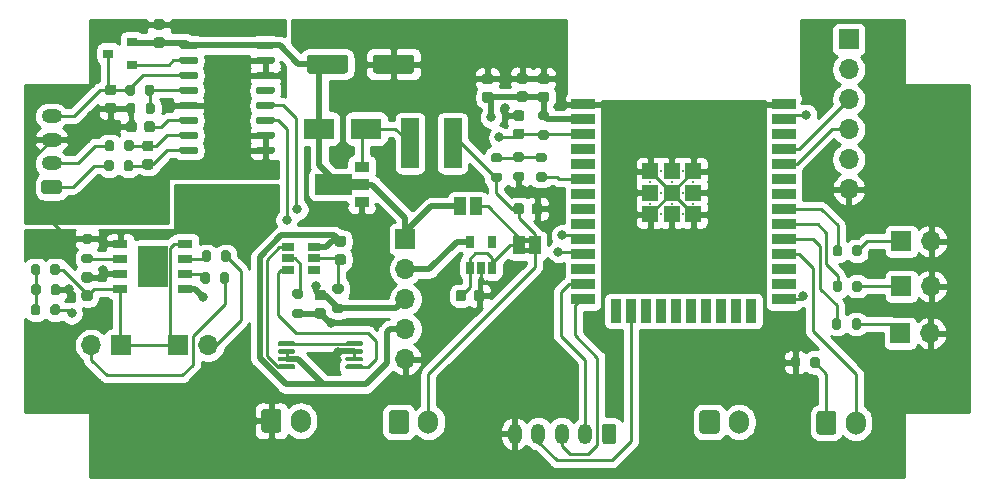
<source format=gbr>
%TF.GenerationSoftware,KiCad,Pcbnew,5.1.7-a382d34a8~87~ubuntu18.04.1*%
%TF.CreationDate,2021-06-03T09:48:45+05:30*%
%TF.ProjectId,Single_scale_v3_kicad,53696e67-6c65-45f7-9363-616c655f7633,rev?*%
%TF.SameCoordinates,Original*%
%TF.FileFunction,Copper,L1,Top*%
%TF.FilePolarity,Positive*%
%FSLAX46Y46*%
G04 Gerber Fmt 4.6, Leading zero omitted, Abs format (unit mm)*
G04 Created by KiCad (PCBNEW 5.1.7-a382d34a8~87~ubuntu18.04.1) date 2021-06-03 09:48:45*
%MOMM*%
%LPD*%
G01*
G04 APERTURE LIST*
%TA.AperFunction,EtchedComponent*%
%ADD10C,0.100000*%
%TD*%
%TA.AperFunction,EtchedComponent*%
%ADD11C,0.010000*%
%TD*%
%TA.AperFunction,ComponentPad*%
%ADD12O,1.700000X2.000000*%
%TD*%
%TA.AperFunction,ComponentPad*%
%ADD13O,1.200000X1.750000*%
%TD*%
%TA.AperFunction,ComponentPad*%
%ADD14O,1.750000X1.200000*%
%TD*%
%TA.AperFunction,ComponentPad*%
%ADD15R,1.700000X1.700000*%
%TD*%
%TA.AperFunction,ComponentPad*%
%ADD16O,1.700000X1.700000*%
%TD*%
%TA.AperFunction,SMDPad,CuDef*%
%ADD17R,1.000000X1.500000*%
%TD*%
%TA.AperFunction,SMDPad,CuDef*%
%ADD18R,1.300000X0.700000*%
%TD*%
%TA.AperFunction,SMDPad,CuDef*%
%ADD19R,1.060000X0.650000*%
%TD*%
%TA.AperFunction,SMDPad,CuDef*%
%ADD20R,0.650000X1.060000*%
%TD*%
%TA.AperFunction,SMDPad,CuDef*%
%ADD21R,1.300000X0.900000*%
%TD*%
%TA.AperFunction,SMDPad,CuDef*%
%ADD22C,0.100000*%
%TD*%
%TA.AperFunction,SMDPad,CuDef*%
%ADD23R,2.000000X0.900000*%
%TD*%
%TA.AperFunction,SMDPad,CuDef*%
%ADD24R,0.900000X2.000000*%
%TD*%
%TA.AperFunction,SMDPad,CuDef*%
%ADD25R,1.330000X1.330000*%
%TD*%
%TA.AperFunction,ComponentPad*%
%ADD26C,0.300000*%
%TD*%
%TA.AperFunction,SMDPad,CuDef*%
%ADD27R,0.900000X0.800000*%
%TD*%
%TA.AperFunction,SMDPad,CuDef*%
%ADD28R,2.500000X1.800000*%
%TD*%
%TA.AperFunction,SMDPad,CuDef*%
%ADD29R,1.500000X4.200000*%
%TD*%
%TA.AperFunction,ViaPad*%
%ADD30C,0.800000*%
%TD*%
%TA.AperFunction,Conductor*%
%ADD31C,0.250000*%
%TD*%
%TA.AperFunction,Conductor*%
%ADD32C,0.500000*%
%TD*%
%TA.AperFunction,Conductor*%
%ADD33C,0.254000*%
%TD*%
%TA.AperFunction,Conductor*%
%ADD34C,0.100000*%
%TD*%
G04 APERTURE END LIST*
D10*
%TO.C,JP1*%
G36*
X122500000Y-84250000D02*
G01*
X123000000Y-84250000D01*
X123000000Y-84650000D01*
X122500000Y-84650000D01*
X122500000Y-84250000D01*
G37*
G36*
X122500000Y-83450000D02*
G01*
X123000000Y-83450000D01*
X123000000Y-83850000D01*
X122500000Y-83850000D01*
X122500000Y-83450000D01*
G37*
D11*
%TO.C,U1*%
G36*
X89849740Y-84100000D02*
G01*
X92250000Y-84100000D01*
X92250000Y-87500370D01*
X89849740Y-87500370D01*
X89849740Y-84100000D01*
G37*
X89849740Y-84100000D02*
X92250000Y-84100000D01*
X92250000Y-87500370D01*
X89849740Y-87500370D01*
X89849740Y-84100000D01*
%TD*%
D12*
%TO.P,J15,2*%
%TO.N,+BATT*%
X140700000Y-99000000D03*
%TO.P,J15,1*%
%TO.N,-BATT*%
%TA.AperFunction,ComponentPad*%
G36*
G01*
X137350000Y-99750000D02*
X137350000Y-98250000D01*
G75*
G02*
X137600000Y-98000000I250000J0D01*
G01*
X138800000Y-98000000D01*
G75*
G02*
X139050000Y-98250000I0J-250000D01*
G01*
X139050000Y-99750000D01*
G75*
G02*
X138800000Y-100000000I-250000J0D01*
G01*
X137600000Y-100000000D01*
G75*
G02*
X137350000Y-99750000I0J250000D01*
G01*
G37*
%TD.AperFunction*%
%TD*%
%TO.P,J11,2*%
%TO.N,VCC*%
X114400000Y-99000000D03*
%TO.P,J11,1*%
%TO.N,+BATT*%
%TA.AperFunction,ComponentPad*%
G36*
G01*
X111050000Y-99750000D02*
X111050000Y-98250000D01*
G75*
G02*
X111300000Y-98000000I250000J0D01*
G01*
X112500000Y-98000000D01*
G75*
G02*
X112750000Y-98250000I0J-250000D01*
G01*
X112750000Y-99750000D01*
G75*
G02*
X112500000Y-100000000I-250000J0D01*
G01*
X111300000Y-100000000D01*
G75*
G02*
X111050000Y-99750000I0J250000D01*
G01*
G37*
%TD.AperFunction*%
%TD*%
%TO.P,J10,2*%
%TO.N,Net-(J10-Pad2)*%
X150600000Y-99060000D03*
%TO.P,J10,1*%
%TO.N,Net-(J10-Pad1)*%
%TA.AperFunction,ComponentPad*%
G36*
G01*
X147250000Y-99810000D02*
X147250000Y-98310000D01*
G75*
G02*
X147500000Y-98060000I250000J0D01*
G01*
X148700000Y-98060000D01*
G75*
G02*
X148950000Y-98310000I0J-250000D01*
G01*
X148950000Y-99810000D01*
G75*
G02*
X148700000Y-100060000I-250000J0D01*
G01*
X147500000Y-100060000D01*
G75*
G02*
X147250000Y-99810000I0J250000D01*
G01*
G37*
%TD.AperFunction*%
%TD*%
D13*
%TO.P,J6,5*%
%TO.N,GND*%
X121700000Y-100000000D03*
%TO.P,J6,4*%
%TO.N,/DISP_CS*%
X123700000Y-100000000D03*
%TO.P,J6,3*%
%TO.N,/DISP_DATA*%
X125700000Y-100000000D03*
%TO.P,J6,2*%
%TO.N,/DISP_CLK*%
X127700000Y-100000000D03*
%TO.P,J6,1*%
%TO.N,+5V*%
%TA.AperFunction,ComponentPad*%
G36*
G01*
X130300000Y-99374999D02*
X130300000Y-100625001D01*
G75*
G02*
X130050001Y-100875000I-249999J0D01*
G01*
X129349999Y-100875000D01*
G75*
G02*
X129100000Y-100625001I0J249999D01*
G01*
X129100000Y-99374999D01*
G75*
G02*
X129349999Y-99125000I249999J0D01*
G01*
X130050001Y-99125000D01*
G75*
G02*
X130300000Y-99374999I0J-249999D01*
G01*
G37*
%TD.AperFunction*%
%TD*%
D12*
%TO.P,J2,2*%
%TO.N,Net-(C4-Pad1)*%
X103600000Y-98900000D03*
%TO.P,J2,1*%
%TO.N,GND*%
%TA.AperFunction,ComponentPad*%
G36*
G01*
X100250000Y-99650000D02*
X100250000Y-98150000D01*
G75*
G02*
X100500000Y-97900000I250000J0D01*
G01*
X101700000Y-97900000D01*
G75*
G02*
X101950000Y-98150000I0J-250000D01*
G01*
X101950000Y-99650000D01*
G75*
G02*
X101700000Y-99900000I-250000J0D01*
G01*
X100500000Y-99900000D01*
G75*
G02*
X100250000Y-99650000I0J250000D01*
G01*
G37*
%TD.AperFunction*%
%TD*%
D14*
%TO.P,J1,4*%
%TO.N,Net-(C1-Pad1)*%
X82500000Y-73100000D03*
%TO.P,J1,3*%
%TO.N,GND*%
X82500000Y-75100000D03*
%TO.P,J1,2*%
%TO.N,Net-(J1-Pad2)*%
X82500000Y-77100000D03*
%TO.P,J1,1*%
%TO.N,Net-(J1-Pad1)*%
%TA.AperFunction,ComponentPad*%
G36*
G01*
X83125001Y-79700000D02*
X81874999Y-79700000D01*
G75*
G02*
X81625000Y-79450001I0J249999D01*
G01*
X81625000Y-78749999D01*
G75*
G02*
X81874999Y-78500000I249999J0D01*
G01*
X83125001Y-78500000D01*
G75*
G02*
X83375000Y-78749999I0J-249999D01*
G01*
X83375000Y-79450001D01*
G75*
G02*
X83125001Y-79700000I-249999J0D01*
G01*
G37*
%TD.AperFunction*%
%TD*%
%TO.P,C1,2*%
%TO.N,GND*%
%TA.AperFunction,SMDPad,CuDef*%
G36*
G01*
X87250000Y-71975000D02*
X87750000Y-71975000D01*
G75*
G02*
X87975000Y-72200000I0J-225000D01*
G01*
X87975000Y-72650000D01*
G75*
G02*
X87750000Y-72875000I-225000J0D01*
G01*
X87250000Y-72875000D01*
G75*
G02*
X87025000Y-72650000I0J225000D01*
G01*
X87025000Y-72200000D01*
G75*
G02*
X87250000Y-71975000I225000J0D01*
G01*
G37*
%TD.AperFunction*%
%TO.P,C1,1*%
%TO.N,Net-(C1-Pad1)*%
%TA.AperFunction,SMDPad,CuDef*%
G36*
G01*
X87250000Y-70425000D02*
X87750000Y-70425000D01*
G75*
G02*
X87975000Y-70650000I0J-225000D01*
G01*
X87975000Y-71100000D01*
G75*
G02*
X87750000Y-71325000I-225000J0D01*
G01*
X87250000Y-71325000D01*
G75*
G02*
X87025000Y-71100000I0J225000D01*
G01*
X87025000Y-70650000D01*
G75*
G02*
X87250000Y-70425000I225000J0D01*
G01*
G37*
%TD.AperFunction*%
%TD*%
%TO.P,C2,1*%
%TO.N,GND*%
%TA.AperFunction,SMDPad,CuDef*%
G36*
G01*
X88800000Y-74250000D02*
X88800000Y-73750000D01*
G75*
G02*
X89025000Y-73525000I225000J0D01*
G01*
X89475000Y-73525000D01*
G75*
G02*
X89700000Y-73750000I0J-225000D01*
G01*
X89700000Y-74250000D01*
G75*
G02*
X89475000Y-74475000I-225000J0D01*
G01*
X89025000Y-74475000D01*
G75*
G02*
X88800000Y-74250000I0J225000D01*
G01*
G37*
%TD.AperFunction*%
%TO.P,C2,2*%
%TO.N,Net-(C2-Pad2)*%
%TA.AperFunction,SMDPad,CuDef*%
G36*
G01*
X90350000Y-74250000D02*
X90350000Y-73750000D01*
G75*
G02*
X90575000Y-73525000I225000J0D01*
G01*
X91025000Y-73525000D01*
G75*
G02*
X91250000Y-73750000I0J-225000D01*
G01*
X91250000Y-74250000D01*
G75*
G02*
X91025000Y-74475000I-225000J0D01*
G01*
X90575000Y-74475000D01*
G75*
G02*
X90350000Y-74250000I0J225000D01*
G01*
G37*
%TD.AperFunction*%
%TD*%
%TO.P,C3,1*%
%TO.N,+5V*%
%TA.AperFunction,SMDPad,CuDef*%
G36*
G01*
X91850000Y-67325000D02*
X91350000Y-67325000D01*
G75*
G02*
X91125000Y-67100000I0J225000D01*
G01*
X91125000Y-66650000D01*
G75*
G02*
X91350000Y-66425000I225000J0D01*
G01*
X91850000Y-66425000D01*
G75*
G02*
X92075000Y-66650000I0J-225000D01*
G01*
X92075000Y-67100000D01*
G75*
G02*
X91850000Y-67325000I-225000J0D01*
G01*
G37*
%TD.AperFunction*%
%TO.P,C3,2*%
%TO.N,GND*%
%TA.AperFunction,SMDPad,CuDef*%
G36*
G01*
X91850000Y-65775000D02*
X91350000Y-65775000D01*
G75*
G02*
X91125000Y-65550000I0J225000D01*
G01*
X91125000Y-65100000D01*
G75*
G02*
X91350000Y-64875000I225000J0D01*
G01*
X91850000Y-64875000D01*
G75*
G02*
X92075000Y-65100000I0J-225000D01*
G01*
X92075000Y-65550000D01*
G75*
G02*
X91850000Y-65775000I-225000J0D01*
G01*
G37*
%TD.AperFunction*%
%TD*%
%TO.P,C4,1*%
%TO.N,Net-(C4-Pad1)*%
%TA.AperFunction,SMDPad,CuDef*%
G36*
G01*
X85750000Y-88750000D02*
X85250000Y-88750000D01*
G75*
G02*
X85025000Y-88525000I0J225000D01*
G01*
X85025000Y-88075000D01*
G75*
G02*
X85250000Y-87850000I225000J0D01*
G01*
X85750000Y-87850000D01*
G75*
G02*
X85975000Y-88075000I0J-225000D01*
G01*
X85975000Y-88525000D01*
G75*
G02*
X85750000Y-88750000I-225000J0D01*
G01*
G37*
%TD.AperFunction*%
%TO.P,C4,2*%
%TO.N,GND*%
%TA.AperFunction,SMDPad,CuDef*%
G36*
G01*
X85750000Y-87200000D02*
X85250000Y-87200000D01*
G75*
G02*
X85025000Y-86975000I0J225000D01*
G01*
X85025000Y-86525000D01*
G75*
G02*
X85250000Y-86300000I225000J0D01*
G01*
X85750000Y-86300000D01*
G75*
G02*
X85975000Y-86525000I0J-225000D01*
G01*
X85975000Y-86975000D01*
G75*
G02*
X85750000Y-87200000I-225000J0D01*
G01*
G37*
%TD.AperFunction*%
%TD*%
%TO.P,C5,2*%
%TO.N,Net-(C5-Pad2)*%
%TA.AperFunction,SMDPad,CuDef*%
G36*
G01*
X90400000Y-76725000D02*
X90900000Y-76725000D01*
G75*
G02*
X91125000Y-76950000I0J-225000D01*
G01*
X91125000Y-77400000D01*
G75*
G02*
X90900000Y-77625000I-225000J0D01*
G01*
X90400000Y-77625000D01*
G75*
G02*
X90175000Y-77400000I0J225000D01*
G01*
X90175000Y-76950000D01*
G75*
G02*
X90400000Y-76725000I225000J0D01*
G01*
G37*
%TD.AperFunction*%
%TO.P,C5,1*%
%TO.N,Net-(C5-Pad1)*%
%TA.AperFunction,SMDPad,CuDef*%
G36*
G01*
X90400000Y-75175000D02*
X90900000Y-75175000D01*
G75*
G02*
X91125000Y-75400000I0J-225000D01*
G01*
X91125000Y-75850000D01*
G75*
G02*
X90900000Y-76075000I-225000J0D01*
G01*
X90400000Y-76075000D01*
G75*
G02*
X90175000Y-75850000I0J225000D01*
G01*
X90175000Y-75400000D01*
G75*
G02*
X90400000Y-75175000I225000J0D01*
G01*
G37*
%TD.AperFunction*%
%TD*%
%TO.P,C6,1*%
%TO.N,/EN*%
%TA.AperFunction,SMDPad,CuDef*%
G36*
G01*
X122300000Y-75050000D02*
X121800000Y-75050000D01*
G75*
G02*
X121575000Y-74825000I0J225000D01*
G01*
X121575000Y-74375000D01*
G75*
G02*
X121800000Y-74150000I225000J0D01*
G01*
X122300000Y-74150000D01*
G75*
G02*
X122525000Y-74375000I0J-225000D01*
G01*
X122525000Y-74825000D01*
G75*
G02*
X122300000Y-75050000I-225000J0D01*
G01*
G37*
%TD.AperFunction*%
%TO.P,C6,2*%
%TO.N,GND*%
%TA.AperFunction,SMDPad,CuDef*%
G36*
G01*
X122300000Y-73500000D02*
X121800000Y-73500000D01*
G75*
G02*
X121575000Y-73275000I0J225000D01*
G01*
X121575000Y-72825000D01*
G75*
G02*
X121800000Y-72600000I225000J0D01*
G01*
X122300000Y-72600000D01*
G75*
G02*
X122525000Y-72825000I0J-225000D01*
G01*
X122525000Y-73275000D01*
G75*
G02*
X122300000Y-73500000I-225000J0D01*
G01*
G37*
%TD.AperFunction*%
%TD*%
%TO.P,C7,2*%
%TO.N,GND*%
%TA.AperFunction,SMDPad,CuDef*%
G36*
G01*
X124400000Y-70375000D02*
X123900000Y-70375000D01*
G75*
G02*
X123675000Y-70150000I0J225000D01*
G01*
X123675000Y-69700000D01*
G75*
G02*
X123900000Y-69475000I225000J0D01*
G01*
X124400000Y-69475000D01*
G75*
G02*
X124625000Y-69700000I0J-225000D01*
G01*
X124625000Y-70150000D01*
G75*
G02*
X124400000Y-70375000I-225000J0D01*
G01*
G37*
%TD.AperFunction*%
%TO.P,C7,1*%
%TO.N,/3.3V*%
%TA.AperFunction,SMDPad,CuDef*%
G36*
G01*
X124400000Y-71925000D02*
X123900000Y-71925000D01*
G75*
G02*
X123675000Y-71700000I0J225000D01*
G01*
X123675000Y-71250000D01*
G75*
G02*
X123900000Y-71025000I225000J0D01*
G01*
X124400000Y-71025000D01*
G75*
G02*
X124625000Y-71250000I0J-225000D01*
G01*
X124625000Y-71700000D01*
G75*
G02*
X124400000Y-71925000I-225000J0D01*
G01*
G37*
%TD.AperFunction*%
%TD*%
%TO.P,C8,1*%
%TO.N,/3.3V*%
%TA.AperFunction,SMDPad,CuDef*%
G36*
G01*
X122600000Y-71900000D02*
X122100000Y-71900000D01*
G75*
G02*
X121875000Y-71675000I0J225000D01*
G01*
X121875000Y-71225000D01*
G75*
G02*
X122100000Y-71000000I225000J0D01*
G01*
X122600000Y-71000000D01*
G75*
G02*
X122825000Y-71225000I0J-225000D01*
G01*
X122825000Y-71675000D01*
G75*
G02*
X122600000Y-71900000I-225000J0D01*
G01*
G37*
%TD.AperFunction*%
%TO.P,C8,2*%
%TO.N,GND*%
%TA.AperFunction,SMDPad,CuDef*%
G36*
G01*
X122600000Y-70350000D02*
X122100000Y-70350000D01*
G75*
G02*
X121875000Y-70125000I0J225000D01*
G01*
X121875000Y-69675000D01*
G75*
G02*
X122100000Y-69450000I225000J0D01*
G01*
X122600000Y-69450000D01*
G75*
G02*
X122825000Y-69675000I0J-225000D01*
G01*
X122825000Y-70125000D01*
G75*
G02*
X122600000Y-70350000I-225000J0D01*
G01*
G37*
%TD.AperFunction*%
%TD*%
%TO.P,C9,1*%
%TO.N,Net-(C9-Pad1)*%
%TA.AperFunction,SMDPad,CuDef*%
G36*
G01*
X107200000Y-85700000D02*
X106700000Y-85700000D01*
G75*
G02*
X106475000Y-85475000I0J225000D01*
G01*
X106475000Y-85025000D01*
G75*
G02*
X106700000Y-84800000I225000J0D01*
G01*
X107200000Y-84800000D01*
G75*
G02*
X107425000Y-85025000I0J-225000D01*
G01*
X107425000Y-85475000D01*
G75*
G02*
X107200000Y-85700000I-225000J0D01*
G01*
G37*
%TD.AperFunction*%
%TO.P,C9,2*%
%TO.N,-BATT*%
%TA.AperFunction,SMDPad,CuDef*%
G36*
G01*
X107200000Y-84150000D02*
X106700000Y-84150000D01*
G75*
G02*
X106475000Y-83925000I0J225000D01*
G01*
X106475000Y-83475000D01*
G75*
G02*
X106700000Y-83250000I225000J0D01*
G01*
X107200000Y-83250000D01*
G75*
G02*
X107425000Y-83475000I0J-225000D01*
G01*
X107425000Y-83925000D01*
G75*
G02*
X107200000Y-84150000I-225000J0D01*
G01*
G37*
%TD.AperFunction*%
%TD*%
%TO.P,C10,2*%
%TO.N,GND*%
%TA.AperFunction,SMDPad,CuDef*%
G36*
G01*
X105000000Y-89350000D02*
X105500000Y-89350000D01*
G75*
G02*
X105725000Y-89575000I0J-225000D01*
G01*
X105725000Y-90025000D01*
G75*
G02*
X105500000Y-90250000I-225000J0D01*
G01*
X105000000Y-90250000D01*
G75*
G02*
X104775000Y-90025000I0J225000D01*
G01*
X104775000Y-89575000D01*
G75*
G02*
X105000000Y-89350000I225000J0D01*
G01*
G37*
%TD.AperFunction*%
%TO.P,C10,1*%
%TO.N,+BATT*%
%TA.AperFunction,SMDPad,CuDef*%
G36*
G01*
X105000000Y-87800000D02*
X105500000Y-87800000D01*
G75*
G02*
X105725000Y-88025000I0J-225000D01*
G01*
X105725000Y-88475000D01*
G75*
G02*
X105500000Y-88700000I-225000J0D01*
G01*
X105000000Y-88700000D01*
G75*
G02*
X104775000Y-88475000I0J225000D01*
G01*
X104775000Y-88025000D01*
G75*
G02*
X105000000Y-87800000I225000J0D01*
G01*
G37*
%TD.AperFunction*%
%TD*%
%TO.P,C11,2*%
%TO.N,GND*%
%TA.AperFunction,SMDPad,CuDef*%
G36*
G01*
X119650000Y-70400000D02*
X119150000Y-70400000D01*
G75*
G02*
X118925000Y-70175000I0J225000D01*
G01*
X118925000Y-69725000D01*
G75*
G02*
X119150000Y-69500000I225000J0D01*
G01*
X119650000Y-69500000D01*
G75*
G02*
X119875000Y-69725000I0J-225000D01*
G01*
X119875000Y-70175000D01*
G75*
G02*
X119650000Y-70400000I-225000J0D01*
G01*
G37*
%TD.AperFunction*%
%TO.P,C11,1*%
%TO.N,/3.3V*%
%TA.AperFunction,SMDPad,CuDef*%
G36*
G01*
X119650000Y-71950000D02*
X119150000Y-71950000D01*
G75*
G02*
X118925000Y-71725000I0J225000D01*
G01*
X118925000Y-71275000D01*
G75*
G02*
X119150000Y-71050000I225000J0D01*
G01*
X119650000Y-71050000D01*
G75*
G02*
X119875000Y-71275000I0J-225000D01*
G01*
X119875000Y-71725000D01*
G75*
G02*
X119650000Y-71950000I-225000J0D01*
G01*
G37*
%TD.AperFunction*%
%TD*%
%TO.P,C12,2*%
%TO.N,GND*%
%TA.AperFunction,SMDPad,CuDef*%
G36*
G01*
X118250000Y-88550000D02*
X118250000Y-88050000D01*
G75*
G02*
X118475000Y-87825000I225000J0D01*
G01*
X118925000Y-87825000D01*
G75*
G02*
X119150000Y-88050000I0J-225000D01*
G01*
X119150000Y-88550000D01*
G75*
G02*
X118925000Y-88775000I-225000J0D01*
G01*
X118475000Y-88775000D01*
G75*
G02*
X118250000Y-88550000I0J225000D01*
G01*
G37*
%TD.AperFunction*%
%TO.P,C12,1*%
%TO.N,Net-(C12-Pad1)*%
%TA.AperFunction,SMDPad,CuDef*%
G36*
G01*
X116700000Y-88550000D02*
X116700000Y-88050000D01*
G75*
G02*
X116925000Y-87825000I225000J0D01*
G01*
X117375000Y-87825000D01*
G75*
G02*
X117600000Y-88050000I0J-225000D01*
G01*
X117600000Y-88550000D01*
G75*
G02*
X117375000Y-88775000I-225000J0D01*
G01*
X116925000Y-88775000D01*
G75*
G02*
X116700000Y-88550000I0J225000D01*
G01*
G37*
%TD.AperFunction*%
%TD*%
%TO.P,C13,1*%
%TO.N,VCC*%
%TA.AperFunction,SMDPad,CuDef*%
G36*
G01*
X121600000Y-81200000D02*
X121600000Y-80700000D01*
G75*
G02*
X121825000Y-80475000I225000J0D01*
G01*
X122275000Y-80475000D01*
G75*
G02*
X122500000Y-80700000I0J-225000D01*
G01*
X122500000Y-81200000D01*
G75*
G02*
X122275000Y-81425000I-225000J0D01*
G01*
X121825000Y-81425000D01*
G75*
G02*
X121600000Y-81200000I0J225000D01*
G01*
G37*
%TD.AperFunction*%
%TO.P,C13,2*%
%TO.N,GND*%
%TA.AperFunction,SMDPad,CuDef*%
G36*
G01*
X123150000Y-81200000D02*
X123150000Y-80700000D01*
G75*
G02*
X123375000Y-80475000I225000J0D01*
G01*
X123825000Y-80475000D01*
G75*
G02*
X124050000Y-80700000I0J-225000D01*
G01*
X124050000Y-81200000D01*
G75*
G02*
X123825000Y-81425000I-225000J0D01*
G01*
X123375000Y-81425000D01*
G75*
G02*
X123150000Y-81200000I0J225000D01*
G01*
G37*
%TD.AperFunction*%
%TD*%
%TO.P,C14,1*%
%TO.N,+5V*%
%TA.AperFunction,SMDPad,CuDef*%
G36*
G01*
X104100000Y-69250000D02*
X104100000Y-68150000D01*
G75*
G02*
X104350000Y-67900000I250000J0D01*
G01*
X107350000Y-67900000D01*
G75*
G02*
X107600000Y-68150000I0J-250000D01*
G01*
X107600000Y-69250000D01*
G75*
G02*
X107350000Y-69500000I-250000J0D01*
G01*
X104350000Y-69500000D01*
G75*
G02*
X104100000Y-69250000I0J250000D01*
G01*
G37*
%TD.AperFunction*%
%TO.P,C14,2*%
%TO.N,GND*%
%TA.AperFunction,SMDPad,CuDef*%
G36*
G01*
X109700000Y-69250000D02*
X109700000Y-68150000D01*
G75*
G02*
X109950000Y-67900000I250000J0D01*
G01*
X112950000Y-67900000D01*
G75*
G02*
X113200000Y-68150000I0J-250000D01*
G01*
X113200000Y-69250000D01*
G75*
G02*
X112950000Y-69500000I-250000J0D01*
G01*
X109950000Y-69500000D01*
G75*
G02*
X109700000Y-69250000I0J250000D01*
G01*
G37*
%TD.AperFunction*%
%TD*%
D15*
%TO.P,J3,1*%
%TO.N,+5V*%
X112450000Y-83520000D03*
D16*
%TO.P,J3,2*%
%TO.N,/3.3V*%
X112450000Y-86060000D03*
%TO.P,J3,3*%
%TO.N,+BATT*%
X112450000Y-88600000D03*
%TO.P,J3,4*%
%TO.N,-BATT*%
X112450000Y-91140000D03*
%TO.P,J3,5*%
%TO.N,GND*%
X112450000Y-93680000D03*
%TD*%
D15*
%TO.P,J4,1*%
%TO.N,Net-(C4-Pad1)*%
X88400000Y-92500000D03*
D16*
%TO.P,J4,2*%
%TO.N,Net-(J4-Pad2)*%
X85860000Y-92500000D03*
%TD*%
D15*
%TO.P,J5,1*%
%TO.N,Net-(C4-Pad1)*%
X93200000Y-92500000D03*
D16*
%TO.P,J5,2*%
%TO.N,Net-(J5-Pad2)*%
X95740000Y-92500000D03*
%TD*%
D15*
%TO.P,J9,1*%
%TO.N,/3.3V*%
X150000000Y-66600000D03*
D16*
%TO.P,J9,2*%
%TO.N,/EN*%
X150000000Y-69140000D03*
%TO.P,J9,3*%
%TO.N,Net-(J9-Pad3)*%
X150000000Y-71680000D03*
%TO.P,J9,4*%
%TO.N,Net-(J9-Pad4)*%
X150000000Y-74220000D03*
%TO.P,J9,5*%
%TO.N,Net-(J9-Pad5)*%
X150000000Y-76760000D03*
%TO.P,J9,6*%
%TO.N,GND*%
X150000000Y-79300000D03*
%TD*%
%TO.P,J12,2*%
%TO.N,GND*%
X156972000Y-83700000D03*
D15*
%TO.P,J12,1*%
%TO.N,Net-(J12-Pad1)*%
X154432000Y-83700000D03*
%TD*%
%TO.P,J13,1*%
%TO.N,Net-(J13-Pad1)*%
X154432000Y-87500000D03*
D16*
%TO.P,J13,2*%
%TO.N,GND*%
X156972000Y-87500000D03*
%TD*%
%TO.P,J14,2*%
%TO.N,GND*%
X156900000Y-91500000D03*
D15*
%TO.P,J14,1*%
%TO.N,Net-(J14-Pad1)*%
X154360000Y-91500000D03*
%TD*%
D17*
%TO.P,JP1,1*%
%TO.N,Net-(C12-Pad1)*%
X122100000Y-84050000D03*
%TO.P,JP1,2*%
%TO.N,VCC*%
X123400000Y-84050000D03*
%TD*%
%TO.P,JP2,2*%
%TO.N,Net-(C12-Pad1)*%
X118400000Y-80750000D03*
%TO.P,JP2,1*%
%TO.N,+5V*%
X117100000Y-80750000D03*
%TD*%
%TO.P,R1,1*%
%TO.N,Net-(J4-Pad2)*%
%TA.AperFunction,SMDPad,CuDef*%
G36*
G01*
X97550000Y-86525000D02*
X97550000Y-87075000D01*
G75*
G02*
X97350000Y-87275000I-200000J0D01*
G01*
X96950000Y-87275000D01*
G75*
G02*
X96750000Y-87075000I0J200000D01*
G01*
X96750000Y-86525000D01*
G75*
G02*
X96950000Y-86325000I200000J0D01*
G01*
X97350000Y-86325000D01*
G75*
G02*
X97550000Y-86525000I0J-200000D01*
G01*
G37*
%TD.AperFunction*%
%TO.P,R1,2*%
%TO.N,Net-(R1-Pad2)*%
%TA.AperFunction,SMDPad,CuDef*%
G36*
G01*
X95900000Y-86525000D02*
X95900000Y-87075000D01*
G75*
G02*
X95700000Y-87275000I-200000J0D01*
G01*
X95300000Y-87275000D01*
G75*
G02*
X95100000Y-87075000I0J200000D01*
G01*
X95100000Y-86525000D01*
G75*
G02*
X95300000Y-86325000I200000J0D01*
G01*
X95700000Y-86325000D01*
G75*
G02*
X95900000Y-86525000I0J-200000D01*
G01*
G37*
%TD.AperFunction*%
%TD*%
%TO.P,R2,1*%
%TO.N,Net-(R2-Pad1)*%
%TA.AperFunction,SMDPad,CuDef*%
G36*
G01*
X95200000Y-85225000D02*
X95200000Y-84675000D01*
G75*
G02*
X95400000Y-84475000I200000J0D01*
G01*
X95800000Y-84475000D01*
G75*
G02*
X96000000Y-84675000I0J-200000D01*
G01*
X96000000Y-85225000D01*
G75*
G02*
X95800000Y-85425000I-200000J0D01*
G01*
X95400000Y-85425000D01*
G75*
G02*
X95200000Y-85225000I0J200000D01*
G01*
G37*
%TD.AperFunction*%
%TO.P,R2,2*%
%TO.N,Net-(J5-Pad2)*%
%TA.AperFunction,SMDPad,CuDef*%
G36*
G01*
X96850000Y-85225000D02*
X96850000Y-84675000D01*
G75*
G02*
X97050000Y-84475000I200000J0D01*
G01*
X97450000Y-84475000D01*
G75*
G02*
X97650000Y-84675000I0J-200000D01*
G01*
X97650000Y-85225000D01*
G75*
G02*
X97450000Y-85425000I-200000J0D01*
G01*
X97050000Y-85425000D01*
G75*
G02*
X96850000Y-85225000I0J200000D01*
G01*
G37*
%TD.AperFunction*%
%TD*%
%TO.P,R3,1*%
%TO.N,Net-(C1-Pad1)*%
%TA.AperFunction,SMDPad,CuDef*%
G36*
G01*
X88750000Y-71175000D02*
X88750000Y-70625000D01*
G75*
G02*
X88950000Y-70425000I200000J0D01*
G01*
X89350000Y-70425000D01*
G75*
G02*
X89550000Y-70625000I0J-200000D01*
G01*
X89550000Y-71175000D01*
G75*
G02*
X89350000Y-71375000I-200000J0D01*
G01*
X88950000Y-71375000D01*
G75*
G02*
X88750000Y-71175000I0J200000D01*
G01*
G37*
%TD.AperFunction*%
%TO.P,R3,2*%
%TO.N,Net-(R3-Pad2)*%
%TA.AperFunction,SMDPad,CuDef*%
G36*
G01*
X90400000Y-71175000D02*
X90400000Y-70625000D01*
G75*
G02*
X90600000Y-70425000I200000J0D01*
G01*
X91000000Y-70425000D01*
G75*
G02*
X91200000Y-70625000I0J-200000D01*
G01*
X91200000Y-71175000D01*
G75*
G02*
X91000000Y-71375000I-200000J0D01*
G01*
X90600000Y-71375000D01*
G75*
G02*
X90400000Y-71175000I0J200000D01*
G01*
G37*
%TD.AperFunction*%
%TD*%
%TO.P,R4,2*%
%TO.N,GND*%
%TA.AperFunction,SMDPad,CuDef*%
G36*
G01*
X89600000Y-72175000D02*
X89600000Y-72725000D01*
G75*
G02*
X89400000Y-72925000I-200000J0D01*
G01*
X89000000Y-72925000D01*
G75*
G02*
X88800000Y-72725000I0J200000D01*
G01*
X88800000Y-72175000D01*
G75*
G02*
X89000000Y-71975000I200000J0D01*
G01*
X89400000Y-71975000D01*
G75*
G02*
X89600000Y-72175000I0J-200000D01*
G01*
G37*
%TD.AperFunction*%
%TO.P,R4,1*%
%TO.N,Net-(R3-Pad2)*%
%TA.AperFunction,SMDPad,CuDef*%
G36*
G01*
X91250000Y-72175000D02*
X91250000Y-72725000D01*
G75*
G02*
X91050000Y-72925000I-200000J0D01*
G01*
X90650000Y-72925000D01*
G75*
G02*
X90450000Y-72725000I0J200000D01*
G01*
X90450000Y-72175000D01*
G75*
G02*
X90650000Y-71975000I200000J0D01*
G01*
X91050000Y-71975000D01*
G75*
G02*
X91250000Y-72175000I0J-200000D01*
G01*
G37*
%TD.AperFunction*%
%TD*%
%TO.P,R5,1*%
%TO.N,Net-(J1-Pad1)*%
%TA.AperFunction,SMDPad,CuDef*%
G36*
G01*
X86950000Y-77575000D02*
X86950000Y-77025000D01*
G75*
G02*
X87150000Y-76825000I200000J0D01*
G01*
X87550000Y-76825000D01*
G75*
G02*
X87750000Y-77025000I0J-200000D01*
G01*
X87750000Y-77575000D01*
G75*
G02*
X87550000Y-77775000I-200000J0D01*
G01*
X87150000Y-77775000D01*
G75*
G02*
X86950000Y-77575000I0J200000D01*
G01*
G37*
%TD.AperFunction*%
%TO.P,R5,2*%
%TO.N,Net-(C5-Pad2)*%
%TA.AperFunction,SMDPad,CuDef*%
G36*
G01*
X88600000Y-77575000D02*
X88600000Y-77025000D01*
G75*
G02*
X88800000Y-76825000I200000J0D01*
G01*
X89200000Y-76825000D01*
G75*
G02*
X89400000Y-77025000I0J-200000D01*
G01*
X89400000Y-77575000D01*
G75*
G02*
X89200000Y-77775000I-200000J0D01*
G01*
X88800000Y-77775000D01*
G75*
G02*
X88600000Y-77575000I0J200000D01*
G01*
G37*
%TD.AperFunction*%
%TD*%
%TO.P,R6,2*%
%TO.N,Net-(C5-Pad1)*%
%TA.AperFunction,SMDPad,CuDef*%
G36*
G01*
X88650000Y-75875000D02*
X88650000Y-75325000D01*
G75*
G02*
X88850000Y-75125000I200000J0D01*
G01*
X89250000Y-75125000D01*
G75*
G02*
X89450000Y-75325000I0J-200000D01*
G01*
X89450000Y-75875000D01*
G75*
G02*
X89250000Y-76075000I-200000J0D01*
G01*
X88850000Y-76075000D01*
G75*
G02*
X88650000Y-75875000I0J200000D01*
G01*
G37*
%TD.AperFunction*%
%TO.P,R6,1*%
%TO.N,Net-(J1-Pad2)*%
%TA.AperFunction,SMDPad,CuDef*%
G36*
G01*
X87000000Y-75875000D02*
X87000000Y-75325000D01*
G75*
G02*
X87200000Y-75125000I200000J0D01*
G01*
X87600000Y-75125000D01*
G75*
G02*
X87800000Y-75325000I0J-200000D01*
G01*
X87800000Y-75875000D01*
G75*
G02*
X87600000Y-76075000I-200000J0D01*
G01*
X87200000Y-76075000D01*
G75*
G02*
X87000000Y-75875000I0J200000D01*
G01*
G37*
%TD.AperFunction*%
%TD*%
%TO.P,R7,1*%
%TO.N,/3.3V*%
%TA.AperFunction,SMDPad,CuDef*%
G36*
G01*
X123875000Y-72650000D02*
X124425000Y-72650000D01*
G75*
G02*
X124625000Y-72850000I0J-200000D01*
G01*
X124625000Y-73250000D01*
G75*
G02*
X124425000Y-73450000I-200000J0D01*
G01*
X123875000Y-73450000D01*
G75*
G02*
X123675000Y-73250000I0J200000D01*
G01*
X123675000Y-72850000D01*
G75*
G02*
X123875000Y-72650000I200000J0D01*
G01*
G37*
%TD.AperFunction*%
%TO.P,R7,2*%
%TO.N,/EN*%
%TA.AperFunction,SMDPad,CuDef*%
G36*
G01*
X123875000Y-74300000D02*
X124425000Y-74300000D01*
G75*
G02*
X124625000Y-74500000I0J-200000D01*
G01*
X124625000Y-74900000D01*
G75*
G02*
X124425000Y-75100000I-200000J0D01*
G01*
X123875000Y-75100000D01*
G75*
G02*
X123675000Y-74900000I0J200000D01*
G01*
X123675000Y-74500000D01*
G75*
G02*
X123875000Y-74300000I200000J0D01*
G01*
G37*
%TD.AperFunction*%
%TD*%
%TO.P,R8,2*%
%TO.N,GND*%
%TA.AperFunction,SMDPad,CuDef*%
G36*
G01*
X85775000Y-83900000D02*
X85225000Y-83900000D01*
G75*
G02*
X85025000Y-83700000I0J200000D01*
G01*
X85025000Y-83300000D01*
G75*
G02*
X85225000Y-83100000I200000J0D01*
G01*
X85775000Y-83100000D01*
G75*
G02*
X85975000Y-83300000I0J-200000D01*
G01*
X85975000Y-83700000D01*
G75*
G02*
X85775000Y-83900000I-200000J0D01*
G01*
G37*
%TD.AperFunction*%
%TO.P,R8,1*%
%TO.N,Net-(R8-Pad1)*%
%TA.AperFunction,SMDPad,CuDef*%
G36*
G01*
X85775000Y-85550000D02*
X85225000Y-85550000D01*
G75*
G02*
X85025000Y-85350000I0J200000D01*
G01*
X85025000Y-84950000D01*
G75*
G02*
X85225000Y-84750000I200000J0D01*
G01*
X85775000Y-84750000D01*
G75*
G02*
X85975000Y-84950000I0J-200000D01*
G01*
X85975000Y-85350000D01*
G75*
G02*
X85775000Y-85550000I-200000J0D01*
G01*
G37*
%TD.AperFunction*%
%TD*%
%TO.P,R9,2*%
%TO.N,Net-(R9-Pad2)*%
%TA.AperFunction,SMDPad,CuDef*%
G36*
G01*
X103625000Y-88550000D02*
X103075000Y-88550000D01*
G75*
G02*
X102875000Y-88350000I0J200000D01*
G01*
X102875000Y-87950000D01*
G75*
G02*
X103075000Y-87750000I200000J0D01*
G01*
X103625000Y-87750000D01*
G75*
G02*
X103825000Y-87950000I0J-200000D01*
G01*
X103825000Y-88350000D01*
G75*
G02*
X103625000Y-88550000I-200000J0D01*
G01*
G37*
%TD.AperFunction*%
%TO.P,R9,1*%
%TO.N,GND*%
%TA.AperFunction,SMDPad,CuDef*%
G36*
G01*
X103625000Y-90200000D02*
X103075000Y-90200000D01*
G75*
G02*
X102875000Y-90000000I0J200000D01*
G01*
X102875000Y-89600000D01*
G75*
G02*
X103075000Y-89400000I200000J0D01*
G01*
X103625000Y-89400000D01*
G75*
G02*
X103825000Y-89600000I0J-200000D01*
G01*
X103825000Y-90000000D01*
G75*
G02*
X103625000Y-90200000I-200000J0D01*
G01*
G37*
%TD.AperFunction*%
%TD*%
%TO.P,R10,1*%
%TO.N,Net-(C9-Pad1)*%
%TA.AperFunction,SMDPad,CuDef*%
G36*
G01*
X106475000Y-87325000D02*
X107025000Y-87325000D01*
G75*
G02*
X107225000Y-87525000I0J-200000D01*
G01*
X107225000Y-87925000D01*
G75*
G02*
X107025000Y-88125000I-200000J0D01*
G01*
X106475000Y-88125000D01*
G75*
G02*
X106275000Y-87925000I0J200000D01*
G01*
X106275000Y-87525000D01*
G75*
G02*
X106475000Y-87325000I200000J0D01*
G01*
G37*
%TD.AperFunction*%
%TO.P,R10,2*%
%TO.N,+BATT*%
%TA.AperFunction,SMDPad,CuDef*%
G36*
G01*
X106475000Y-88975000D02*
X107025000Y-88975000D01*
G75*
G02*
X107225000Y-89175000I0J-200000D01*
G01*
X107225000Y-89575000D01*
G75*
G02*
X107025000Y-89775000I-200000J0D01*
G01*
X106475000Y-89775000D01*
G75*
G02*
X106275000Y-89575000I0J200000D01*
G01*
X106275000Y-89175000D01*
G75*
G02*
X106475000Y-88975000I200000J0D01*
G01*
G37*
%TD.AperFunction*%
%TD*%
%TO.P,R11,2*%
%TO.N,GND*%
%TA.AperFunction,SMDPad,CuDef*%
G36*
G01*
X145875000Y-93675000D02*
X145875000Y-94225000D01*
G75*
G02*
X145675000Y-94425000I-200000J0D01*
G01*
X145275000Y-94425000D01*
G75*
G02*
X145075000Y-94225000I0J200000D01*
G01*
X145075000Y-93675000D01*
G75*
G02*
X145275000Y-93475000I200000J0D01*
G01*
X145675000Y-93475000D01*
G75*
G02*
X145875000Y-93675000I0J-200000D01*
G01*
G37*
%TD.AperFunction*%
%TO.P,R11,1*%
%TO.N,Net-(J10-Pad1)*%
%TA.AperFunction,SMDPad,CuDef*%
G36*
G01*
X147525000Y-93675000D02*
X147525000Y-94225000D01*
G75*
G02*
X147325000Y-94425000I-200000J0D01*
G01*
X146925000Y-94425000D01*
G75*
G02*
X146725000Y-94225000I0J200000D01*
G01*
X146725000Y-93675000D01*
G75*
G02*
X146925000Y-93475000I200000J0D01*
G01*
X147325000Y-93475000D01*
G75*
G02*
X147525000Y-93675000I0J-200000D01*
G01*
G37*
%TD.AperFunction*%
%TD*%
%TO.P,R12,2*%
%TO.N,Net-(J14-Pad1)*%
%TA.AperFunction,SMDPad,CuDef*%
G36*
G01*
X150225000Y-90975000D02*
X150225000Y-90425000D01*
G75*
G02*
X150425000Y-90225000I200000J0D01*
G01*
X150825000Y-90225000D01*
G75*
G02*
X151025000Y-90425000I0J-200000D01*
G01*
X151025000Y-90975000D01*
G75*
G02*
X150825000Y-91175000I-200000J0D01*
G01*
X150425000Y-91175000D01*
G75*
G02*
X150225000Y-90975000I0J200000D01*
G01*
G37*
%TD.AperFunction*%
%TO.P,R12,1*%
%TO.N,Net-(R12-Pad1)*%
%TA.AperFunction,SMDPad,CuDef*%
G36*
G01*
X148575000Y-90975000D02*
X148575000Y-90425000D01*
G75*
G02*
X148775000Y-90225000I200000J0D01*
G01*
X149175000Y-90225000D01*
G75*
G02*
X149375000Y-90425000I0J-200000D01*
G01*
X149375000Y-90975000D01*
G75*
G02*
X149175000Y-91175000I-200000J0D01*
G01*
X148775000Y-91175000D01*
G75*
G02*
X148575000Y-90975000I0J200000D01*
G01*
G37*
%TD.AperFunction*%
%TD*%
%TO.P,R13,2*%
%TO.N,Net-(J13-Pad1)*%
%TA.AperFunction,SMDPad,CuDef*%
G36*
G01*
X150300000Y-87775000D02*
X150300000Y-87225000D01*
G75*
G02*
X150500000Y-87025000I200000J0D01*
G01*
X150900000Y-87025000D01*
G75*
G02*
X151100000Y-87225000I0J-200000D01*
G01*
X151100000Y-87775000D01*
G75*
G02*
X150900000Y-87975000I-200000J0D01*
G01*
X150500000Y-87975000D01*
G75*
G02*
X150300000Y-87775000I0J200000D01*
G01*
G37*
%TD.AperFunction*%
%TO.P,R13,1*%
%TO.N,Net-(R13-Pad1)*%
%TA.AperFunction,SMDPad,CuDef*%
G36*
G01*
X148650000Y-87775000D02*
X148650000Y-87225000D01*
G75*
G02*
X148850000Y-87025000I200000J0D01*
G01*
X149250000Y-87025000D01*
G75*
G02*
X149450000Y-87225000I0J-200000D01*
G01*
X149450000Y-87775000D01*
G75*
G02*
X149250000Y-87975000I-200000J0D01*
G01*
X148850000Y-87975000D01*
G75*
G02*
X148650000Y-87775000I0J200000D01*
G01*
G37*
%TD.AperFunction*%
%TD*%
%TO.P,R14,2*%
%TO.N,Net-(J12-Pad1)*%
%TA.AperFunction,SMDPad,CuDef*%
G36*
G01*
X150300000Y-84775000D02*
X150300000Y-84225000D01*
G75*
G02*
X150500000Y-84025000I200000J0D01*
G01*
X150900000Y-84025000D01*
G75*
G02*
X151100000Y-84225000I0J-200000D01*
G01*
X151100000Y-84775000D01*
G75*
G02*
X150900000Y-84975000I-200000J0D01*
G01*
X150500000Y-84975000D01*
G75*
G02*
X150300000Y-84775000I0J200000D01*
G01*
G37*
%TD.AperFunction*%
%TO.P,R14,1*%
%TO.N,Net-(R14-Pad1)*%
%TA.AperFunction,SMDPad,CuDef*%
G36*
G01*
X148650000Y-84775000D02*
X148650000Y-84225000D01*
G75*
G02*
X148850000Y-84025000I200000J0D01*
G01*
X149250000Y-84025000D01*
G75*
G02*
X149450000Y-84225000I0J-200000D01*
G01*
X149450000Y-84775000D01*
G75*
G02*
X149250000Y-84975000I-200000J0D01*
G01*
X148850000Y-84975000D01*
G75*
G02*
X148650000Y-84775000I0J200000D01*
G01*
G37*
%TD.AperFunction*%
%TD*%
%TO.P,R15,1*%
%TO.N,VCC*%
%TA.AperFunction,SMDPad,CuDef*%
G36*
G01*
X120425000Y-78675000D02*
X119875000Y-78675000D01*
G75*
G02*
X119675000Y-78475000I0J200000D01*
G01*
X119675000Y-78075000D01*
G75*
G02*
X119875000Y-77875000I200000J0D01*
G01*
X120425000Y-77875000D01*
G75*
G02*
X120625000Y-78075000I0J-200000D01*
G01*
X120625000Y-78475000D01*
G75*
G02*
X120425000Y-78675000I-200000J0D01*
G01*
G37*
%TD.AperFunction*%
%TO.P,R15,2*%
%TO.N,Net-(R15-Pad2)*%
%TA.AperFunction,SMDPad,CuDef*%
G36*
G01*
X120425000Y-77025000D02*
X119875000Y-77025000D01*
G75*
G02*
X119675000Y-76825000I0J200000D01*
G01*
X119675000Y-76425000D01*
G75*
G02*
X119875000Y-76225000I200000J0D01*
G01*
X120425000Y-76225000D01*
G75*
G02*
X120625000Y-76425000I0J-200000D01*
G01*
X120625000Y-76825000D01*
G75*
G02*
X120425000Y-77025000I-200000J0D01*
G01*
G37*
%TD.AperFunction*%
%TD*%
%TO.P,R16,2*%
%TO.N,GND*%
%TA.AperFunction,SMDPad,CuDef*%
G36*
G01*
X121775000Y-77800000D02*
X122325000Y-77800000D01*
G75*
G02*
X122525000Y-78000000I0J-200000D01*
G01*
X122525000Y-78400000D01*
G75*
G02*
X122325000Y-78600000I-200000J0D01*
G01*
X121775000Y-78600000D01*
G75*
G02*
X121575000Y-78400000I0J200000D01*
G01*
X121575000Y-78000000D01*
G75*
G02*
X121775000Y-77800000I200000J0D01*
G01*
G37*
%TD.AperFunction*%
%TO.P,R16,1*%
%TO.N,Net-(R15-Pad2)*%
%TA.AperFunction,SMDPad,CuDef*%
G36*
G01*
X121775000Y-76150000D02*
X122325000Y-76150000D01*
G75*
G02*
X122525000Y-76350000I0J-200000D01*
G01*
X122525000Y-76750000D01*
G75*
G02*
X122325000Y-76950000I-200000J0D01*
G01*
X121775000Y-76950000D01*
G75*
G02*
X121575000Y-76750000I0J200000D01*
G01*
X121575000Y-76350000D01*
G75*
G02*
X121775000Y-76150000I200000J0D01*
G01*
G37*
%TD.AperFunction*%
%TD*%
%TO.P,R17,1*%
%TO.N,Net-(R15-Pad2)*%
%TA.AperFunction,SMDPad,CuDef*%
G36*
G01*
X123675000Y-76200000D02*
X124225000Y-76200000D01*
G75*
G02*
X124425000Y-76400000I0J-200000D01*
G01*
X124425000Y-76800000D01*
G75*
G02*
X124225000Y-77000000I-200000J0D01*
G01*
X123675000Y-77000000D01*
G75*
G02*
X123475000Y-76800000I0J200000D01*
G01*
X123475000Y-76400000D01*
G75*
G02*
X123675000Y-76200000I200000J0D01*
G01*
G37*
%TD.AperFunction*%
%TO.P,R17,2*%
%TO.N,/MON*%
%TA.AperFunction,SMDPad,CuDef*%
G36*
G01*
X123675000Y-77850000D02*
X124225000Y-77850000D01*
G75*
G02*
X124425000Y-78050000I0J-200000D01*
G01*
X124425000Y-78450000D01*
G75*
G02*
X124225000Y-78650000I-200000J0D01*
G01*
X123675000Y-78650000D01*
G75*
G02*
X123475000Y-78450000I0J200000D01*
G01*
X123475000Y-78050000D01*
G75*
G02*
X123675000Y-77850000I200000J0D01*
G01*
G37*
%TD.AperFunction*%
%TD*%
%TO.P,R18,1*%
%TO.N,Net-(C4-Pad1)*%
%TA.AperFunction,SMDPad,CuDef*%
G36*
G01*
X83200000Y-85825000D02*
X83200000Y-86375000D01*
G75*
G02*
X83000000Y-86575000I-200000J0D01*
G01*
X82600000Y-86575000D01*
G75*
G02*
X82400000Y-86375000I0J200000D01*
G01*
X82400000Y-85825000D01*
G75*
G02*
X82600000Y-85625000I200000J0D01*
G01*
X83000000Y-85625000D01*
G75*
G02*
X83200000Y-85825000I0J-200000D01*
G01*
G37*
%TD.AperFunction*%
%TO.P,R18,2*%
%TO.N,Net-(R18-Pad2)*%
%TA.AperFunction,SMDPad,CuDef*%
G36*
G01*
X81550000Y-85825000D02*
X81550000Y-86375000D01*
G75*
G02*
X81350000Y-86575000I-200000J0D01*
G01*
X80950000Y-86575000D01*
G75*
G02*
X80750000Y-86375000I0J200000D01*
G01*
X80750000Y-85825000D01*
G75*
G02*
X80950000Y-85625000I200000J0D01*
G01*
X81350000Y-85625000D01*
G75*
G02*
X81550000Y-85825000I0J-200000D01*
G01*
G37*
%TD.AperFunction*%
%TD*%
%TO.P,R19,2*%
%TO.N,GND*%
%TA.AperFunction,SMDPad,CuDef*%
G36*
G01*
X82425000Y-88075000D02*
X82425000Y-87525000D01*
G75*
G02*
X82625000Y-87325000I200000J0D01*
G01*
X83025000Y-87325000D01*
G75*
G02*
X83225000Y-87525000I0J-200000D01*
G01*
X83225000Y-88075000D01*
G75*
G02*
X83025000Y-88275000I-200000J0D01*
G01*
X82625000Y-88275000D01*
G75*
G02*
X82425000Y-88075000I0J200000D01*
G01*
G37*
%TD.AperFunction*%
%TO.P,R19,1*%
%TO.N,Net-(R18-Pad2)*%
%TA.AperFunction,SMDPad,CuDef*%
G36*
G01*
X80775000Y-88075000D02*
X80775000Y-87525000D01*
G75*
G02*
X80975000Y-87325000I200000J0D01*
G01*
X81375000Y-87325000D01*
G75*
G02*
X81575000Y-87525000I0J-200000D01*
G01*
X81575000Y-88075000D01*
G75*
G02*
X81375000Y-88275000I-200000J0D01*
G01*
X80975000Y-88275000D01*
G75*
G02*
X80775000Y-88075000I0J200000D01*
G01*
G37*
%TD.AperFunction*%
%TD*%
%TO.P,R20,1*%
%TO.N,Net-(R18-Pad2)*%
%TA.AperFunction,SMDPad,CuDef*%
G36*
G01*
X80750000Y-89775000D02*
X80750000Y-89225000D01*
G75*
G02*
X80950000Y-89025000I200000J0D01*
G01*
X81350000Y-89025000D01*
G75*
G02*
X81550000Y-89225000I0J-200000D01*
G01*
X81550000Y-89775000D01*
G75*
G02*
X81350000Y-89975000I-200000J0D01*
G01*
X80950000Y-89975000D01*
G75*
G02*
X80750000Y-89775000I0J200000D01*
G01*
G37*
%TD.AperFunction*%
%TO.P,R20,2*%
%TO.N,/IN_CHRG*%
%TA.AperFunction,SMDPad,CuDef*%
G36*
G01*
X82400000Y-89775000D02*
X82400000Y-89225000D01*
G75*
G02*
X82600000Y-89025000I200000J0D01*
G01*
X83000000Y-89025000D01*
G75*
G02*
X83200000Y-89225000I0J-200000D01*
G01*
X83200000Y-89775000D01*
G75*
G02*
X83000000Y-89975000I-200000J0D01*
G01*
X82600000Y-89975000D01*
G75*
G02*
X82400000Y-89775000I0J200000D01*
G01*
G37*
%TD.AperFunction*%
%TD*%
D18*
%TO.P,U1,7*%
%TO.N,Net-(R2-Pad1)*%
X93800000Y-85165000D03*
%TO.P,U1,8*%
%TO.N,Net-(C4-Pad1)*%
X93800000Y-83895000D03*
%TO.P,U1,6*%
%TO.N,Net-(R1-Pad2)*%
X93800000Y-86435000D03*
%TO.P,U1,5*%
%TO.N,+BATT*%
X93800000Y-87705000D03*
%TO.P,U1,2*%
%TO.N,Net-(R8-Pad1)*%
X88300000Y-85165000D03*
%TO.P,U1,1*%
%TO.N,GND*%
X88300000Y-83895000D03*
%TO.P,U1,3*%
X88300000Y-86435000D03*
%TO.P,U1,4*%
%TO.N,Net-(C4-Pad1)*%
X88300000Y-87705000D03*
%TD*%
%TO.P,U2,1*%
%TO.N,+5V*%
%TA.AperFunction,SMDPad,CuDef*%
G36*
G01*
X93300000Y-67255000D02*
X93300000Y-66955000D01*
G75*
G02*
X93450000Y-66805000I150000J0D01*
G01*
X94750000Y-66805000D01*
G75*
G02*
X94900000Y-66955000I0J-150000D01*
G01*
X94900000Y-67255000D01*
G75*
G02*
X94750000Y-67405000I-150000J0D01*
G01*
X93450000Y-67405000D01*
G75*
G02*
X93300000Y-67255000I0J150000D01*
G01*
G37*
%TD.AperFunction*%
%TO.P,U2,2*%
%TO.N,Net-(Q1-Pad2)*%
%TA.AperFunction,SMDPad,CuDef*%
G36*
G01*
X93300000Y-68525000D02*
X93300000Y-68225000D01*
G75*
G02*
X93450000Y-68075000I150000J0D01*
G01*
X94750000Y-68075000D01*
G75*
G02*
X94900000Y-68225000I0J-150000D01*
G01*
X94900000Y-68525000D01*
G75*
G02*
X94750000Y-68675000I-150000J0D01*
G01*
X93450000Y-68675000D01*
G75*
G02*
X93300000Y-68525000I0J150000D01*
G01*
G37*
%TD.AperFunction*%
%TO.P,U2,3*%
%TO.N,Net-(C1-Pad1)*%
%TA.AperFunction,SMDPad,CuDef*%
G36*
G01*
X93300000Y-69795000D02*
X93300000Y-69495000D01*
G75*
G02*
X93450000Y-69345000I150000J0D01*
G01*
X94750000Y-69345000D01*
G75*
G02*
X94900000Y-69495000I0J-150000D01*
G01*
X94900000Y-69795000D01*
G75*
G02*
X94750000Y-69945000I-150000J0D01*
G01*
X93450000Y-69945000D01*
G75*
G02*
X93300000Y-69795000I0J150000D01*
G01*
G37*
%TD.AperFunction*%
%TO.P,U2,4*%
%TO.N,Net-(R3-Pad2)*%
%TA.AperFunction,SMDPad,CuDef*%
G36*
G01*
X93300000Y-71065000D02*
X93300000Y-70765000D01*
G75*
G02*
X93450000Y-70615000I150000J0D01*
G01*
X94750000Y-70615000D01*
G75*
G02*
X94900000Y-70765000I0J-150000D01*
G01*
X94900000Y-71065000D01*
G75*
G02*
X94750000Y-71215000I-150000J0D01*
G01*
X93450000Y-71215000D01*
G75*
G02*
X93300000Y-71065000I0J150000D01*
G01*
G37*
%TD.AperFunction*%
%TO.P,U2,5*%
%TO.N,GND*%
%TA.AperFunction,SMDPad,CuDef*%
G36*
G01*
X93300000Y-72335000D02*
X93300000Y-72035000D01*
G75*
G02*
X93450000Y-71885000I150000J0D01*
G01*
X94750000Y-71885000D01*
G75*
G02*
X94900000Y-72035000I0J-150000D01*
G01*
X94900000Y-72335000D01*
G75*
G02*
X94750000Y-72485000I-150000J0D01*
G01*
X93450000Y-72485000D01*
G75*
G02*
X93300000Y-72335000I0J150000D01*
G01*
G37*
%TD.AperFunction*%
%TO.P,U2,6*%
%TO.N,Net-(C2-Pad2)*%
%TA.AperFunction,SMDPad,CuDef*%
G36*
G01*
X93300000Y-73605000D02*
X93300000Y-73305000D01*
G75*
G02*
X93450000Y-73155000I150000J0D01*
G01*
X94750000Y-73155000D01*
G75*
G02*
X94900000Y-73305000I0J-150000D01*
G01*
X94900000Y-73605000D01*
G75*
G02*
X94750000Y-73755000I-150000J0D01*
G01*
X93450000Y-73755000D01*
G75*
G02*
X93300000Y-73605000I0J150000D01*
G01*
G37*
%TD.AperFunction*%
%TO.P,U2,7*%
%TO.N,Net-(C5-Pad1)*%
%TA.AperFunction,SMDPad,CuDef*%
G36*
G01*
X93300000Y-74875000D02*
X93300000Y-74575000D01*
G75*
G02*
X93450000Y-74425000I150000J0D01*
G01*
X94750000Y-74425000D01*
G75*
G02*
X94900000Y-74575000I0J-150000D01*
G01*
X94900000Y-74875000D01*
G75*
G02*
X94750000Y-75025000I-150000J0D01*
G01*
X93450000Y-75025000D01*
G75*
G02*
X93300000Y-74875000I0J150000D01*
G01*
G37*
%TD.AperFunction*%
%TO.P,U2,8*%
%TO.N,Net-(C5-Pad2)*%
%TA.AperFunction,SMDPad,CuDef*%
G36*
G01*
X93300000Y-76145000D02*
X93300000Y-75845000D01*
G75*
G02*
X93450000Y-75695000I150000J0D01*
G01*
X94750000Y-75695000D01*
G75*
G02*
X94900000Y-75845000I0J-150000D01*
G01*
X94900000Y-76145000D01*
G75*
G02*
X94750000Y-76295000I-150000J0D01*
G01*
X93450000Y-76295000D01*
G75*
G02*
X93300000Y-76145000I0J150000D01*
G01*
G37*
%TD.AperFunction*%
%TO.P,U2,9*%
%TO.N,GND*%
%TA.AperFunction,SMDPad,CuDef*%
G36*
G01*
X99800000Y-76145000D02*
X99800000Y-75845000D01*
G75*
G02*
X99950000Y-75695000I150000J0D01*
G01*
X101250000Y-75695000D01*
G75*
G02*
X101400000Y-75845000I0J-150000D01*
G01*
X101400000Y-76145000D01*
G75*
G02*
X101250000Y-76295000I-150000J0D01*
G01*
X99950000Y-76295000D01*
G75*
G02*
X99800000Y-76145000I0J150000D01*
G01*
G37*
%TD.AperFunction*%
%TO.P,U2,10*%
%TA.AperFunction,SMDPad,CuDef*%
G36*
G01*
X99800000Y-74875000D02*
X99800000Y-74575000D01*
G75*
G02*
X99950000Y-74425000I150000J0D01*
G01*
X101250000Y-74425000D01*
G75*
G02*
X101400000Y-74575000I0J-150000D01*
G01*
X101400000Y-74875000D01*
G75*
G02*
X101250000Y-75025000I-150000J0D01*
G01*
X99950000Y-75025000D01*
G75*
G02*
X99800000Y-74875000I0J150000D01*
G01*
G37*
%TD.AperFunction*%
%TO.P,U2,11*%
%TO.N,/PD_SCK*%
%TA.AperFunction,SMDPad,CuDef*%
G36*
G01*
X99800000Y-73605000D02*
X99800000Y-73305000D01*
G75*
G02*
X99950000Y-73155000I150000J0D01*
G01*
X101250000Y-73155000D01*
G75*
G02*
X101400000Y-73305000I0J-150000D01*
G01*
X101400000Y-73605000D01*
G75*
G02*
X101250000Y-73755000I-150000J0D01*
G01*
X99950000Y-73755000D01*
G75*
G02*
X99800000Y-73605000I0J150000D01*
G01*
G37*
%TD.AperFunction*%
%TO.P,U2,12*%
%TO.N,/DOUT*%
%TA.AperFunction,SMDPad,CuDef*%
G36*
G01*
X99800000Y-72335000D02*
X99800000Y-72035000D01*
G75*
G02*
X99950000Y-71885000I150000J0D01*
G01*
X101250000Y-71885000D01*
G75*
G02*
X101400000Y-72035000I0J-150000D01*
G01*
X101400000Y-72335000D01*
G75*
G02*
X101250000Y-72485000I-150000J0D01*
G01*
X99950000Y-72485000D01*
G75*
G02*
X99800000Y-72335000I0J150000D01*
G01*
G37*
%TD.AperFunction*%
%TO.P,U2,13*%
%TO.N,Net-(U2-Pad13)*%
%TA.AperFunction,SMDPad,CuDef*%
G36*
G01*
X99800000Y-71065000D02*
X99800000Y-70765000D01*
G75*
G02*
X99950000Y-70615000I150000J0D01*
G01*
X101250000Y-70615000D01*
G75*
G02*
X101400000Y-70765000I0J-150000D01*
G01*
X101400000Y-71065000D01*
G75*
G02*
X101250000Y-71215000I-150000J0D01*
G01*
X99950000Y-71215000D01*
G75*
G02*
X99800000Y-71065000I0J150000D01*
G01*
G37*
%TD.AperFunction*%
%TO.P,U2,14*%
%TO.N,GND*%
%TA.AperFunction,SMDPad,CuDef*%
G36*
G01*
X99800000Y-69795000D02*
X99800000Y-69495000D01*
G75*
G02*
X99950000Y-69345000I150000J0D01*
G01*
X101250000Y-69345000D01*
G75*
G02*
X101400000Y-69495000I0J-150000D01*
G01*
X101400000Y-69795000D01*
G75*
G02*
X101250000Y-69945000I-150000J0D01*
G01*
X99950000Y-69945000D01*
G75*
G02*
X99800000Y-69795000I0J150000D01*
G01*
G37*
%TD.AperFunction*%
%TO.P,U2,15*%
%TA.AperFunction,SMDPad,CuDef*%
G36*
G01*
X99800000Y-68525000D02*
X99800000Y-68225000D01*
G75*
G02*
X99950000Y-68075000I150000J0D01*
G01*
X101250000Y-68075000D01*
G75*
G02*
X101400000Y-68225000I0J-150000D01*
G01*
X101400000Y-68525000D01*
G75*
G02*
X101250000Y-68675000I-150000J0D01*
G01*
X99950000Y-68675000D01*
G75*
G02*
X99800000Y-68525000I0J150000D01*
G01*
G37*
%TD.AperFunction*%
%TO.P,U2,16*%
%TO.N,+5V*%
%TA.AperFunction,SMDPad,CuDef*%
G36*
G01*
X99800000Y-67255000D02*
X99800000Y-66955000D01*
G75*
G02*
X99950000Y-66805000I150000J0D01*
G01*
X101250000Y-66805000D01*
G75*
G02*
X101400000Y-66955000I0J-150000D01*
G01*
X101400000Y-67255000D01*
G75*
G02*
X101250000Y-67405000I-150000J0D01*
G01*
X99950000Y-67405000D01*
G75*
G02*
X99800000Y-67255000I0J150000D01*
G01*
G37*
%TD.AperFunction*%
%TD*%
%TO.P,U3,1*%
%TO.N,Net-(U3-Pad1)*%
%TA.AperFunction,SMDPad,CuDef*%
G36*
G01*
X101650000Y-92475000D02*
X101650000Y-92275000D01*
G75*
G02*
X101750000Y-92175000I100000J0D01*
G01*
X103025000Y-92175000D01*
G75*
G02*
X103125000Y-92275000I0J-100000D01*
G01*
X103125000Y-92475000D01*
G75*
G02*
X103025000Y-92575000I-100000J0D01*
G01*
X101750000Y-92575000D01*
G75*
G02*
X101650000Y-92475000I0J100000D01*
G01*
G37*
%TD.AperFunction*%
%TO.P,U3,2*%
%TO.N,-BATT*%
%TA.AperFunction,SMDPad,CuDef*%
G36*
G01*
X101650000Y-93125000D02*
X101650000Y-92925000D01*
G75*
G02*
X101750000Y-92825000I100000J0D01*
G01*
X103025000Y-92825000D01*
G75*
G02*
X103125000Y-92925000I0J-100000D01*
G01*
X103125000Y-93125000D01*
G75*
G02*
X103025000Y-93225000I-100000J0D01*
G01*
X101750000Y-93225000D01*
G75*
G02*
X101650000Y-93125000I0J100000D01*
G01*
G37*
%TD.AperFunction*%
%TO.P,U3,3*%
%TA.AperFunction,SMDPad,CuDef*%
G36*
G01*
X101650000Y-93775000D02*
X101650000Y-93575000D01*
G75*
G02*
X101750000Y-93475000I100000J0D01*
G01*
X103025000Y-93475000D01*
G75*
G02*
X103125000Y-93575000I0J-100000D01*
G01*
X103125000Y-93775000D01*
G75*
G02*
X103025000Y-93875000I-100000J0D01*
G01*
X101750000Y-93875000D01*
G75*
G02*
X101650000Y-93775000I0J100000D01*
G01*
G37*
%TD.AperFunction*%
%TO.P,U3,4*%
%TO.N,Net-(U3-Pad4)*%
%TA.AperFunction,SMDPad,CuDef*%
G36*
G01*
X101650000Y-94425000D02*
X101650000Y-94225000D01*
G75*
G02*
X101750000Y-94125000I100000J0D01*
G01*
X103025000Y-94125000D01*
G75*
G02*
X103125000Y-94225000I0J-100000D01*
G01*
X103125000Y-94425000D01*
G75*
G02*
X103025000Y-94525000I-100000J0D01*
G01*
X101750000Y-94525000D01*
G75*
G02*
X101650000Y-94425000I0J100000D01*
G01*
G37*
%TD.AperFunction*%
%TO.P,U3,5*%
%TO.N,Net-(U3-Pad5)*%
%TA.AperFunction,SMDPad,CuDef*%
G36*
G01*
X107375000Y-94425000D02*
X107375000Y-94225000D01*
G75*
G02*
X107475000Y-94125000I100000J0D01*
G01*
X108750000Y-94125000D01*
G75*
G02*
X108850000Y-94225000I0J-100000D01*
G01*
X108850000Y-94425000D01*
G75*
G02*
X108750000Y-94525000I-100000J0D01*
G01*
X107475000Y-94525000D01*
G75*
G02*
X107375000Y-94425000I0J100000D01*
G01*
G37*
%TD.AperFunction*%
%TO.P,U3,6*%
%TO.N,GND*%
%TA.AperFunction,SMDPad,CuDef*%
G36*
G01*
X107375000Y-93775000D02*
X107375000Y-93575000D01*
G75*
G02*
X107475000Y-93475000I100000J0D01*
G01*
X108750000Y-93475000D01*
G75*
G02*
X108850000Y-93575000I0J-100000D01*
G01*
X108850000Y-93775000D01*
G75*
G02*
X108750000Y-93875000I-100000J0D01*
G01*
X107475000Y-93875000D01*
G75*
G02*
X107375000Y-93775000I0J100000D01*
G01*
G37*
%TD.AperFunction*%
%TO.P,U3,7*%
%TA.AperFunction,SMDPad,CuDef*%
G36*
G01*
X107375000Y-93125000D02*
X107375000Y-92925000D01*
G75*
G02*
X107475000Y-92825000I100000J0D01*
G01*
X108750000Y-92825000D01*
G75*
G02*
X108850000Y-92925000I0J-100000D01*
G01*
X108850000Y-93125000D01*
G75*
G02*
X108750000Y-93225000I-100000J0D01*
G01*
X107475000Y-93225000D01*
G75*
G02*
X107375000Y-93125000I0J100000D01*
G01*
G37*
%TD.AperFunction*%
%TO.P,U3,8*%
%TO.N,Net-(U3-Pad1)*%
%TA.AperFunction,SMDPad,CuDef*%
G36*
G01*
X107375000Y-92475000D02*
X107375000Y-92275000D01*
G75*
G02*
X107475000Y-92175000I100000J0D01*
G01*
X108750000Y-92175000D01*
G75*
G02*
X108850000Y-92275000I0J-100000D01*
G01*
X108850000Y-92475000D01*
G75*
G02*
X108750000Y-92575000I-100000J0D01*
G01*
X107475000Y-92575000D01*
G75*
G02*
X107375000Y-92475000I0J100000D01*
G01*
G37*
%TD.AperFunction*%
%TD*%
D19*
%TO.P,U4,1*%
%TO.N,Net-(U3-Pad4)*%
X102550000Y-84200000D03*
%TO.P,U4,2*%
%TO.N,Net-(R9-Pad2)*%
X102550000Y-85150000D03*
%TO.P,U4,3*%
%TO.N,Net-(U3-Pad5)*%
X102550000Y-86100000D03*
%TO.P,U4,4*%
%TO.N,Net-(U4-Pad4)*%
X104750000Y-86100000D03*
%TO.P,U4,6*%
%TO.N,-BATT*%
X104750000Y-84200000D03*
%TO.P,U4,5*%
%TO.N,Net-(C9-Pad1)*%
X104750000Y-85150000D03*
%TD*%
D20*
%TO.P,U6,1*%
%TO.N,Net-(C12-Pad1)*%
X117900000Y-85950000D03*
%TO.P,U6,2*%
%TO.N,GND*%
X118850000Y-85950000D03*
%TO.P,U6,3*%
%TO.N,Net-(C12-Pad1)*%
X119800000Y-85950000D03*
%TO.P,U6,4*%
%TO.N,Net-(U6-Pad4)*%
X119800000Y-83750000D03*
%TO.P,U6,5*%
%TO.N,/3.3V*%
X117900000Y-83750000D03*
%TD*%
D21*
%TO.P,U7,1*%
%TO.N,GND*%
X108750000Y-80400000D03*
%TO.P,U7,3*%
%TO.N,Net-(D1-Pad2)*%
X108750000Y-77400000D03*
%TA.AperFunction,SMDPad,CuDef*%
D22*
%TO.P,U7,2*%
%TO.N,+5V*%
G36*
X104800000Y-78033500D02*
G01*
X107925000Y-78033500D01*
X107925000Y-78450000D01*
X109400000Y-78450000D01*
X109400000Y-79350000D01*
X107925000Y-79350000D01*
X107925000Y-79766500D01*
X104800000Y-79766500D01*
X104800000Y-78033500D01*
G37*
%TD.AperFunction*%
%TD*%
D23*
%TO.P,U5,1*%
%TO.N,GND*%
X127500000Y-72090000D03*
%TO.P,U5,2*%
%TO.N,/3.3V*%
X127500000Y-73360000D03*
%TO.P,U5,3*%
%TO.N,/EN*%
X127500000Y-74630000D03*
%TO.P,U5,4*%
%TO.N,Net-(U5-Pad4)*%
X127500000Y-75900000D03*
%TO.P,U5,5*%
%TO.N,Net-(U5-Pad5)*%
X127500000Y-77170000D03*
%TO.P,U5,6*%
%TO.N,/MON*%
X127500000Y-78440000D03*
%TO.P,U5,7*%
%TO.N,Net-(U5-Pad7)*%
X127500000Y-79710000D03*
%TO.P,U5,8*%
%TO.N,Net-(U5-Pad8)*%
X127500000Y-80980000D03*
%TO.P,U5,9*%
%TO.N,Net-(U5-Pad9)*%
X127500000Y-82250000D03*
%TO.P,U5,10*%
%TO.N,/DOUT*%
X127500000Y-83520000D03*
%TO.P,U5,11*%
%TO.N,/PD_SCK*%
X127500000Y-84790000D03*
%TO.P,U5,12*%
%TO.N,Net-(U5-Pad12)*%
X127500000Y-86060000D03*
%TO.P,U5,13*%
%TO.N,/DISP_CLK*%
X127500000Y-87330000D03*
%TO.P,U5,14*%
%TO.N,/DISP_DATA*%
X127500000Y-88600000D03*
D24*
%TO.P,U5,15*%
%TO.N,Net-(U5-Pad15)*%
X130285000Y-89600000D03*
%TO.P,U5,16*%
%TO.N,/DISP_CS*%
X131555000Y-89600000D03*
%TO.P,U5,17*%
%TO.N,Net-(U5-Pad17)*%
X132825000Y-89600000D03*
%TO.P,U5,18*%
%TO.N,Net-(U5-Pad18)*%
X134095000Y-89600000D03*
%TO.P,U5,19*%
%TO.N,Net-(U5-Pad19)*%
X135365000Y-89600000D03*
%TO.P,U5,20*%
%TO.N,Net-(U5-Pad20)*%
X136635000Y-89600000D03*
%TO.P,U5,21*%
%TO.N,Net-(U5-Pad21)*%
X137905000Y-89600000D03*
%TO.P,U5,22*%
%TO.N,Net-(U5-Pad22)*%
X139175000Y-89600000D03*
%TO.P,U5,23*%
%TO.N,Net-(U5-Pad23)*%
X140445000Y-89600000D03*
%TO.P,U5,24*%
%TO.N,Net-(U5-Pad24)*%
X141715000Y-89600000D03*
D23*
%TO.P,U5,25*%
%TO.N,Net-(J9-Pad5)*%
X144500000Y-88600000D03*
%TO.P,U5,26*%
%TO.N,Net-(U5-Pad26)*%
X144500000Y-87330000D03*
%TO.P,U5,27*%
%TO.N,Net-(U5-Pad27)*%
X144500000Y-86060000D03*
%TO.P,U5,28*%
%TO.N,Net-(J10-Pad2)*%
X144500000Y-84790000D03*
%TO.P,U5,29*%
%TO.N,Net-(R12-Pad1)*%
X144500000Y-83520000D03*
%TO.P,U5,30*%
%TO.N,Net-(R13-Pad1)*%
X144500000Y-82250000D03*
%TO.P,U5,31*%
%TO.N,Net-(R14-Pad1)*%
X144500000Y-80980000D03*
%TO.P,U5,32*%
%TO.N,Net-(U5-Pad32)*%
X144500000Y-79710000D03*
%TO.P,U5,33*%
%TO.N,Net-(U5-Pad33)*%
X144500000Y-78440000D03*
%TO.P,U5,34*%
%TO.N,Net-(J9-Pad4)*%
X144500000Y-77170000D03*
%TO.P,U5,35*%
%TO.N,Net-(J9-Pad3)*%
X144500000Y-75900000D03*
%TO.P,U5,36*%
%TO.N,Net-(U5-Pad36)*%
X144500000Y-74630000D03*
%TO.P,U5,37*%
%TO.N,/IN_CHRG*%
X144500000Y-73360000D03*
%TO.P,U5,38*%
%TO.N,GND*%
X144500000Y-72090000D03*
D25*
%TO.P,U5,39*%
X133165000Y-77755000D03*
X135000000Y-77755000D03*
X136835000Y-77755000D03*
X133165000Y-79590000D03*
X135000000Y-79590000D03*
X136835000Y-79590000D03*
X133165000Y-81425000D03*
X135000000Y-81425000D03*
X136835000Y-81425000D03*
D26*
%TO.P,U5,39_10*%
%TO.N,N/C*%
X134082500Y-77755000D03*
%TO.P,U5,39_11*%
X135917500Y-77755000D03*
%TO.P,U5,39_12*%
X133165000Y-78672500D03*
%TO.P,U5,39_13*%
X135000000Y-78672500D03*
%TO.P,U5,39_14*%
X136835000Y-78672500D03*
%TO.P,U5,39_15*%
X134082500Y-79590000D03*
%TO.P,U5,39_16*%
X135917500Y-79590000D03*
%TO.P,U5,39_17*%
X133165000Y-80507500D03*
%TO.P,U5,39_18*%
X135000000Y-80507500D03*
%TO.P,U5,39_19*%
X136835000Y-80507500D03*
%TO.P,U5,39_20*%
X134082500Y-81425000D03*
%TO.P,U5,39_21*%
X135917500Y-81425000D03*
%TD*%
D27*
%TO.P,Q1,2*%
%TO.N,Net-(Q1-Pad2)*%
X89300000Y-68750000D03*
%TO.P,Q1,1*%
%TO.N,+5V*%
X89300000Y-66850000D03*
%TO.P,Q1,3*%
%TO.N,Net-(C1-Pad1)*%
X87300000Y-67800000D03*
%TD*%
D28*
%TO.P,D1,1*%
%TO.N,+5V*%
X105150000Y-74150000D03*
%TO.P,D1,2*%
%TO.N,Net-(D1-Pad2)*%
X109150000Y-74150000D03*
%TD*%
D29*
%TO.P,L1,1*%
%TO.N,VCC*%
X116450000Y-75400000D03*
%TO.P,L1,2*%
%TO.N,Net-(D1-Pad2)*%
X112850000Y-75400000D03*
%TD*%
D30*
%TO.N,GND*%
X120900000Y-68250000D03*
X120850000Y-72450000D03*
X86850000Y-86100000D03*
X84000000Y-87700000D03*
X122450000Y-79350000D03*
X102000000Y-69650000D03*
X109200000Y-83600000D03*
X106150000Y-90650000D03*
X106750000Y-93050000D03*
X118420999Y-73220999D03*
%TO.N,+BATT*%
X95300000Y-88400000D03*
X104900000Y-87500000D03*
%TO.N,Net-(J9-Pad5)*%
X146150000Y-88350000D03*
%TO.N,/EN*%
X120400000Y-74900000D03*
%TO.N,/3.3V*%
X119700000Y-73200000D03*
%TO.N,/IN_CHRG*%
X84200000Y-89800000D03*
X146350000Y-73000000D03*
%TO.N,/PD_SCK*%
X102400000Y-81900000D03*
X125400000Y-84600000D03*
%TO.N,/DOUT*%
X103300000Y-81000000D03*
X125700000Y-83200000D03*
%TD*%
D31*
%TO.N,GND*%
X124300000Y-93100000D02*
X121800000Y-93100000D01*
X121800000Y-93100000D02*
X122100000Y-93400000D01*
X122100000Y-93400000D02*
X122200000Y-93400000D01*
X108112500Y-93025000D02*
X108112500Y-93675000D01*
X84000000Y-83500000D02*
X85500000Y-83500000D01*
X82500000Y-75100000D02*
X80950000Y-76650000D01*
X80950000Y-80450000D02*
X84000000Y-83500000D01*
X80950000Y-76650000D02*
X80950000Y-80450000D01*
X133165000Y-77755000D02*
X135000000Y-79590000D01*
X135000000Y-79590000D02*
X136835000Y-81425000D01*
X133165000Y-81425000D02*
X135000000Y-79590000D01*
X135000000Y-79590000D02*
X136835000Y-77755000D01*
D32*
X106100000Y-90650000D02*
X105250000Y-89800000D01*
X106150000Y-90650000D02*
X106100000Y-90650000D01*
X106775000Y-93025000D02*
X106750000Y-93050000D01*
X108112500Y-93025000D02*
X106775000Y-93025000D01*
D31*
X118850000Y-88150000D02*
X118700000Y-88300000D01*
X118850000Y-85950000D02*
X118850000Y-88150000D01*
%TO.N,Net-(C1-Pad1)*%
X82500000Y-73100000D02*
X84400000Y-73100000D01*
X86625000Y-70875000D02*
X87500000Y-70875000D01*
X84400000Y-73100000D02*
X86625000Y-70875000D01*
X87525000Y-70900000D02*
X87500000Y-70875000D01*
X89150000Y-70900000D02*
X87525000Y-70900000D01*
X89150000Y-70900000D02*
X89150000Y-70750000D01*
X90255000Y-69645000D02*
X94100000Y-69645000D01*
X89150000Y-70750000D02*
X90255000Y-69645000D01*
X87300000Y-70675000D02*
X87500000Y-70875000D01*
X87300000Y-67800000D02*
X87300000Y-70675000D01*
%TO.N,Net-(C2-Pad2)*%
X90800000Y-74000000D02*
X91800000Y-74000000D01*
X92345000Y-73455000D02*
X94100000Y-73455000D01*
X91800000Y-74000000D02*
X92345000Y-73455000D01*
D32*
%TO.N,+5V*%
X89325000Y-66875000D02*
X89300000Y-66850000D01*
X91600000Y-66875000D02*
X89325000Y-66875000D01*
X93870000Y-66875000D02*
X94100000Y-67105000D01*
X91600000Y-66875000D02*
X93870000Y-66875000D01*
X94100000Y-67105000D02*
X100600000Y-67105000D01*
X112450000Y-83520000D02*
X112450000Y-82950000D01*
X114650000Y-80750000D02*
X117100000Y-80750000D01*
X112450000Y-82950000D02*
X114650000Y-80750000D01*
X112450000Y-83520000D02*
X112450000Y-81700000D01*
X109650000Y-78900000D02*
X108662500Y-78900000D01*
X112450000Y-81700000D02*
X109650000Y-78900000D01*
X106800000Y-78900000D02*
X108662500Y-78900000D01*
X105150000Y-74150000D02*
X105150000Y-77250000D01*
X105150000Y-77250000D02*
X106800000Y-78900000D01*
X105150000Y-69400000D02*
X105850000Y-68700000D01*
X105150000Y-74150000D02*
X105150000Y-69400000D01*
X100600000Y-67105000D02*
X101805000Y-67105000D01*
X103400000Y-68700000D02*
X105850000Y-68700000D01*
X101805000Y-67105000D02*
X103400000Y-68700000D01*
D31*
%TO.N,Net-(C4-Pad1)*%
X88400000Y-92500000D02*
X93200000Y-92500000D01*
X86095000Y-87705000D02*
X85500000Y-88300000D01*
X88300000Y-87705000D02*
X86095000Y-87705000D01*
X88300000Y-92400000D02*
X88400000Y-92500000D01*
X88300000Y-87705000D02*
X88300000Y-92400000D01*
X85500000Y-88300000D02*
X85500000Y-88150000D01*
X83450000Y-86100000D02*
X82800000Y-86100000D01*
X85500000Y-88150000D02*
X83450000Y-86100000D01*
X92900000Y-83895000D02*
X92550000Y-84245000D01*
X93800000Y-83895000D02*
X92900000Y-83895000D01*
X92550000Y-91850000D02*
X93200000Y-92500000D01*
X92550000Y-84245000D02*
X92550000Y-91850000D01*
%TO.N,Net-(C5-Pad2)*%
X90650000Y-77175000D02*
X91125000Y-77175000D01*
X92305000Y-75995000D02*
X94100000Y-75995000D01*
X91125000Y-77175000D02*
X92305000Y-75995000D01*
X90525000Y-77300000D02*
X90650000Y-77175000D01*
X89000000Y-77300000D02*
X90525000Y-77300000D01*
%TO.N,Net-(C5-Pad1)*%
X90650000Y-75625000D02*
X91375000Y-75625000D01*
X92275000Y-74725000D02*
X94100000Y-74725000D01*
X91375000Y-75625000D02*
X92275000Y-74725000D01*
X90625000Y-75600000D02*
X90650000Y-75625000D01*
X89050000Y-75600000D02*
X90625000Y-75600000D01*
%TO.N,Net-(C9-Pad1)*%
X106750000Y-85450000D02*
X106950000Y-85250000D01*
X106750000Y-87725000D02*
X106750000Y-85450000D01*
X106850000Y-85150000D02*
X106950000Y-85250000D01*
X104750000Y-85150000D02*
X106850000Y-85150000D01*
%TO.N,-BATT*%
X102387500Y-93025000D02*
X102387500Y-93675000D01*
D32*
X102387500Y-93675000D02*
X103375000Y-93675000D01*
X103375000Y-93675000D02*
X105500000Y-95800000D01*
X105500000Y-95800000D02*
X109100000Y-95800000D01*
X109100000Y-95800000D02*
X110900000Y-94000000D01*
X110900000Y-94000000D02*
X110900000Y-91400000D01*
X111160000Y-91140000D02*
X112450000Y-91140000D01*
X110900000Y-91400000D02*
X111160000Y-91140000D01*
X104750000Y-84200000D02*
X105700000Y-84200000D01*
X106200000Y-83700000D02*
X106950000Y-83700000D01*
X105700000Y-84200000D02*
X106200000Y-83700000D01*
X102311814Y-95800000D02*
X105500000Y-95800000D01*
X100124990Y-93613176D02*
X102311814Y-95800000D01*
X100124990Y-85031824D02*
X100124990Y-93613176D01*
X101956814Y-83200000D02*
X100124990Y-85031824D01*
X106950000Y-83700000D02*
X106450000Y-83200000D01*
X106450000Y-83200000D02*
X101956814Y-83200000D01*
%TO.N,+BATT*%
X105625000Y-88250000D02*
X106750000Y-89375000D01*
X105250000Y-88250000D02*
X105625000Y-88250000D01*
X111675000Y-89375000D02*
X112450000Y-88600000D01*
X106750000Y-89375000D02*
X111675000Y-89375000D01*
X93800000Y-87705000D02*
X94605000Y-87705000D01*
X94605000Y-87705000D02*
X95300000Y-88400000D01*
X104900000Y-87900000D02*
X105250000Y-88250000D01*
X104900000Y-87500000D02*
X104900000Y-87900000D01*
D31*
%TO.N,Net-(C12-Pad1)*%
X118400000Y-80750000D02*
X119450000Y-80750000D01*
X122100000Y-83400000D02*
X122100000Y-84050000D01*
X119450000Y-80750000D02*
X122100000Y-83400000D01*
X119800000Y-85950000D02*
X119800000Y-85550000D01*
X121300000Y-84050000D02*
X122100000Y-84050000D01*
X119800000Y-85550000D02*
X121300000Y-84050000D01*
X117900000Y-87550000D02*
X117150000Y-88300000D01*
X117900000Y-85950000D02*
X117900000Y-87550000D01*
X117900000Y-85170000D02*
X118370000Y-84700000D01*
X117900000Y-85950000D02*
X117900000Y-85170000D01*
X118370000Y-84700000D02*
X119350000Y-84700000D01*
X119800000Y-85150000D02*
X119800000Y-85950000D01*
X119350000Y-84700000D02*
X119800000Y-85150000D01*
%TO.N,VCC*%
X122050000Y-80950000D02*
X122050000Y-81750000D01*
X123400000Y-83100000D02*
X123400000Y-84050000D01*
X122050000Y-81750000D02*
X123400000Y-83100000D01*
X120150000Y-78275000D02*
X120075000Y-78275000D01*
X117200000Y-75400000D02*
X116450000Y-75400000D01*
X120075000Y-78275000D02*
X117200000Y-75400000D01*
X120150000Y-78275000D02*
X120150000Y-79650000D01*
X121450000Y-80950000D02*
X122050000Y-80950000D01*
X120150000Y-79650000D02*
X121450000Y-80950000D01*
X114400000Y-99000000D02*
X114400000Y-94900000D01*
X123400000Y-85900000D02*
X123400000Y-84050000D01*
X114400000Y-94900000D02*
X123400000Y-85900000D01*
%TO.N,Net-(D1-Pad2)*%
X111600000Y-74150000D02*
X112850000Y-75400000D01*
X109150000Y-74150000D02*
X111600000Y-74150000D01*
X108750000Y-74550000D02*
X109150000Y-74150000D01*
X108750000Y-77400000D02*
X108750000Y-74550000D01*
%TO.N,Net-(J1-Pad1)*%
X82500000Y-79100000D02*
X84300000Y-79100000D01*
X86100000Y-77300000D02*
X87350000Y-77300000D01*
X84300000Y-79100000D02*
X86100000Y-77300000D01*
%TO.N,Net-(J1-Pad2)*%
X82500000Y-77100000D02*
X84700000Y-77100000D01*
X86200000Y-75600000D02*
X87400000Y-75600000D01*
X84700000Y-77100000D02*
X86200000Y-75600000D01*
%TO.N,Net-(J4-Pad2)*%
X85860000Y-93760000D02*
X85860000Y-92500000D01*
X97150000Y-89000000D02*
X94450000Y-91700000D01*
X87150000Y-95050000D02*
X85860000Y-93760000D01*
X97150000Y-86800000D02*
X97150000Y-89000000D01*
X94450000Y-91700000D02*
X94450000Y-94150000D01*
X93550000Y-95050000D02*
X87150000Y-95050000D01*
X94450000Y-94150000D02*
X93550000Y-95050000D01*
%TO.N,Net-(J5-Pad2)*%
X97250000Y-84950000D02*
X98500000Y-86200000D01*
X98500000Y-86200000D02*
X98500000Y-90400000D01*
X96400000Y-92500000D02*
X95740000Y-92500000D01*
X98500000Y-90400000D02*
X96400000Y-92500000D01*
%TO.N,Net-(J9-Pad3)*%
X145780000Y-75900000D02*
X144500000Y-75900000D01*
X150000000Y-71680000D02*
X145780000Y-75900000D01*
%TO.N,Net-(J9-Pad4)*%
X145580000Y-77170000D02*
X144500000Y-77170000D01*
X150000000Y-74220000D02*
X148530000Y-74220000D01*
X148530000Y-74220000D02*
X145580000Y-77170000D01*
%TO.N,Net-(J9-Pad5)*%
X144500000Y-88600000D02*
X145900000Y-88600000D01*
X145900000Y-88600000D02*
X146150000Y-88350000D01*
%TO.N,Net-(J10-Pad2)*%
X146950000Y-91300000D02*
X150600000Y-94950000D01*
X146950000Y-85990000D02*
X146950000Y-91300000D01*
X145750000Y-84790000D02*
X146950000Y-85990000D01*
X144500000Y-84790000D02*
X145750000Y-84790000D01*
X150600000Y-99060000D02*
X150600000Y-97812000D01*
X150600000Y-97812000D02*
X150600000Y-98800000D01*
X150600000Y-94950000D02*
X150600000Y-97812000D01*
%TO.N,Net-(J10-Pad1)*%
X147125000Y-93950000D02*
X148100000Y-94925000D01*
X148100000Y-97772000D02*
X148100000Y-98800000D01*
X148100000Y-99060000D02*
X148100000Y-97772000D01*
X148100000Y-94925000D02*
X148100000Y-97772000D01*
%TO.N,Net-(J12-Pad1)*%
X151500000Y-83700000D02*
X150700000Y-84500000D01*
X154432000Y-83700000D02*
X151500000Y-83700000D01*
%TO.N,Net-(J13-Pad1)*%
X154432000Y-87500000D02*
X153286000Y-87500000D01*
X153286000Y-87500000D02*
X154260000Y-87500000D01*
X150700000Y-87500000D02*
X153286000Y-87500000D01*
%TO.N,Net-(J14-Pad1)*%
X153560000Y-90700000D02*
X154360000Y-91500000D01*
X150625000Y-90700000D02*
X153560000Y-90700000D01*
%TO.N,Net-(Q1-Pad2)*%
X89300000Y-68750000D02*
X92400000Y-68750000D01*
X92775000Y-68375000D02*
X94100000Y-68375000D01*
X92400000Y-68750000D02*
X92775000Y-68375000D01*
%TO.N,Net-(R1-Pad2)*%
X95135000Y-86435000D02*
X95500000Y-86800000D01*
X93800000Y-86435000D02*
X95135000Y-86435000D01*
%TO.N,Net-(R2-Pad1)*%
X95385000Y-85165000D02*
X95600000Y-84950000D01*
X93800000Y-85165000D02*
X95385000Y-85165000D01*
%TO.N,Net-(R3-Pad2)*%
X94085000Y-70900000D02*
X94100000Y-70915000D01*
X90800000Y-70900000D02*
X94085000Y-70900000D01*
X90850000Y-70950000D02*
X90800000Y-70900000D01*
X90850000Y-72450000D02*
X90850000Y-70950000D01*
%TO.N,Net-(R8-Pad1)*%
X85515000Y-85165000D02*
X85500000Y-85150000D01*
X88300000Y-85165000D02*
X85515000Y-85165000D01*
%TO.N,Net-(R9-Pad2)*%
X103350000Y-88150000D02*
X103550000Y-87950000D01*
X103550000Y-87950000D02*
X103550000Y-85600000D01*
X103100000Y-85150000D02*
X102550000Y-85150000D01*
X103550000Y-85600000D02*
X103100000Y-85150000D01*
%TO.N,Net-(R12-Pad1)*%
X147550000Y-84100000D02*
X146970000Y-83520000D01*
X147550000Y-87700000D02*
X147550000Y-84100000D01*
X148975000Y-90700000D02*
X148975000Y-89125000D01*
X146970000Y-83520000D02*
X144500000Y-83520000D01*
X148975000Y-89125000D02*
X147550000Y-87700000D01*
%TO.N,Net-(R13-Pad1)*%
X147350000Y-82250000D02*
X144500000Y-82250000D01*
X148100000Y-83000000D02*
X147350000Y-82250000D01*
X149050000Y-87500000D02*
X149050000Y-86600000D01*
X148100000Y-85650000D02*
X148100000Y-83000000D01*
X149050000Y-86600000D02*
X148100000Y-85650000D01*
%TO.N,Net-(R14-Pad1)*%
X147680000Y-80980000D02*
X144500000Y-80980000D01*
X149050000Y-84500000D02*
X149050000Y-82350000D01*
X149050000Y-82350000D02*
X147680000Y-80980000D01*
%TO.N,Net-(R15-Pad2)*%
X121975000Y-76625000D02*
X122050000Y-76550000D01*
X120150000Y-76625000D02*
X121975000Y-76625000D01*
X123900000Y-76550000D02*
X123950000Y-76600000D01*
X122050000Y-76550000D02*
X123900000Y-76550000D01*
%TO.N,Net-(R18-Pad2)*%
X81150000Y-87825000D02*
X81175000Y-87800000D01*
X81150000Y-89500000D02*
X81150000Y-87825000D01*
X81150000Y-87775000D02*
X81175000Y-87800000D01*
X81150000Y-86100000D02*
X81150000Y-87775000D01*
%TO.N,Net-(U3-Pad1)*%
X102387500Y-92375000D02*
X108112500Y-92375000D01*
%TO.N,Net-(U3-Pad4)*%
X101770000Y-84200000D02*
X102550000Y-84200000D01*
X100700000Y-85270000D02*
X101770000Y-84200000D01*
X100700000Y-93375000D02*
X100700000Y-85270000D01*
X102387500Y-94325000D02*
X101650000Y-94325000D01*
X101650000Y-94325000D02*
X100700000Y-93375000D01*
%TO.N,Net-(U3-Pad5)*%
X109275000Y-94325000D02*
X108112500Y-94325000D01*
X109950000Y-93650000D02*
X109275000Y-94325000D01*
X109950000Y-92150000D02*
X109950000Y-93650000D01*
X102550000Y-86100000D02*
X101950000Y-86100000D01*
X101650000Y-86400000D02*
X101650000Y-89950000D01*
X101950000Y-86100000D02*
X101650000Y-86400000D01*
X101650000Y-89950000D02*
X103150000Y-91450000D01*
X103150000Y-91450000D02*
X109250000Y-91450000D01*
X109250000Y-91450000D02*
X109950000Y-92150000D01*
%TO.N,/EN*%
X124220000Y-74630000D02*
X124150000Y-74700000D01*
X127500000Y-74630000D02*
X124220000Y-74630000D01*
X124050000Y-74600000D02*
X124150000Y-74700000D01*
X122050000Y-74600000D02*
X124050000Y-74600000D01*
X121750000Y-74900000D02*
X122050000Y-74600000D01*
X120400000Y-74900000D02*
X121750000Y-74900000D01*
D32*
%TO.N,/3.3V*%
X124460000Y-73360000D02*
X124150000Y-73050000D01*
X127500000Y-73360000D02*
X124460000Y-73360000D01*
X124150000Y-73050000D02*
X124150000Y-71475000D01*
X124125000Y-71450000D02*
X124150000Y-71475000D01*
X122350000Y-71450000D02*
X124125000Y-71450000D01*
X112450000Y-86060000D02*
X114490000Y-86060000D01*
X116800000Y-83750000D02*
X117900000Y-83750000D01*
X114490000Y-86060000D02*
X116800000Y-83750000D01*
X122300000Y-71500000D02*
X122350000Y-71450000D01*
X119400000Y-71500000D02*
X122300000Y-71500000D01*
X119700000Y-71800000D02*
X119400000Y-71500000D01*
X119700000Y-73200000D02*
X119700000Y-71800000D01*
D31*
%TO.N,/DISP_CLK*%
X126270000Y-87330000D02*
X127500000Y-87330000D01*
X125650000Y-87950000D02*
X126270000Y-87330000D01*
X125650000Y-91700000D02*
X125650000Y-87950000D01*
X127700000Y-100000000D02*
X127700000Y-93750000D01*
X127700000Y-93750000D02*
X125650000Y-91700000D01*
%TO.N,/DISP_DATA*%
X127950000Y-101700000D02*
X126350000Y-101700000D01*
X127500000Y-88600000D02*
X127350000Y-88600000D01*
X126800000Y-89150000D02*
X126800000Y-91663590D01*
X128700000Y-93563590D02*
X128700000Y-100950000D01*
X126350000Y-101700000D02*
X125700000Y-101050000D01*
X127350000Y-88600000D02*
X126800000Y-89150000D01*
X126800000Y-91663590D02*
X128700000Y-93563590D01*
X125700000Y-101050000D02*
X125700000Y-100000000D01*
X128700000Y-100950000D02*
X127950000Y-101700000D01*
%TO.N,/DISP_CS*%
X123700000Y-100000000D02*
X123700000Y-100700000D01*
X123700000Y-100700000D02*
X125250000Y-102250000D01*
X125250000Y-102250000D02*
X129950000Y-102250000D01*
X131555000Y-100645000D02*
X131555000Y-89600000D01*
X129950000Y-102250000D02*
X131555000Y-100645000D01*
%TO.N,/MON*%
X123950000Y-78250000D02*
X125250000Y-78250000D01*
X125440000Y-78440000D02*
X127500000Y-78440000D01*
X125250000Y-78250000D02*
X125440000Y-78440000D01*
%TO.N,/IN_CHRG*%
X82800000Y-89500000D02*
X83900000Y-89500000D01*
X83900000Y-89500000D02*
X84200000Y-89800000D01*
X144540000Y-73400000D02*
X144500000Y-73360000D01*
X144860000Y-73000000D02*
X144500000Y-73360000D01*
X146350000Y-73000000D02*
X144860000Y-73000000D01*
%TO.N,/PD_SCK*%
X127310000Y-84600000D02*
X127500000Y-84790000D01*
X125400000Y-84600000D02*
X127310000Y-84600000D01*
X102400000Y-74200000D02*
X102400000Y-81900000D01*
X100600000Y-73455000D02*
X101655000Y-73455000D01*
X101655000Y-73455000D02*
X102400000Y-74200000D01*
%TO.N,/DOUT*%
X127180000Y-83200000D02*
X127500000Y-83520000D01*
X125700000Y-83200000D02*
X127180000Y-83200000D01*
X103200000Y-73300000D02*
X103200000Y-80900000D01*
X100600000Y-72185000D02*
X102085000Y-72185000D01*
X103200000Y-80900000D02*
X103300000Y-81000000D01*
X102085000Y-72185000D02*
X103200000Y-73300000D01*
%TD*%
D33*
%TO.N,GND*%
X126090000Y-71155015D02*
X126048815Y-71188815D01*
X125969463Y-71285506D01*
X125910498Y-71395820D01*
X125874188Y-71515518D01*
X125861928Y-71640000D01*
X125865000Y-71804250D01*
X126023750Y-71963000D01*
X127373000Y-71963000D01*
X127373000Y-71943000D01*
X127627000Y-71943000D01*
X127627000Y-71963000D01*
X128976250Y-71963000D01*
X129079250Y-71860000D01*
X142920750Y-71860000D01*
X143023750Y-71963000D01*
X144373000Y-71963000D01*
X144373000Y-71943000D01*
X144627000Y-71943000D01*
X144627000Y-71963000D01*
X144647000Y-71963000D01*
X144647000Y-72217000D01*
X144627000Y-72217000D01*
X144627000Y-72237000D01*
X144373000Y-72237000D01*
X144373000Y-72217000D01*
X143023750Y-72217000D01*
X142865000Y-72375750D01*
X142861928Y-72540000D01*
X142874188Y-72664482D01*
X142892546Y-72725000D01*
X142874188Y-72785518D01*
X142861928Y-72910000D01*
X142861928Y-73810000D01*
X142874188Y-73934482D01*
X142892546Y-73995000D01*
X142874188Y-74055518D01*
X142861928Y-74180000D01*
X142861928Y-75080000D01*
X142874188Y-75204482D01*
X142892546Y-75265000D01*
X142874188Y-75325518D01*
X142861928Y-75450000D01*
X142861928Y-76350000D01*
X142874188Y-76474482D01*
X142892546Y-76535000D01*
X142874188Y-76595518D01*
X142861928Y-76720000D01*
X142861928Y-77620000D01*
X142874188Y-77744482D01*
X142892546Y-77805000D01*
X142874188Y-77865518D01*
X142861928Y-77990000D01*
X142861928Y-78890000D01*
X142874188Y-79014482D01*
X142892546Y-79075000D01*
X142874188Y-79135518D01*
X142861928Y-79260000D01*
X142861928Y-80160000D01*
X142874188Y-80284482D01*
X142892546Y-80345000D01*
X142874188Y-80405518D01*
X142861928Y-80530000D01*
X142861928Y-81430000D01*
X142874188Y-81554482D01*
X142892546Y-81615000D01*
X142874188Y-81675518D01*
X142861928Y-81800000D01*
X142861928Y-82700000D01*
X142874188Y-82824482D01*
X142892546Y-82885000D01*
X142874188Y-82945518D01*
X142861928Y-83070000D01*
X142861928Y-83970000D01*
X142874188Y-84094482D01*
X142892546Y-84155000D01*
X142874188Y-84215518D01*
X142861928Y-84340000D01*
X142861928Y-85240000D01*
X142874188Y-85364482D01*
X142892546Y-85425000D01*
X142874188Y-85485518D01*
X142861928Y-85610000D01*
X142861928Y-86510000D01*
X142874188Y-86634482D01*
X142892546Y-86695000D01*
X142874188Y-86755518D01*
X142861928Y-86880000D01*
X142861928Y-87780000D01*
X142874188Y-87904482D01*
X142892546Y-87965000D01*
X142874188Y-88025518D01*
X142861928Y-88150000D01*
X142861928Y-89050000D01*
X142874188Y-89174482D01*
X142910498Y-89294180D01*
X142969463Y-89404494D01*
X143048815Y-89501185D01*
X143145506Y-89580537D01*
X143255820Y-89639502D01*
X143375518Y-89675812D01*
X143500000Y-89688072D01*
X145500000Y-89688072D01*
X145624482Y-89675812D01*
X145744180Y-89639502D01*
X145854494Y-89580537D01*
X145951185Y-89501185D01*
X146030537Y-89404494D01*
X146041640Y-89383723D01*
X146048061Y-89385000D01*
X146190001Y-89385000D01*
X146190001Y-91262668D01*
X146186324Y-91300000D01*
X146190001Y-91337333D01*
X146200998Y-91448986D01*
X146210501Y-91480313D01*
X146244454Y-91592246D01*
X146315026Y-91724276D01*
X146386201Y-91811002D01*
X146410000Y-91840001D01*
X146438998Y-91863799D01*
X147421645Y-92846447D01*
X147325000Y-92836928D01*
X146925000Y-92836928D01*
X146761500Y-92853031D01*
X146604284Y-92900722D01*
X146459392Y-92978169D01*
X146357410Y-93061863D01*
X146326185Y-93023815D01*
X146229494Y-92944463D01*
X146119180Y-92885498D01*
X145999482Y-92849188D01*
X145875000Y-92836928D01*
X145760750Y-92840000D01*
X145602000Y-92998750D01*
X145602000Y-93823000D01*
X145622000Y-93823000D01*
X145622000Y-94077000D01*
X145602000Y-94077000D01*
X145602000Y-94901250D01*
X145760750Y-95060000D01*
X145875000Y-95063072D01*
X145999482Y-95050812D01*
X146119180Y-95014502D01*
X146229494Y-94955537D01*
X146326185Y-94876185D01*
X146357410Y-94838137D01*
X146459392Y-94921831D01*
X146604284Y-94999278D01*
X146761500Y-95046969D01*
X146925000Y-95063072D01*
X147163270Y-95063072D01*
X147340000Y-95239802D01*
X147340001Y-97437687D01*
X147326746Y-97438992D01*
X147160150Y-97489528D01*
X147006614Y-97571595D01*
X146872038Y-97682038D01*
X146761595Y-97816614D01*
X146679528Y-97970150D01*
X146628992Y-98136746D01*
X146611928Y-98310000D01*
X146611928Y-99810000D01*
X146628992Y-99983254D01*
X146679528Y-100149850D01*
X146761595Y-100303386D01*
X146872038Y-100437962D01*
X147006614Y-100548405D01*
X147160150Y-100630472D01*
X147326746Y-100681008D01*
X147500000Y-100698072D01*
X148700000Y-100698072D01*
X148873254Y-100681008D01*
X149039850Y-100630472D01*
X149193386Y-100548405D01*
X149327962Y-100437962D01*
X149438405Y-100303386D01*
X149492777Y-100201663D01*
X149544866Y-100265134D01*
X149770987Y-100450706D01*
X150028967Y-100588599D01*
X150308890Y-100673513D01*
X150600000Y-100702185D01*
X150891111Y-100673513D01*
X151171034Y-100588599D01*
X151429014Y-100450706D01*
X151655134Y-100265134D01*
X151840706Y-100039014D01*
X151978599Y-99781033D01*
X152063513Y-99501110D01*
X152085000Y-99282949D01*
X152085000Y-98837050D01*
X152063513Y-98618889D01*
X151978599Y-98338966D01*
X151840706Y-98080986D01*
X151655134Y-97854866D01*
X151429013Y-97669294D01*
X151360000Y-97632406D01*
X151360000Y-94987333D01*
X151363677Y-94950000D01*
X151358876Y-94901250D01*
X151349003Y-94801014D01*
X151305546Y-94657753D01*
X151234974Y-94525724D01*
X151140001Y-94409999D01*
X151111004Y-94386202D01*
X148482699Y-91757898D01*
X148611500Y-91796969D01*
X148775000Y-91813072D01*
X149175000Y-91813072D01*
X149338500Y-91796969D01*
X149495716Y-91749278D01*
X149640608Y-91671831D01*
X149767606Y-91567606D01*
X149800000Y-91528134D01*
X149832394Y-91567606D01*
X149959392Y-91671831D01*
X150104284Y-91749278D01*
X150261500Y-91796969D01*
X150425000Y-91813072D01*
X150825000Y-91813072D01*
X150988500Y-91796969D01*
X151145716Y-91749278D01*
X151290608Y-91671831D01*
X151417606Y-91567606D01*
X151505916Y-91460000D01*
X152871928Y-91460000D01*
X152871928Y-92350000D01*
X152884188Y-92474482D01*
X152920498Y-92594180D01*
X152979463Y-92704494D01*
X153058815Y-92801185D01*
X153155506Y-92880537D01*
X153265820Y-92939502D01*
X153385518Y-92975812D01*
X153510000Y-92988072D01*
X155210000Y-92988072D01*
X155334482Y-92975812D01*
X155454180Y-92939502D01*
X155564494Y-92880537D01*
X155661185Y-92801185D01*
X155740537Y-92704494D01*
X155799502Y-92594180D01*
X155823966Y-92513534D01*
X155899731Y-92597588D01*
X156133080Y-92771641D01*
X156395901Y-92896825D01*
X156543110Y-92941476D01*
X156773000Y-92820155D01*
X156773000Y-91627000D01*
X157027000Y-91627000D01*
X157027000Y-92820155D01*
X157256890Y-92941476D01*
X157404099Y-92896825D01*
X157666920Y-92771641D01*
X157900269Y-92597588D01*
X158095178Y-92381355D01*
X158244157Y-92131252D01*
X158341481Y-91856891D01*
X158220814Y-91627000D01*
X157027000Y-91627000D01*
X156773000Y-91627000D01*
X156753000Y-91627000D01*
X156753000Y-91373000D01*
X156773000Y-91373000D01*
X156773000Y-90179845D01*
X157027000Y-90179845D01*
X157027000Y-91373000D01*
X158220814Y-91373000D01*
X158341481Y-91143109D01*
X158244157Y-90868748D01*
X158095178Y-90618645D01*
X157900269Y-90402412D01*
X157666920Y-90228359D01*
X157404099Y-90103175D01*
X157256890Y-90058524D01*
X157027000Y-90179845D01*
X156773000Y-90179845D01*
X156543110Y-90058524D01*
X156395901Y-90103175D01*
X156133080Y-90228359D01*
X155899731Y-90402412D01*
X155823966Y-90486466D01*
X155799502Y-90405820D01*
X155740537Y-90295506D01*
X155661185Y-90198815D01*
X155564494Y-90119463D01*
X155454180Y-90060498D01*
X155334482Y-90024188D01*
X155210000Y-90011928D01*
X153884938Y-90011928D01*
X153852247Y-89994454D01*
X153708986Y-89950997D01*
X153597333Y-89940000D01*
X153597322Y-89940000D01*
X153560000Y-89936324D01*
X153522678Y-89940000D01*
X151505916Y-89940000D01*
X151417606Y-89832394D01*
X151290608Y-89728169D01*
X151145716Y-89650722D01*
X150988500Y-89603031D01*
X150825000Y-89586928D01*
X150425000Y-89586928D01*
X150261500Y-89603031D01*
X150104284Y-89650722D01*
X149959392Y-89728169D01*
X149832394Y-89832394D01*
X149800000Y-89871866D01*
X149767606Y-89832394D01*
X149735000Y-89805635D01*
X149735000Y-89162322D01*
X149738676Y-89124999D01*
X149735000Y-89087676D01*
X149735000Y-89087667D01*
X149724003Y-88976014D01*
X149680546Y-88832753D01*
X149609974Y-88700724D01*
X149515001Y-88584999D01*
X149498258Y-88571258D01*
X149570716Y-88549278D01*
X149715608Y-88471831D01*
X149842606Y-88367606D01*
X149875000Y-88328134D01*
X149907394Y-88367606D01*
X150034392Y-88471831D01*
X150179284Y-88549278D01*
X150336500Y-88596969D01*
X150500000Y-88613072D01*
X150900000Y-88613072D01*
X151063500Y-88596969D01*
X151220716Y-88549278D01*
X151365608Y-88471831D01*
X151492606Y-88367606D01*
X151580916Y-88260000D01*
X152943928Y-88260000D01*
X152943928Y-88350000D01*
X152956188Y-88474482D01*
X152992498Y-88594180D01*
X153051463Y-88704494D01*
X153130815Y-88801185D01*
X153227506Y-88880537D01*
X153337820Y-88939502D01*
X153457518Y-88975812D01*
X153582000Y-88988072D01*
X155282000Y-88988072D01*
X155406482Y-88975812D01*
X155526180Y-88939502D01*
X155636494Y-88880537D01*
X155733185Y-88801185D01*
X155812537Y-88704494D01*
X155871502Y-88594180D01*
X155895966Y-88513534D01*
X155971731Y-88597588D01*
X156205080Y-88771641D01*
X156467901Y-88896825D01*
X156615110Y-88941476D01*
X156845000Y-88820155D01*
X156845000Y-87627000D01*
X157099000Y-87627000D01*
X157099000Y-88820155D01*
X157328890Y-88941476D01*
X157476099Y-88896825D01*
X157738920Y-88771641D01*
X157972269Y-88597588D01*
X158167178Y-88381355D01*
X158316157Y-88131252D01*
X158413481Y-87856891D01*
X158292814Y-87627000D01*
X157099000Y-87627000D01*
X156845000Y-87627000D01*
X156825000Y-87627000D01*
X156825000Y-87373000D01*
X156845000Y-87373000D01*
X156845000Y-86179845D01*
X157099000Y-86179845D01*
X157099000Y-87373000D01*
X158292814Y-87373000D01*
X158413481Y-87143109D01*
X158316157Y-86868748D01*
X158167178Y-86618645D01*
X157972269Y-86402412D01*
X157738920Y-86228359D01*
X157476099Y-86103175D01*
X157328890Y-86058524D01*
X157099000Y-86179845D01*
X156845000Y-86179845D01*
X156615110Y-86058524D01*
X156467901Y-86103175D01*
X156205080Y-86228359D01*
X155971731Y-86402412D01*
X155895966Y-86486466D01*
X155871502Y-86405820D01*
X155812537Y-86295506D01*
X155733185Y-86198815D01*
X155636494Y-86119463D01*
X155526180Y-86060498D01*
X155406482Y-86024188D01*
X155282000Y-86011928D01*
X153582000Y-86011928D01*
X153457518Y-86024188D01*
X153337820Y-86060498D01*
X153227506Y-86119463D01*
X153130815Y-86198815D01*
X153051463Y-86295506D01*
X152992498Y-86405820D01*
X152956188Y-86525518D01*
X152943928Y-86650000D01*
X152943928Y-86740000D01*
X151580916Y-86740000D01*
X151492606Y-86632394D01*
X151365608Y-86528169D01*
X151220716Y-86450722D01*
X151063500Y-86403031D01*
X150900000Y-86386928D01*
X150500000Y-86386928D01*
X150336500Y-86403031D01*
X150179284Y-86450722D01*
X150034392Y-86528169D01*
X149907394Y-86632394D01*
X149875000Y-86671866D01*
X149842606Y-86632394D01*
X149812888Y-86608005D01*
X149813676Y-86600000D01*
X149810000Y-86562677D01*
X149810000Y-86562667D01*
X149799003Y-86451014D01*
X149755546Y-86307753D01*
X149730021Y-86259999D01*
X149684974Y-86175723D01*
X149613799Y-86088997D01*
X149590001Y-86059999D01*
X149561003Y-86036201D01*
X149137874Y-85613072D01*
X149250000Y-85613072D01*
X149413500Y-85596969D01*
X149570716Y-85549278D01*
X149715608Y-85471831D01*
X149842606Y-85367606D01*
X149875000Y-85328134D01*
X149907394Y-85367606D01*
X150034392Y-85471831D01*
X150179284Y-85549278D01*
X150336500Y-85596969D01*
X150500000Y-85613072D01*
X150900000Y-85613072D01*
X151063500Y-85596969D01*
X151220716Y-85549278D01*
X151365608Y-85471831D01*
X151492606Y-85367606D01*
X151596831Y-85240608D01*
X151674278Y-85095716D01*
X151721969Y-84938500D01*
X151738072Y-84775000D01*
X151738072Y-84536730D01*
X151814802Y-84460000D01*
X152943928Y-84460000D01*
X152943928Y-84550000D01*
X152956188Y-84674482D01*
X152992498Y-84794180D01*
X153051463Y-84904494D01*
X153130815Y-85001185D01*
X153227506Y-85080537D01*
X153337820Y-85139502D01*
X153457518Y-85175812D01*
X153582000Y-85188072D01*
X155282000Y-85188072D01*
X155406482Y-85175812D01*
X155526180Y-85139502D01*
X155636494Y-85080537D01*
X155733185Y-85001185D01*
X155812537Y-84904494D01*
X155871502Y-84794180D01*
X155895966Y-84713534D01*
X155971731Y-84797588D01*
X156205080Y-84971641D01*
X156467901Y-85096825D01*
X156615110Y-85141476D01*
X156845000Y-85020155D01*
X156845000Y-83827000D01*
X157099000Y-83827000D01*
X157099000Y-85020155D01*
X157328890Y-85141476D01*
X157476099Y-85096825D01*
X157738920Y-84971641D01*
X157972269Y-84797588D01*
X158167178Y-84581355D01*
X158316157Y-84331252D01*
X158413481Y-84056891D01*
X158292814Y-83827000D01*
X157099000Y-83827000D01*
X156845000Y-83827000D01*
X156825000Y-83827000D01*
X156825000Y-83573000D01*
X156845000Y-83573000D01*
X156845000Y-82379845D01*
X157099000Y-82379845D01*
X157099000Y-83573000D01*
X158292814Y-83573000D01*
X158413481Y-83343109D01*
X158316157Y-83068748D01*
X158167178Y-82818645D01*
X157972269Y-82602412D01*
X157738920Y-82428359D01*
X157476099Y-82303175D01*
X157328890Y-82258524D01*
X157099000Y-82379845D01*
X156845000Y-82379845D01*
X156615110Y-82258524D01*
X156467901Y-82303175D01*
X156205080Y-82428359D01*
X155971731Y-82602412D01*
X155895966Y-82686466D01*
X155871502Y-82605820D01*
X155812537Y-82495506D01*
X155733185Y-82398815D01*
X155636494Y-82319463D01*
X155526180Y-82260498D01*
X155406482Y-82224188D01*
X155282000Y-82211928D01*
X153582000Y-82211928D01*
X153457518Y-82224188D01*
X153337820Y-82260498D01*
X153227506Y-82319463D01*
X153130815Y-82398815D01*
X153051463Y-82495506D01*
X152992498Y-82605820D01*
X152956188Y-82725518D01*
X152943928Y-82850000D01*
X152943928Y-82940000D01*
X151537323Y-82940000D01*
X151500000Y-82936324D01*
X151462677Y-82940000D01*
X151462667Y-82940000D01*
X151351014Y-82950997D01*
X151207753Y-82994454D01*
X151075724Y-83065026D01*
X150959999Y-83159999D01*
X150936201Y-83188998D01*
X150738270Y-83386928D01*
X150500000Y-83386928D01*
X150336500Y-83403031D01*
X150179284Y-83450722D01*
X150034392Y-83528169D01*
X149907394Y-83632394D01*
X149875000Y-83671866D01*
X149842606Y-83632394D01*
X149810000Y-83605635D01*
X149810000Y-82387333D01*
X149813677Y-82350000D01*
X149799003Y-82201014D01*
X149755546Y-82057753D01*
X149684974Y-81925724D01*
X149613799Y-81838997D01*
X149590001Y-81809999D01*
X149561003Y-81786201D01*
X148243804Y-80469003D01*
X148220001Y-80439999D01*
X148104276Y-80345026D01*
X147972247Y-80274454D01*
X147828986Y-80230997D01*
X147717333Y-80220000D01*
X147717322Y-80220000D01*
X147680000Y-80216324D01*
X147642678Y-80220000D01*
X146132163Y-80220000D01*
X146138072Y-80160000D01*
X146138072Y-79656890D01*
X148558524Y-79656890D01*
X148603175Y-79804099D01*
X148728359Y-80066920D01*
X148902412Y-80300269D01*
X149118645Y-80495178D01*
X149368748Y-80644157D01*
X149643109Y-80741481D01*
X149873000Y-80620814D01*
X149873000Y-79427000D01*
X150127000Y-79427000D01*
X150127000Y-80620814D01*
X150356891Y-80741481D01*
X150631252Y-80644157D01*
X150881355Y-80495178D01*
X151097588Y-80300269D01*
X151271641Y-80066920D01*
X151396825Y-79804099D01*
X151441476Y-79656890D01*
X151320155Y-79427000D01*
X150127000Y-79427000D01*
X149873000Y-79427000D01*
X148679845Y-79427000D01*
X148558524Y-79656890D01*
X146138072Y-79656890D01*
X146138072Y-79260000D01*
X146125812Y-79135518D01*
X146107454Y-79075000D01*
X146125812Y-79014482D01*
X146138072Y-78890000D01*
X146138072Y-77990000D01*
X146125812Y-77865518D01*
X146107454Y-77805000D01*
X146125812Y-77744482D01*
X146130464Y-77697252D01*
X146143804Y-77680997D01*
X148771081Y-75053721D01*
X148846525Y-75166632D01*
X149053368Y-75373475D01*
X149227760Y-75490000D01*
X149053368Y-75606525D01*
X148846525Y-75813368D01*
X148684010Y-76056589D01*
X148572068Y-76326842D01*
X148515000Y-76613740D01*
X148515000Y-76906260D01*
X148572068Y-77193158D01*
X148684010Y-77463411D01*
X148846525Y-77706632D01*
X149053368Y-77913475D01*
X149235534Y-78035195D01*
X149118645Y-78104822D01*
X148902412Y-78299731D01*
X148728359Y-78533080D01*
X148603175Y-78795901D01*
X148558524Y-78943110D01*
X148679845Y-79173000D01*
X149873000Y-79173000D01*
X149873000Y-79153000D01*
X150127000Y-79153000D01*
X150127000Y-79173000D01*
X151320155Y-79173000D01*
X151441476Y-78943110D01*
X151396825Y-78795901D01*
X151271641Y-78533080D01*
X151097588Y-78299731D01*
X150881355Y-78104822D01*
X150764466Y-78035195D01*
X150946632Y-77913475D01*
X151153475Y-77706632D01*
X151315990Y-77463411D01*
X151427932Y-77193158D01*
X151485000Y-76906260D01*
X151485000Y-76613740D01*
X151427932Y-76326842D01*
X151315990Y-76056589D01*
X151153475Y-75813368D01*
X150946632Y-75606525D01*
X150772240Y-75490000D01*
X150946632Y-75373475D01*
X151153475Y-75166632D01*
X151315990Y-74923411D01*
X151427932Y-74653158D01*
X151485000Y-74366260D01*
X151485000Y-74073740D01*
X151427932Y-73786842D01*
X151315990Y-73516589D01*
X151153475Y-73273368D01*
X150946632Y-73066525D01*
X150772240Y-72950000D01*
X150946632Y-72833475D01*
X151153475Y-72626632D01*
X151315990Y-72383411D01*
X151427932Y-72113158D01*
X151485000Y-71826260D01*
X151485000Y-71533740D01*
X151427932Y-71246842D01*
X151315990Y-70976589D01*
X151153475Y-70733368D01*
X150946632Y-70526525D01*
X150772240Y-70410000D01*
X150946632Y-70293475D01*
X151153475Y-70086632D01*
X151315990Y-69843411D01*
X151427932Y-69573158D01*
X151485000Y-69286260D01*
X151485000Y-68993740D01*
X151427932Y-68706842D01*
X151315990Y-68436589D01*
X151153475Y-68193368D01*
X151021620Y-68061513D01*
X151094180Y-68039502D01*
X151204494Y-67980537D01*
X151301185Y-67901185D01*
X151380537Y-67804494D01*
X151439502Y-67694180D01*
X151475812Y-67574482D01*
X151488072Y-67450000D01*
X151488072Y-65750000D01*
X151475812Y-65625518D01*
X151439502Y-65505820D01*
X151380537Y-65395506D01*
X151301185Y-65298815D01*
X151204494Y-65219463D01*
X151094180Y-65160498D01*
X150974482Y-65124188D01*
X150850000Y-65111928D01*
X149150000Y-65111928D01*
X149025518Y-65124188D01*
X148905820Y-65160498D01*
X148795506Y-65219463D01*
X148698815Y-65298815D01*
X148619463Y-65395506D01*
X148560498Y-65505820D01*
X148524188Y-65625518D01*
X148511928Y-65750000D01*
X148511928Y-67450000D01*
X148524188Y-67574482D01*
X148560498Y-67694180D01*
X148619463Y-67804494D01*
X148698815Y-67901185D01*
X148795506Y-67980537D01*
X148905820Y-68039502D01*
X148978380Y-68061513D01*
X148846525Y-68193368D01*
X148684010Y-68436589D01*
X148572068Y-68706842D01*
X148515000Y-68993740D01*
X148515000Y-69286260D01*
X148572068Y-69573158D01*
X148684010Y-69843411D01*
X148846525Y-70086632D01*
X149053368Y-70293475D01*
X149227760Y-70410000D01*
X149053368Y-70526525D01*
X148846525Y-70733368D01*
X148684010Y-70976589D01*
X148572068Y-71246842D01*
X148515000Y-71533740D01*
X148515000Y-71826260D01*
X148558790Y-72046408D01*
X147355636Y-73249562D01*
X147385000Y-73101939D01*
X147385000Y-72898061D01*
X147345226Y-72698102D01*
X147267205Y-72509744D01*
X147153937Y-72340226D01*
X147009774Y-72196063D01*
X146840256Y-72082795D01*
X146651898Y-72004774D01*
X146451939Y-71965000D01*
X146248061Y-71965000D01*
X146135000Y-71987489D01*
X146135000Y-71962998D01*
X145976252Y-71962998D01*
X146135000Y-71804250D01*
X146138072Y-71640000D01*
X146125812Y-71515518D01*
X146089502Y-71395820D01*
X146030537Y-71285506D01*
X145951185Y-71188815D01*
X145910000Y-71155015D01*
X145910000Y-64960000D01*
X154673000Y-64960000D01*
X154673000Y-70300000D01*
X154675440Y-70324776D01*
X154682667Y-70348601D01*
X154694403Y-70370557D01*
X154710197Y-70389803D01*
X154729443Y-70405597D01*
X154751399Y-70417333D01*
X154775224Y-70424560D01*
X154800000Y-70427000D01*
X160140000Y-70427000D01*
X160140001Y-98173000D01*
X154800000Y-98173000D01*
X154775224Y-98175440D01*
X154751399Y-98182667D01*
X154729443Y-98194403D01*
X154710197Y-98210197D01*
X154694403Y-98229443D01*
X154682667Y-98251399D01*
X154675440Y-98275224D01*
X154673000Y-98300000D01*
X154673000Y-103640000D01*
X85727000Y-103640000D01*
X85727000Y-99900000D01*
X99611928Y-99900000D01*
X99624188Y-100024482D01*
X99660498Y-100144180D01*
X99719463Y-100254494D01*
X99798815Y-100351185D01*
X99895506Y-100430537D01*
X100005820Y-100489502D01*
X100125518Y-100525812D01*
X100250000Y-100538072D01*
X100814250Y-100535000D01*
X100973000Y-100376250D01*
X100973000Y-99027000D01*
X99773750Y-99027000D01*
X99615000Y-99185750D01*
X99611928Y-99900000D01*
X85727000Y-99900000D01*
X85727000Y-98300000D01*
X85724560Y-98275224D01*
X85717333Y-98251399D01*
X85705597Y-98229443D01*
X85689803Y-98210197D01*
X85670557Y-98194403D01*
X85648601Y-98182667D01*
X85624776Y-98175440D01*
X85600000Y-98173000D01*
X80260000Y-98173000D01*
X80260000Y-97900000D01*
X99611928Y-97900000D01*
X99615000Y-98614250D01*
X99773750Y-98773000D01*
X100973000Y-98773000D01*
X100973000Y-97423750D01*
X101227000Y-97423750D01*
X101227000Y-98773000D01*
X101247000Y-98773000D01*
X101247000Y-99027000D01*
X101227000Y-99027000D01*
X101227000Y-100376250D01*
X101385750Y-100535000D01*
X101950000Y-100538072D01*
X102074482Y-100525812D01*
X102194180Y-100489502D01*
X102304494Y-100430537D01*
X102401185Y-100351185D01*
X102480537Y-100254494D01*
X102539502Y-100144180D01*
X102550055Y-100109392D01*
X102770987Y-100290706D01*
X103028967Y-100428599D01*
X103308890Y-100513513D01*
X103600000Y-100542185D01*
X103891111Y-100513513D01*
X104171034Y-100428599D01*
X104429014Y-100290706D01*
X104655134Y-100105134D01*
X104840706Y-99879014D01*
X104978599Y-99621033D01*
X105063513Y-99341110D01*
X105085000Y-99122949D01*
X105085000Y-98677050D01*
X105063513Y-98458889D01*
X104978599Y-98178966D01*
X104840706Y-97920986D01*
X104655134Y-97694866D01*
X104429013Y-97509294D01*
X104171033Y-97371401D01*
X103891110Y-97286487D01*
X103600000Y-97257815D01*
X103308889Y-97286487D01*
X103028966Y-97371401D01*
X102770986Y-97509294D01*
X102550055Y-97690608D01*
X102539502Y-97655820D01*
X102480537Y-97545506D01*
X102401185Y-97448815D01*
X102304494Y-97369463D01*
X102194180Y-97310498D01*
X102074482Y-97274188D01*
X101950000Y-97261928D01*
X101385750Y-97265000D01*
X101227000Y-97423750D01*
X100973000Y-97423750D01*
X100814250Y-97265000D01*
X100250000Y-97261928D01*
X100125518Y-97274188D01*
X100005820Y-97310498D01*
X99895506Y-97369463D01*
X99798815Y-97448815D01*
X99719463Y-97545506D01*
X99660498Y-97655820D01*
X99624188Y-97775518D01*
X99611928Y-97900000D01*
X80260000Y-97900000D01*
X80260000Y-90248932D01*
X80357394Y-90367606D01*
X80484392Y-90471831D01*
X80629284Y-90549278D01*
X80786500Y-90596969D01*
X80950000Y-90613072D01*
X81350000Y-90613072D01*
X81513500Y-90596969D01*
X81670716Y-90549278D01*
X81815608Y-90471831D01*
X81942606Y-90367606D01*
X81975000Y-90328134D01*
X82007394Y-90367606D01*
X82134392Y-90471831D01*
X82279284Y-90549278D01*
X82436500Y-90596969D01*
X82600000Y-90613072D01*
X83000000Y-90613072D01*
X83163500Y-90596969D01*
X83320716Y-90549278D01*
X83428145Y-90491856D01*
X83540226Y-90603937D01*
X83709744Y-90717205D01*
X83898102Y-90795226D01*
X84098061Y-90835000D01*
X84301939Y-90835000D01*
X84501898Y-90795226D01*
X84690256Y-90717205D01*
X84859774Y-90603937D01*
X85003937Y-90459774D01*
X85117205Y-90290256D01*
X85195226Y-90101898D01*
X85235000Y-89901939D01*
X85235000Y-89698061D01*
X85195226Y-89498102D01*
X85145382Y-89377768D01*
X85250000Y-89388072D01*
X85750000Y-89388072D01*
X85918377Y-89371488D01*
X86080283Y-89322375D01*
X86229497Y-89242618D01*
X86360284Y-89135284D01*
X86467618Y-89004497D01*
X86547375Y-88855283D01*
X86596488Y-88693377D01*
X86613072Y-88525000D01*
X86613072Y-88465000D01*
X87165015Y-88465000D01*
X87198815Y-88506185D01*
X87295506Y-88585537D01*
X87405820Y-88644502D01*
X87525518Y-88680812D01*
X87540000Y-88682238D01*
X87540001Y-91012913D01*
X87425518Y-91024188D01*
X87305820Y-91060498D01*
X87195506Y-91119463D01*
X87098815Y-91198815D01*
X87019463Y-91295506D01*
X86960498Y-91405820D01*
X86938487Y-91478380D01*
X86806632Y-91346525D01*
X86563411Y-91184010D01*
X86293158Y-91072068D01*
X86006260Y-91015000D01*
X85713740Y-91015000D01*
X85426842Y-91072068D01*
X85156589Y-91184010D01*
X84913368Y-91346525D01*
X84706525Y-91553368D01*
X84544010Y-91796589D01*
X84432068Y-92066842D01*
X84375000Y-92353740D01*
X84375000Y-92646260D01*
X84432068Y-92933158D01*
X84544010Y-93203411D01*
X84706525Y-93446632D01*
X84913368Y-93653475D01*
X85097982Y-93776830D01*
X85100000Y-93797322D01*
X85100000Y-93797332D01*
X85110997Y-93908985D01*
X85141631Y-94009974D01*
X85154454Y-94052246D01*
X85225026Y-94184276D01*
X85250242Y-94215001D01*
X85319999Y-94300001D01*
X85349002Y-94323803D01*
X86586205Y-95561008D01*
X86609999Y-95590001D01*
X86638992Y-95613795D01*
X86638996Y-95613799D01*
X86654485Y-95626510D01*
X86725724Y-95684974D01*
X86857753Y-95755546D01*
X87001014Y-95799003D01*
X87112667Y-95810000D01*
X87112676Y-95810000D01*
X87149999Y-95813676D01*
X87187322Y-95810000D01*
X93512678Y-95810000D01*
X93550000Y-95813676D01*
X93587322Y-95810000D01*
X93587333Y-95810000D01*
X93698986Y-95799003D01*
X93842247Y-95755546D01*
X93974276Y-95684974D01*
X94090001Y-95590001D01*
X94113803Y-95560998D01*
X94961003Y-94713799D01*
X94990001Y-94690001D01*
X95084974Y-94574276D01*
X95155546Y-94442247D01*
X95199003Y-94298986D01*
X95210000Y-94187333D01*
X95210000Y-94187324D01*
X95213676Y-94150001D01*
X95210000Y-94112678D01*
X95210000Y-93887819D01*
X95306842Y-93927932D01*
X95593740Y-93985000D01*
X95886260Y-93985000D01*
X96173158Y-93927932D01*
X96443411Y-93815990D01*
X96686632Y-93653475D01*
X96893475Y-93446632D01*
X97055990Y-93203411D01*
X97167932Y-92933158D01*
X97199290Y-92775511D01*
X99011008Y-90963795D01*
X99040001Y-90940001D01*
X99063795Y-90911008D01*
X99063799Y-90911004D01*
X99134973Y-90824277D01*
X99139918Y-90815026D01*
X99205546Y-90692247D01*
X99239991Y-90578696D01*
X99239991Y-93569697D01*
X99235709Y-93613176D01*
X99252795Y-93786666D01*
X99303402Y-93953489D01*
X99385580Y-94107235D01*
X99468458Y-94208222D01*
X99468461Y-94208225D01*
X99496174Y-94241993D01*
X99529941Y-94269705D01*
X101655284Y-96395049D01*
X101682997Y-96428817D01*
X101716765Y-96456530D01*
X101716767Y-96456532D01*
X101788266Y-96515210D01*
X101817755Y-96539411D01*
X101971501Y-96621589D01*
X102138324Y-96672195D01*
X102268337Y-96685000D01*
X102268347Y-96685000D01*
X102311813Y-96689281D01*
X102355279Y-96685000D01*
X105456531Y-96685000D01*
X105500000Y-96689281D01*
X105543469Y-96685000D01*
X109056531Y-96685000D01*
X109100000Y-96689281D01*
X109143469Y-96685000D01*
X109143477Y-96685000D01*
X109273490Y-96672195D01*
X109440313Y-96621589D01*
X109594059Y-96539411D01*
X109728817Y-96428817D01*
X109756534Y-96395044D01*
X111414944Y-94736635D01*
X111568645Y-94875178D01*
X111818748Y-95024157D01*
X112093109Y-95121481D01*
X112323000Y-95000814D01*
X112323000Y-93807000D01*
X112577000Y-93807000D01*
X112577000Y-95000814D01*
X112806891Y-95121481D01*
X113081252Y-95024157D01*
X113331355Y-94875178D01*
X113547588Y-94680269D01*
X113721641Y-94446920D01*
X113846825Y-94184099D01*
X113891476Y-94036890D01*
X113770155Y-93807000D01*
X112577000Y-93807000D01*
X112323000Y-93807000D01*
X112303000Y-93807000D01*
X112303000Y-93553000D01*
X112323000Y-93553000D01*
X112323000Y-93533000D01*
X112577000Y-93533000D01*
X112577000Y-93553000D01*
X113770155Y-93553000D01*
X113891476Y-93323110D01*
X113846825Y-93175901D01*
X113721641Y-92913080D01*
X113547588Y-92679731D01*
X113331355Y-92484822D01*
X113214466Y-92415195D01*
X113396632Y-92293475D01*
X113603475Y-92086632D01*
X113765990Y-91843411D01*
X113877932Y-91573158D01*
X113935000Y-91286260D01*
X113935000Y-90993740D01*
X113877932Y-90706842D01*
X113765990Y-90436589D01*
X113603475Y-90193368D01*
X113396632Y-89986525D01*
X113222240Y-89870000D01*
X113396632Y-89753475D01*
X113603475Y-89546632D01*
X113765990Y-89303411D01*
X113877932Y-89033158D01*
X113935000Y-88746260D01*
X113935000Y-88453740D01*
X113877932Y-88166842D01*
X113765990Y-87896589D01*
X113603475Y-87653368D01*
X113396632Y-87446525D01*
X113222240Y-87330000D01*
X113396632Y-87213475D01*
X113603475Y-87006632D01*
X113644656Y-86945000D01*
X114446531Y-86945000D01*
X114490000Y-86949281D01*
X114533469Y-86945000D01*
X114533477Y-86945000D01*
X114663490Y-86932195D01*
X114830313Y-86881589D01*
X114984059Y-86799411D01*
X115118817Y-86688817D01*
X115146534Y-86655044D01*
X117099735Y-84701844D01*
X117123815Y-84731185D01*
X117220506Y-84810537D01*
X117228188Y-84814643D01*
X117194454Y-84877754D01*
X117186343Y-84904494D01*
X117181090Y-84921811D01*
X117123815Y-84968815D01*
X117044463Y-85065506D01*
X116985498Y-85175820D01*
X116949188Y-85295518D01*
X116936928Y-85420000D01*
X116936928Y-86480000D01*
X116949188Y-86604482D01*
X116985498Y-86724180D01*
X117044463Y-86834494D01*
X117123815Y-86931185D01*
X117140001Y-86944468D01*
X117140001Y-87186928D01*
X116925000Y-87186928D01*
X116756623Y-87203512D01*
X116594717Y-87252625D01*
X116445503Y-87332382D01*
X116314716Y-87439716D01*
X116207382Y-87570503D01*
X116127625Y-87719717D01*
X116078512Y-87881623D01*
X116061928Y-88050000D01*
X116061928Y-88550000D01*
X116078512Y-88718377D01*
X116127625Y-88880283D01*
X116207382Y-89029497D01*
X116314716Y-89160284D01*
X116445503Y-89267618D01*
X116594717Y-89347375D01*
X116756623Y-89396488D01*
X116925000Y-89413072D01*
X117375000Y-89413072D01*
X117543377Y-89396488D01*
X117705283Y-89347375D01*
X117851351Y-89269300D01*
X117895506Y-89305537D01*
X118005820Y-89364502D01*
X118125518Y-89400812D01*
X118250000Y-89413072D01*
X118414250Y-89410000D01*
X118573000Y-89251250D01*
X118573000Y-88427000D01*
X118553000Y-88427000D01*
X118553000Y-88173000D01*
X118573000Y-88173000D01*
X118573000Y-87903135D01*
X118605546Y-87842247D01*
X118649003Y-87698986D01*
X118660000Y-87587333D01*
X118660000Y-87587324D01*
X118663676Y-87550001D01*
X118660000Y-87512678D01*
X118660000Y-87348750D01*
X118827000Y-87348750D01*
X118827000Y-88173000D01*
X119626250Y-88173000D01*
X119785000Y-88014250D01*
X119788072Y-87825000D01*
X119775812Y-87700518D01*
X119739502Y-87580820D01*
X119680537Y-87470506D01*
X119601185Y-87373815D01*
X119504494Y-87294463D01*
X119394180Y-87235498D01*
X119274482Y-87199188D01*
X119150000Y-87186928D01*
X118985750Y-87190000D01*
X118827000Y-87348750D01*
X118660000Y-87348750D01*
X118660000Y-87019250D01*
X118723000Y-86956250D01*
X118723000Y-86874141D01*
X118755537Y-86834494D01*
X118814502Y-86724180D01*
X118850000Y-86607159D01*
X118885498Y-86724180D01*
X118944463Y-86834494D01*
X118977000Y-86874141D01*
X118977000Y-86956250D01*
X119135750Y-87115000D01*
X119175000Y-87118072D01*
X119299482Y-87105812D01*
X119325000Y-87098071D01*
X119350518Y-87105812D01*
X119475000Y-87118072D01*
X120125000Y-87118072D01*
X120249482Y-87105812D01*
X120369180Y-87069502D01*
X120479494Y-87010537D01*
X120576185Y-86931185D01*
X120655537Y-86834494D01*
X120714502Y-86724180D01*
X120750812Y-86604482D01*
X120763072Y-86480000D01*
X120763072Y-85661729D01*
X121162437Y-85262364D01*
X121245506Y-85330537D01*
X121355820Y-85389502D01*
X121475518Y-85425812D01*
X121600000Y-85438072D01*
X122600000Y-85438072D01*
X122640000Y-85434132D01*
X122640000Y-85585198D01*
X119712224Y-88512974D01*
X119626250Y-88427000D01*
X118827000Y-88427000D01*
X118827000Y-89251250D01*
X118900474Y-89324724D01*
X113888998Y-94336201D01*
X113860000Y-94359999D01*
X113836202Y-94388997D01*
X113836201Y-94388998D01*
X113765026Y-94475724D01*
X113694454Y-94607754D01*
X113650998Y-94751015D01*
X113636324Y-94900000D01*
X113640001Y-94937332D01*
X113640000Y-97572405D01*
X113570986Y-97609294D01*
X113344866Y-97794866D01*
X113292777Y-97858337D01*
X113238405Y-97756614D01*
X113127962Y-97622038D01*
X112993386Y-97511595D01*
X112839850Y-97429528D01*
X112673254Y-97378992D01*
X112500000Y-97361928D01*
X111300000Y-97361928D01*
X111126746Y-97378992D01*
X110960150Y-97429528D01*
X110806614Y-97511595D01*
X110672038Y-97622038D01*
X110561595Y-97756614D01*
X110479528Y-97910150D01*
X110428992Y-98076746D01*
X110411928Y-98250000D01*
X110411928Y-99750000D01*
X110428992Y-99923254D01*
X110479528Y-100089850D01*
X110561595Y-100243386D01*
X110672038Y-100377962D01*
X110806614Y-100488405D01*
X110960150Y-100570472D01*
X111126746Y-100621008D01*
X111300000Y-100638072D01*
X112500000Y-100638072D01*
X112673254Y-100621008D01*
X112839850Y-100570472D01*
X112993386Y-100488405D01*
X113127962Y-100377962D01*
X113238405Y-100243386D01*
X113292777Y-100141663D01*
X113344866Y-100205134D01*
X113570987Y-100390706D01*
X113828967Y-100528599D01*
X114108890Y-100613513D01*
X114400000Y-100642185D01*
X114691111Y-100613513D01*
X114971034Y-100528599D01*
X115229014Y-100390706D01*
X115455134Y-100205134D01*
X115519256Y-100127000D01*
X120465000Y-100127000D01*
X120465000Y-100402000D01*
X120513507Y-100640496D01*
X120607610Y-100864946D01*
X120743693Y-101066725D01*
X120916526Y-101238078D01*
X121119467Y-101372421D01*
X121344718Y-101464591D01*
X121382391Y-101468462D01*
X121573000Y-101343731D01*
X121573000Y-100127000D01*
X120465000Y-100127000D01*
X115519256Y-100127000D01*
X115640706Y-99979014D01*
X115778599Y-99721033D01*
X115815920Y-99598000D01*
X120465000Y-99598000D01*
X120465000Y-99873000D01*
X121573000Y-99873000D01*
X121573000Y-98656269D01*
X121382391Y-98531538D01*
X121344718Y-98535409D01*
X121119467Y-98627579D01*
X120916526Y-98761922D01*
X120743693Y-98933275D01*
X120607610Y-99135054D01*
X120513507Y-99359504D01*
X120465000Y-99598000D01*
X115815920Y-99598000D01*
X115863513Y-99441110D01*
X115885000Y-99222949D01*
X115885000Y-98777050D01*
X115863513Y-98558889D01*
X115778599Y-98278966D01*
X115640706Y-98020986D01*
X115455134Y-97794866D01*
X115229013Y-97609294D01*
X115160000Y-97572406D01*
X115160000Y-95214801D01*
X123911004Y-86463798D01*
X123940001Y-86440001D01*
X123968053Y-86405820D01*
X124034974Y-86324277D01*
X124105546Y-86192247D01*
X124114175Y-86163799D01*
X124149003Y-86048986D01*
X124160000Y-85937333D01*
X124160000Y-85937324D01*
X124163676Y-85900001D01*
X124160000Y-85862678D01*
X124160000Y-85381046D01*
X124254494Y-85330537D01*
X124351185Y-85251185D01*
X124430537Y-85154494D01*
X124474970Y-85071366D01*
X124482795Y-85090256D01*
X124596063Y-85259774D01*
X124740226Y-85403937D01*
X124909744Y-85517205D01*
X125098102Y-85595226D01*
X125298061Y-85635000D01*
X125501939Y-85635000D01*
X125701898Y-85595226D01*
X125870251Y-85525491D01*
X125861928Y-85610000D01*
X125861928Y-86510000D01*
X125874188Y-86634482D01*
X125886020Y-86673487D01*
X125845724Y-86695026D01*
X125840878Y-86699003D01*
X125758996Y-86766201D01*
X125758992Y-86766205D01*
X125729999Y-86789999D01*
X125706205Y-86818992D01*
X125138998Y-87386201D01*
X125110000Y-87409999D01*
X125086202Y-87438997D01*
X125086201Y-87438998D01*
X125015026Y-87525724D01*
X124944454Y-87657754D01*
X124914670Y-87755942D01*
X124900998Y-87801014D01*
X124896075Y-87850997D01*
X124886324Y-87950000D01*
X124890001Y-87987332D01*
X124890000Y-91662677D01*
X124886324Y-91700000D01*
X124890000Y-91737322D01*
X124890000Y-91737332D01*
X124900997Y-91848985D01*
X124939442Y-91975724D01*
X124944454Y-91992246D01*
X125015026Y-92124276D01*
X125029774Y-92142246D01*
X125109999Y-92240001D01*
X125139003Y-92263804D01*
X126940001Y-94064803D01*
X126940000Y-98751067D01*
X126822499Y-98847498D01*
X126700001Y-98996763D01*
X126577502Y-98847498D01*
X126389449Y-98693167D01*
X126174901Y-98578489D01*
X125942102Y-98507870D01*
X125700000Y-98484025D01*
X125457899Y-98507870D01*
X125225100Y-98578489D01*
X125010552Y-98693167D01*
X124822499Y-98847498D01*
X124700001Y-98996763D01*
X124577502Y-98847498D01*
X124389449Y-98693167D01*
X124174901Y-98578489D01*
X123942102Y-98507870D01*
X123700000Y-98484025D01*
X123457899Y-98507870D01*
X123225100Y-98578489D01*
X123010552Y-98693167D01*
X122822499Y-98847498D01*
X122699520Y-98997349D01*
X122656307Y-98933275D01*
X122483474Y-98761922D01*
X122280533Y-98627579D01*
X122055282Y-98535409D01*
X122017609Y-98531538D01*
X121827000Y-98656269D01*
X121827000Y-99873000D01*
X121847000Y-99873000D01*
X121847000Y-100127000D01*
X121827000Y-100127000D01*
X121827000Y-101343731D01*
X122017609Y-101468462D01*
X122055282Y-101464591D01*
X122280533Y-101372421D01*
X122483474Y-101238078D01*
X122656307Y-101066725D01*
X122699519Y-101002651D01*
X122822498Y-101152502D01*
X123010551Y-101306833D01*
X123225099Y-101421511D01*
X123399664Y-101474465D01*
X124686201Y-102761003D01*
X124709999Y-102790001D01*
X124738997Y-102813799D01*
X124825723Y-102884974D01*
X124957753Y-102955546D01*
X125101014Y-102999003D01*
X125212667Y-103010000D01*
X125212677Y-103010000D01*
X125249999Y-103013676D01*
X125287322Y-103010000D01*
X129912678Y-103010000D01*
X129950000Y-103013676D01*
X129987322Y-103010000D01*
X129987333Y-103010000D01*
X130098986Y-102999003D01*
X130242247Y-102955546D01*
X130374276Y-102884974D01*
X130490001Y-102790001D01*
X130513804Y-102760997D01*
X132066004Y-101208798D01*
X132095001Y-101185001D01*
X132189974Y-101069276D01*
X132260546Y-100937247D01*
X132304003Y-100793986D01*
X132315000Y-100682333D01*
X132315000Y-100682325D01*
X132318676Y-100645000D01*
X132315000Y-100607675D01*
X132315000Y-98250000D01*
X136711928Y-98250000D01*
X136711928Y-99750000D01*
X136728992Y-99923254D01*
X136779528Y-100089850D01*
X136861595Y-100243386D01*
X136972038Y-100377962D01*
X137106614Y-100488405D01*
X137260150Y-100570472D01*
X137426746Y-100621008D01*
X137600000Y-100638072D01*
X138800000Y-100638072D01*
X138973254Y-100621008D01*
X139139850Y-100570472D01*
X139293386Y-100488405D01*
X139427962Y-100377962D01*
X139538405Y-100243386D01*
X139592777Y-100141663D01*
X139644866Y-100205134D01*
X139870987Y-100390706D01*
X140128967Y-100528599D01*
X140408890Y-100613513D01*
X140700000Y-100642185D01*
X140991111Y-100613513D01*
X141271034Y-100528599D01*
X141529014Y-100390706D01*
X141755134Y-100205134D01*
X141940706Y-99979014D01*
X142078599Y-99721033D01*
X142163513Y-99441110D01*
X142185000Y-99222949D01*
X142185000Y-98777050D01*
X142163513Y-98558889D01*
X142078599Y-98278966D01*
X141940706Y-98020986D01*
X141755134Y-97794866D01*
X141529013Y-97609294D01*
X141271033Y-97471401D01*
X140991110Y-97386487D01*
X140700000Y-97357815D01*
X140408889Y-97386487D01*
X140128966Y-97471401D01*
X139870986Y-97609294D01*
X139644866Y-97794866D01*
X139592777Y-97858337D01*
X139538405Y-97756614D01*
X139427962Y-97622038D01*
X139293386Y-97511595D01*
X139139850Y-97429528D01*
X138973254Y-97378992D01*
X138800000Y-97361928D01*
X137600000Y-97361928D01*
X137426746Y-97378992D01*
X137260150Y-97429528D01*
X137106614Y-97511595D01*
X136972038Y-97622038D01*
X136861595Y-97756614D01*
X136779528Y-97910150D01*
X136728992Y-98076746D01*
X136711928Y-98250000D01*
X132315000Y-98250000D01*
X132315000Y-94425000D01*
X144436928Y-94425000D01*
X144449188Y-94549482D01*
X144485498Y-94669180D01*
X144544463Y-94779494D01*
X144623815Y-94876185D01*
X144720506Y-94955537D01*
X144830820Y-95014502D01*
X144950518Y-95050812D01*
X145075000Y-95063072D01*
X145189250Y-95060000D01*
X145348000Y-94901250D01*
X145348000Y-94077000D01*
X144598750Y-94077000D01*
X144440000Y-94235750D01*
X144436928Y-94425000D01*
X132315000Y-94425000D01*
X132315000Y-93475000D01*
X144436928Y-93475000D01*
X144440000Y-93664250D01*
X144598750Y-93823000D01*
X145348000Y-93823000D01*
X145348000Y-92998750D01*
X145189250Y-92840000D01*
X145075000Y-92836928D01*
X144950518Y-92849188D01*
X144830820Y-92885498D01*
X144720506Y-92944463D01*
X144623815Y-93023815D01*
X144544463Y-93120506D01*
X144485498Y-93230820D01*
X144449188Y-93350518D01*
X144436928Y-93475000D01*
X132315000Y-93475000D01*
X132315000Y-91232163D01*
X132375000Y-91238072D01*
X133275000Y-91238072D01*
X133399482Y-91225812D01*
X133460000Y-91207454D01*
X133520518Y-91225812D01*
X133645000Y-91238072D01*
X134545000Y-91238072D01*
X134669482Y-91225812D01*
X134730000Y-91207454D01*
X134790518Y-91225812D01*
X134915000Y-91238072D01*
X135815000Y-91238072D01*
X135939482Y-91225812D01*
X136000000Y-91207454D01*
X136060518Y-91225812D01*
X136185000Y-91238072D01*
X137085000Y-91238072D01*
X137209482Y-91225812D01*
X137270000Y-91207454D01*
X137330518Y-91225812D01*
X137455000Y-91238072D01*
X138355000Y-91238072D01*
X138479482Y-91225812D01*
X138540000Y-91207454D01*
X138600518Y-91225812D01*
X138725000Y-91238072D01*
X139625000Y-91238072D01*
X139749482Y-91225812D01*
X139810000Y-91207454D01*
X139870518Y-91225812D01*
X139995000Y-91238072D01*
X140895000Y-91238072D01*
X141019482Y-91225812D01*
X141080000Y-91207454D01*
X141140518Y-91225812D01*
X141265000Y-91238072D01*
X142165000Y-91238072D01*
X142289482Y-91225812D01*
X142409180Y-91189502D01*
X142519494Y-91130537D01*
X142616185Y-91051185D01*
X142695537Y-90954494D01*
X142754502Y-90844180D01*
X142790812Y-90724482D01*
X142803072Y-90600000D01*
X142803072Y-88600000D01*
X142790812Y-88475518D01*
X142754502Y-88355820D01*
X142695537Y-88245506D01*
X142616185Y-88148815D01*
X142519494Y-88069463D01*
X142409180Y-88010498D01*
X142289482Y-87974188D01*
X142165000Y-87961928D01*
X141265000Y-87961928D01*
X141140518Y-87974188D01*
X141080000Y-87992546D01*
X141019482Y-87974188D01*
X140895000Y-87961928D01*
X139995000Y-87961928D01*
X139870518Y-87974188D01*
X139810000Y-87992546D01*
X139749482Y-87974188D01*
X139625000Y-87961928D01*
X138725000Y-87961928D01*
X138600518Y-87974188D01*
X138540000Y-87992546D01*
X138479482Y-87974188D01*
X138355000Y-87961928D01*
X137455000Y-87961928D01*
X137330518Y-87974188D01*
X137270000Y-87992546D01*
X137209482Y-87974188D01*
X137085000Y-87961928D01*
X136185000Y-87961928D01*
X136060518Y-87974188D01*
X136000000Y-87992546D01*
X135939482Y-87974188D01*
X135815000Y-87961928D01*
X134915000Y-87961928D01*
X134790518Y-87974188D01*
X134730000Y-87992546D01*
X134669482Y-87974188D01*
X134545000Y-87961928D01*
X133645000Y-87961928D01*
X133520518Y-87974188D01*
X133460000Y-87992546D01*
X133399482Y-87974188D01*
X133275000Y-87961928D01*
X132375000Y-87961928D01*
X132250518Y-87974188D01*
X132190000Y-87992546D01*
X132129482Y-87974188D01*
X132005000Y-87961928D01*
X131105000Y-87961928D01*
X130980518Y-87974188D01*
X130920000Y-87992546D01*
X130859482Y-87974188D01*
X130735000Y-87961928D01*
X129835000Y-87961928D01*
X129710518Y-87974188D01*
X129590820Y-88010498D01*
X129480506Y-88069463D01*
X129383815Y-88148815D01*
X129304463Y-88245506D01*
X129245498Y-88355820D01*
X129209188Y-88475518D01*
X129196928Y-88600000D01*
X129196928Y-90600000D01*
X129209188Y-90724482D01*
X129245498Y-90844180D01*
X129304463Y-90954494D01*
X129383815Y-91051185D01*
X129480506Y-91130537D01*
X129590820Y-91189502D01*
X129710518Y-91225812D01*
X129835000Y-91238072D01*
X130735000Y-91238072D01*
X130795001Y-91232163D01*
X130795000Y-98893952D01*
X130788405Y-98881613D01*
X130677962Y-98747038D01*
X130543387Y-98636595D01*
X130389851Y-98554528D01*
X130223255Y-98503992D01*
X130050001Y-98486928D01*
X129460000Y-98486928D01*
X129460000Y-93600915D01*
X129463676Y-93563590D01*
X129460000Y-93526265D01*
X129460000Y-93526257D01*
X129449003Y-93414604D01*
X129405546Y-93271343D01*
X129334974Y-93139314D01*
X129240001Y-93023589D01*
X129211004Y-92999792D01*
X127560000Y-91348789D01*
X127560000Y-89688072D01*
X128500000Y-89688072D01*
X128624482Y-89675812D01*
X128744180Y-89639502D01*
X128854494Y-89580537D01*
X128951185Y-89501185D01*
X129030537Y-89404494D01*
X129089502Y-89294180D01*
X129125812Y-89174482D01*
X129138072Y-89050000D01*
X129138072Y-88150000D01*
X129125812Y-88025518D01*
X129107454Y-87965000D01*
X129125812Y-87904482D01*
X129138072Y-87780000D01*
X129138072Y-86880000D01*
X129125812Y-86755518D01*
X129107454Y-86695000D01*
X129125812Y-86634482D01*
X129138072Y-86510000D01*
X129138072Y-85610000D01*
X129125812Y-85485518D01*
X129107454Y-85425000D01*
X129125812Y-85364482D01*
X129138072Y-85240000D01*
X129138072Y-84340000D01*
X129125812Y-84215518D01*
X129107454Y-84155000D01*
X129125812Y-84094482D01*
X129138072Y-83970000D01*
X129138072Y-83070000D01*
X129125812Y-82945518D01*
X129107454Y-82885000D01*
X129125812Y-82824482D01*
X129138072Y-82700000D01*
X129138072Y-82090000D01*
X131861928Y-82090000D01*
X131874188Y-82214482D01*
X131910498Y-82334180D01*
X131969463Y-82444494D01*
X132048815Y-82541185D01*
X132145506Y-82620537D01*
X132255820Y-82679502D01*
X132375518Y-82715812D01*
X132500000Y-82728072D01*
X132879250Y-82725000D01*
X133038000Y-82566250D01*
X133038000Y-81552000D01*
X132023750Y-81552000D01*
X131865000Y-81710750D01*
X131861928Y-82090000D01*
X129138072Y-82090000D01*
X129138072Y-81800000D01*
X129125812Y-81675518D01*
X129107454Y-81615000D01*
X129125812Y-81554482D01*
X129138072Y-81430000D01*
X129138072Y-80530000D01*
X129125812Y-80405518D01*
X129107454Y-80345000D01*
X129125812Y-80284482D01*
X129138072Y-80160000D01*
X129138072Y-79260000D01*
X129125812Y-79135518D01*
X129107454Y-79075000D01*
X129125812Y-79014482D01*
X129138072Y-78890000D01*
X129138072Y-78420000D01*
X131861928Y-78420000D01*
X131874188Y-78544482D01*
X131910498Y-78664180D01*
X131914945Y-78672500D01*
X131910498Y-78680820D01*
X131874188Y-78800518D01*
X131861928Y-78925000D01*
X131865000Y-79304250D01*
X132023750Y-79463000D01*
X133038000Y-79463000D01*
X133038000Y-79447617D01*
X133087684Y-79457500D01*
X133242316Y-79457500D01*
X133292000Y-79447617D01*
X133292000Y-79463000D01*
X133307383Y-79463000D01*
X133297500Y-79512684D01*
X133297500Y-79667316D01*
X133307383Y-79717000D01*
X133292000Y-79717000D01*
X133292000Y-79732383D01*
X133242316Y-79722500D01*
X133087684Y-79722500D01*
X133038000Y-79732383D01*
X133038000Y-79717000D01*
X132023750Y-79717000D01*
X131865000Y-79875750D01*
X131861928Y-80255000D01*
X131874188Y-80379482D01*
X131910498Y-80499180D01*
X131914945Y-80507500D01*
X131910498Y-80515820D01*
X131874188Y-80635518D01*
X131861928Y-80760000D01*
X131865000Y-81139250D01*
X132023750Y-81298000D01*
X133038000Y-81298000D01*
X133038000Y-81282617D01*
X133087684Y-81292500D01*
X133242316Y-81292500D01*
X133292000Y-81282617D01*
X133292000Y-81298000D01*
X133307383Y-81298000D01*
X133297500Y-81347684D01*
X133297500Y-81502316D01*
X133307383Y-81552000D01*
X133292000Y-81552000D01*
X133292000Y-82566250D01*
X133450750Y-82725000D01*
X133830000Y-82728072D01*
X133954482Y-82715812D01*
X134074180Y-82679502D01*
X134082500Y-82675055D01*
X134090820Y-82679502D01*
X134210518Y-82715812D01*
X134335000Y-82728072D01*
X134714250Y-82725000D01*
X134873000Y-82566250D01*
X134873000Y-81552000D01*
X134857617Y-81552000D01*
X134867500Y-81502316D01*
X134867500Y-81347684D01*
X134857617Y-81298000D01*
X134873000Y-81298000D01*
X134873000Y-81282617D01*
X134922684Y-81292500D01*
X135077316Y-81292500D01*
X135127000Y-81282617D01*
X135127000Y-81298000D01*
X135142383Y-81298000D01*
X135132500Y-81347684D01*
X135132500Y-81502316D01*
X135142383Y-81552000D01*
X135127000Y-81552000D01*
X135127000Y-82566250D01*
X135285750Y-82725000D01*
X135665000Y-82728072D01*
X135789482Y-82715812D01*
X135909180Y-82679502D01*
X135917500Y-82675055D01*
X135925820Y-82679502D01*
X136045518Y-82715812D01*
X136170000Y-82728072D01*
X136549250Y-82725000D01*
X136708000Y-82566250D01*
X136708000Y-81552000D01*
X136962000Y-81552000D01*
X136962000Y-82566250D01*
X137120750Y-82725000D01*
X137500000Y-82728072D01*
X137624482Y-82715812D01*
X137744180Y-82679502D01*
X137854494Y-82620537D01*
X137951185Y-82541185D01*
X138030537Y-82444494D01*
X138089502Y-82334180D01*
X138125812Y-82214482D01*
X138138072Y-82090000D01*
X138135000Y-81710750D01*
X137976250Y-81552000D01*
X136962000Y-81552000D01*
X136708000Y-81552000D01*
X136692617Y-81552000D01*
X136702500Y-81502316D01*
X136702500Y-81347684D01*
X136692617Y-81298000D01*
X136708000Y-81298000D01*
X136708000Y-81282617D01*
X136757684Y-81292500D01*
X136912316Y-81292500D01*
X136962000Y-81282617D01*
X136962000Y-81298000D01*
X137976250Y-81298000D01*
X138135000Y-81139250D01*
X138138072Y-80760000D01*
X138125812Y-80635518D01*
X138089502Y-80515820D01*
X138085055Y-80507500D01*
X138089502Y-80499180D01*
X138125812Y-80379482D01*
X138138072Y-80255000D01*
X138135000Y-79875750D01*
X137976250Y-79717000D01*
X136962000Y-79717000D01*
X136962000Y-79732383D01*
X136912316Y-79722500D01*
X136757684Y-79722500D01*
X136708000Y-79732383D01*
X136708000Y-79717000D01*
X136692617Y-79717000D01*
X136702500Y-79667316D01*
X136702500Y-79512684D01*
X136692617Y-79463000D01*
X136708000Y-79463000D01*
X136708000Y-79447617D01*
X136757684Y-79457500D01*
X136912316Y-79457500D01*
X136962000Y-79447617D01*
X136962000Y-79463000D01*
X137976250Y-79463000D01*
X138135000Y-79304250D01*
X138138072Y-78925000D01*
X138125812Y-78800518D01*
X138089502Y-78680820D01*
X138085055Y-78672500D01*
X138089502Y-78664180D01*
X138125812Y-78544482D01*
X138138072Y-78420000D01*
X138135000Y-78040750D01*
X137976250Y-77882000D01*
X136962000Y-77882000D01*
X136962000Y-77897383D01*
X136912316Y-77887500D01*
X136757684Y-77887500D01*
X136708000Y-77897383D01*
X136708000Y-77882000D01*
X136692617Y-77882000D01*
X136702500Y-77832316D01*
X136702500Y-77677684D01*
X136692617Y-77628000D01*
X136708000Y-77628000D01*
X136708000Y-76613750D01*
X136962000Y-76613750D01*
X136962000Y-77628000D01*
X137976250Y-77628000D01*
X138135000Y-77469250D01*
X138138072Y-77090000D01*
X138125812Y-76965518D01*
X138089502Y-76845820D01*
X138030537Y-76735506D01*
X137951185Y-76638815D01*
X137854494Y-76559463D01*
X137744180Y-76500498D01*
X137624482Y-76464188D01*
X137500000Y-76451928D01*
X137120750Y-76455000D01*
X136962000Y-76613750D01*
X136708000Y-76613750D01*
X136549250Y-76455000D01*
X136170000Y-76451928D01*
X136045518Y-76464188D01*
X135925820Y-76500498D01*
X135917500Y-76504945D01*
X135909180Y-76500498D01*
X135789482Y-76464188D01*
X135665000Y-76451928D01*
X135285750Y-76455000D01*
X135127000Y-76613750D01*
X135127000Y-77628000D01*
X135142383Y-77628000D01*
X135132500Y-77677684D01*
X135132500Y-77832316D01*
X135142383Y-77882000D01*
X135127000Y-77882000D01*
X135127000Y-77897383D01*
X135077316Y-77887500D01*
X134922684Y-77887500D01*
X134873000Y-77897383D01*
X134873000Y-77882000D01*
X134857617Y-77882000D01*
X134867500Y-77832316D01*
X134867500Y-77677684D01*
X134857617Y-77628000D01*
X134873000Y-77628000D01*
X134873000Y-76613750D01*
X134714250Y-76455000D01*
X134335000Y-76451928D01*
X134210518Y-76464188D01*
X134090820Y-76500498D01*
X134082500Y-76504945D01*
X134074180Y-76500498D01*
X133954482Y-76464188D01*
X133830000Y-76451928D01*
X133450750Y-76455000D01*
X133292000Y-76613750D01*
X133292000Y-77628000D01*
X133307383Y-77628000D01*
X133297500Y-77677684D01*
X133297500Y-77832316D01*
X133307383Y-77882000D01*
X133292000Y-77882000D01*
X133292000Y-77897383D01*
X133242316Y-77887500D01*
X133087684Y-77887500D01*
X133038000Y-77897383D01*
X133038000Y-77882000D01*
X132023750Y-77882000D01*
X131865000Y-78040750D01*
X131861928Y-78420000D01*
X129138072Y-78420000D01*
X129138072Y-77990000D01*
X129125812Y-77865518D01*
X129107454Y-77805000D01*
X129125812Y-77744482D01*
X129138072Y-77620000D01*
X129138072Y-77090000D01*
X131861928Y-77090000D01*
X131865000Y-77469250D01*
X132023750Y-77628000D01*
X133038000Y-77628000D01*
X133038000Y-76613750D01*
X132879250Y-76455000D01*
X132500000Y-76451928D01*
X132375518Y-76464188D01*
X132255820Y-76500498D01*
X132145506Y-76559463D01*
X132048815Y-76638815D01*
X131969463Y-76735506D01*
X131910498Y-76845820D01*
X131874188Y-76965518D01*
X131861928Y-77090000D01*
X129138072Y-77090000D01*
X129138072Y-76720000D01*
X129125812Y-76595518D01*
X129107454Y-76535000D01*
X129125812Y-76474482D01*
X129138072Y-76350000D01*
X129138072Y-75450000D01*
X129125812Y-75325518D01*
X129107454Y-75265000D01*
X129125812Y-75204482D01*
X129138072Y-75080000D01*
X129138072Y-74180000D01*
X129125812Y-74055518D01*
X129107454Y-73995000D01*
X129125812Y-73934482D01*
X129138072Y-73810000D01*
X129138072Y-72910000D01*
X129125812Y-72785518D01*
X129107454Y-72725000D01*
X129125812Y-72664482D01*
X129138072Y-72540000D01*
X129135000Y-72375750D01*
X128976250Y-72217000D01*
X127627000Y-72217000D01*
X127627000Y-72237000D01*
X127373000Y-72237000D01*
X127373000Y-72217000D01*
X126023750Y-72217000D01*
X125865000Y-72375750D01*
X125863144Y-72475000D01*
X125170262Y-72475000D01*
X125121831Y-72384392D01*
X125035648Y-72279378D01*
X125117618Y-72179497D01*
X125197375Y-72030283D01*
X125246488Y-71868377D01*
X125263072Y-71700000D01*
X125263072Y-71250000D01*
X125246488Y-71081623D01*
X125197375Y-70919717D01*
X125119300Y-70773649D01*
X125155537Y-70729494D01*
X125214502Y-70619180D01*
X125250812Y-70499482D01*
X125263072Y-70375000D01*
X125260000Y-70210750D01*
X125101250Y-70052000D01*
X124277000Y-70052000D01*
X124277000Y-70072000D01*
X124023000Y-70072000D01*
X124023000Y-70052000D01*
X123326250Y-70052000D01*
X123301250Y-70027000D01*
X122477000Y-70027000D01*
X122477000Y-70047000D01*
X122223000Y-70047000D01*
X122223000Y-70027000D01*
X121398750Y-70027000D01*
X121240000Y-70185750D01*
X121236928Y-70350000D01*
X121249188Y-70474482D01*
X121285498Y-70594180D01*
X121296627Y-70615000D01*
X120473354Y-70615000D01*
X120500812Y-70524482D01*
X120513072Y-70400000D01*
X120510000Y-70235750D01*
X120351250Y-70077000D01*
X119527000Y-70077000D01*
X119527000Y-70097000D01*
X119273000Y-70097000D01*
X119273000Y-70077000D01*
X118448750Y-70077000D01*
X118290000Y-70235750D01*
X118286928Y-70400000D01*
X118299188Y-70524482D01*
X118335498Y-70644180D01*
X118394463Y-70754494D01*
X118430700Y-70798649D01*
X118352625Y-70944717D01*
X118303512Y-71106623D01*
X118286928Y-71275000D01*
X118286928Y-71725000D01*
X118303512Y-71893377D01*
X118352625Y-72055283D01*
X118432382Y-72204497D01*
X118539716Y-72335284D01*
X118670503Y-72442618D01*
X118815000Y-72519854D01*
X118815000Y-72661545D01*
X118782795Y-72709744D01*
X118704774Y-72898102D01*
X118665000Y-73098061D01*
X118665000Y-73301939D01*
X118704774Y-73501898D01*
X118782795Y-73690256D01*
X118896063Y-73859774D01*
X119040226Y-74003937D01*
X119209744Y-74117205D01*
X119398102Y-74195226D01*
X119598061Y-74235000D01*
X119601289Y-74235000D01*
X119596063Y-74240226D01*
X119482795Y-74409744D01*
X119404774Y-74598102D01*
X119365000Y-74798061D01*
X119365000Y-75001939D01*
X119404774Y-75201898D01*
X119482795Y-75390256D01*
X119596063Y-75559774D01*
X119656120Y-75619831D01*
X119554284Y-75650722D01*
X119409392Y-75728169D01*
X119282394Y-75832394D01*
X119178169Y-75959392D01*
X119100722Y-76104284D01*
X119072412Y-76197610D01*
X117838072Y-74963271D01*
X117838072Y-73300000D01*
X117825812Y-73175518D01*
X117789502Y-73055820D01*
X117730537Y-72945506D01*
X117651185Y-72848815D01*
X117554494Y-72769463D01*
X117444180Y-72710498D01*
X117324482Y-72674188D01*
X117200000Y-72661928D01*
X115700000Y-72661928D01*
X115575518Y-72674188D01*
X115455820Y-72710498D01*
X115345506Y-72769463D01*
X115248815Y-72848815D01*
X115169463Y-72945506D01*
X115110498Y-73055820D01*
X115074188Y-73175518D01*
X115061928Y-73300000D01*
X115061928Y-77500000D01*
X115074188Y-77624482D01*
X115110498Y-77744180D01*
X115169463Y-77854494D01*
X115248815Y-77951185D01*
X115345506Y-78030537D01*
X115455820Y-78089502D01*
X115575518Y-78125812D01*
X115700000Y-78138072D01*
X117200000Y-78138072D01*
X117324482Y-78125812D01*
X117444180Y-78089502D01*
X117554494Y-78030537D01*
X117651185Y-77951185D01*
X117730537Y-77854494D01*
X117789502Y-77744180D01*
X117825812Y-77624482D01*
X117838072Y-77500000D01*
X117838072Y-77112873D01*
X119036928Y-78311730D01*
X119036928Y-78475000D01*
X119053031Y-78638500D01*
X119100722Y-78795716D01*
X119178169Y-78940608D01*
X119282394Y-79067606D01*
X119390001Y-79155917D01*
X119390001Y-79596113D01*
X119351185Y-79548815D01*
X119254494Y-79469463D01*
X119144180Y-79410498D01*
X119024482Y-79374188D01*
X118900000Y-79361928D01*
X117900000Y-79361928D01*
X117775518Y-79374188D01*
X117750000Y-79381929D01*
X117724482Y-79374188D01*
X117600000Y-79361928D01*
X116600000Y-79361928D01*
X116475518Y-79374188D01*
X116355820Y-79410498D01*
X116245506Y-79469463D01*
X116148815Y-79548815D01*
X116069463Y-79645506D01*
X116010498Y-79755820D01*
X115977379Y-79865000D01*
X114693469Y-79865000D01*
X114650000Y-79860719D01*
X114606531Y-79865000D01*
X114606523Y-79865000D01*
X114476510Y-79877805D01*
X114309687Y-79928411D01*
X114176757Y-79999463D01*
X114155941Y-80010589D01*
X114054953Y-80093468D01*
X114054951Y-80093470D01*
X114021183Y-80121183D01*
X113993470Y-80154951D01*
X113077950Y-81070471D01*
X113045049Y-81043470D01*
X110306534Y-78304956D01*
X110278817Y-78271183D01*
X110144059Y-78160589D01*
X109993731Y-78080238D01*
X110025812Y-77974482D01*
X110038072Y-77850000D01*
X110038072Y-76950000D01*
X110025812Y-76825518D01*
X109989502Y-76705820D01*
X109930537Y-76595506D01*
X109851185Y-76498815D01*
X109754494Y-76419463D01*
X109644180Y-76360498D01*
X109524482Y-76324188D01*
X109510000Y-76322762D01*
X109510000Y-75688072D01*
X110400000Y-75688072D01*
X110524482Y-75675812D01*
X110644180Y-75639502D01*
X110754494Y-75580537D01*
X110851185Y-75501185D01*
X110930537Y-75404494D01*
X110989502Y-75294180D01*
X111025812Y-75174482D01*
X111038072Y-75050000D01*
X111038072Y-74910000D01*
X111285199Y-74910000D01*
X111461928Y-75086729D01*
X111461928Y-77500000D01*
X111474188Y-77624482D01*
X111510498Y-77744180D01*
X111569463Y-77854494D01*
X111648815Y-77951185D01*
X111745506Y-78030537D01*
X111855820Y-78089502D01*
X111975518Y-78125812D01*
X112100000Y-78138072D01*
X113600000Y-78138072D01*
X113724482Y-78125812D01*
X113844180Y-78089502D01*
X113954494Y-78030537D01*
X114051185Y-77951185D01*
X114130537Y-77854494D01*
X114189502Y-77744180D01*
X114225812Y-77624482D01*
X114238072Y-77500000D01*
X114238072Y-73300000D01*
X114225812Y-73175518D01*
X114189502Y-73055820D01*
X114130537Y-72945506D01*
X114051185Y-72848815D01*
X113954494Y-72769463D01*
X113844180Y-72710498D01*
X113724482Y-72674188D01*
X113600000Y-72661928D01*
X112100000Y-72661928D01*
X111975518Y-72674188D01*
X111855820Y-72710498D01*
X111745506Y-72769463D01*
X111648815Y-72848815D01*
X111569463Y-72945506D01*
X111510498Y-73055820D01*
X111474188Y-73175518D01*
X111461928Y-73300000D01*
X111461928Y-73390000D01*
X111038072Y-73390000D01*
X111038072Y-73250000D01*
X111025812Y-73125518D01*
X110989502Y-73005820D01*
X110930537Y-72895506D01*
X110851185Y-72798815D01*
X110754494Y-72719463D01*
X110644180Y-72660498D01*
X110524482Y-72624188D01*
X110400000Y-72611928D01*
X107900000Y-72611928D01*
X107775518Y-72624188D01*
X107655820Y-72660498D01*
X107545506Y-72719463D01*
X107448815Y-72798815D01*
X107369463Y-72895506D01*
X107310498Y-73005820D01*
X107274188Y-73125518D01*
X107261928Y-73250000D01*
X107261928Y-75050000D01*
X107274188Y-75174482D01*
X107310498Y-75294180D01*
X107369463Y-75404494D01*
X107448815Y-75501185D01*
X107545506Y-75580537D01*
X107655820Y-75639502D01*
X107775518Y-75675812D01*
X107900000Y-75688072D01*
X107990001Y-75688072D01*
X107990000Y-76322762D01*
X107975518Y-76324188D01*
X107855820Y-76360498D01*
X107745506Y-76419463D01*
X107648815Y-76498815D01*
X107569463Y-76595506D01*
X107510498Y-76705820D01*
X107474188Y-76825518D01*
X107461928Y-76950000D01*
X107461928Y-77395428D01*
X106547006Y-77395428D01*
X106035000Y-76883422D01*
X106035000Y-75688072D01*
X106400000Y-75688072D01*
X106524482Y-75675812D01*
X106644180Y-75639502D01*
X106754494Y-75580537D01*
X106851185Y-75501185D01*
X106930537Y-75404494D01*
X106989502Y-75294180D01*
X107025812Y-75174482D01*
X107038072Y-75050000D01*
X107038072Y-73250000D01*
X107025812Y-73125518D01*
X106989502Y-73005820D01*
X106930537Y-72895506D01*
X106851185Y-72798815D01*
X106754494Y-72719463D01*
X106644180Y-72660498D01*
X106524482Y-72624188D01*
X106400000Y-72611928D01*
X106035000Y-72611928D01*
X106035000Y-70138072D01*
X107350000Y-70138072D01*
X107523254Y-70121008D01*
X107689850Y-70070472D01*
X107843386Y-69988405D01*
X107977962Y-69877962D01*
X108088405Y-69743386D01*
X108170472Y-69589850D01*
X108197727Y-69500000D01*
X109061928Y-69500000D01*
X109074188Y-69624482D01*
X109110498Y-69744180D01*
X109169463Y-69854494D01*
X109248815Y-69951185D01*
X109345506Y-70030537D01*
X109455820Y-70089502D01*
X109575518Y-70125812D01*
X109700000Y-70138072D01*
X111164250Y-70135000D01*
X111323000Y-69976250D01*
X111323000Y-68827000D01*
X111577000Y-68827000D01*
X111577000Y-69976250D01*
X111735750Y-70135000D01*
X113200000Y-70138072D01*
X113324482Y-70125812D01*
X113444180Y-70089502D01*
X113554494Y-70030537D01*
X113651185Y-69951185D01*
X113730537Y-69854494D01*
X113789502Y-69744180D01*
X113825812Y-69624482D01*
X113838072Y-69500000D01*
X118286928Y-69500000D01*
X118290000Y-69664250D01*
X118448750Y-69823000D01*
X119273000Y-69823000D01*
X119273000Y-69023750D01*
X119527000Y-69023750D01*
X119527000Y-69823000D01*
X120351250Y-69823000D01*
X120510000Y-69664250D01*
X120513072Y-69500000D01*
X120508148Y-69450000D01*
X121236928Y-69450000D01*
X121240000Y-69614250D01*
X121398750Y-69773000D01*
X122223000Y-69773000D01*
X122223000Y-68973750D01*
X122477000Y-68973750D01*
X122477000Y-69773000D01*
X123173750Y-69773000D01*
X123198750Y-69798000D01*
X124023000Y-69798000D01*
X124023000Y-68998750D01*
X124277000Y-68998750D01*
X124277000Y-69798000D01*
X125101250Y-69798000D01*
X125260000Y-69639250D01*
X125263072Y-69475000D01*
X125250812Y-69350518D01*
X125214502Y-69230820D01*
X125155537Y-69120506D01*
X125076185Y-69023815D01*
X124979494Y-68944463D01*
X124869180Y-68885498D01*
X124749482Y-68849188D01*
X124625000Y-68836928D01*
X124435750Y-68840000D01*
X124277000Y-68998750D01*
X124023000Y-68998750D01*
X123864250Y-68840000D01*
X123675000Y-68836928D01*
X123550518Y-68849188D01*
X123430820Y-68885498D01*
X123320506Y-68944463D01*
X123265231Y-68989826D01*
X123179494Y-68919463D01*
X123069180Y-68860498D01*
X122949482Y-68824188D01*
X122825000Y-68811928D01*
X122635750Y-68815000D01*
X122477000Y-68973750D01*
X122223000Y-68973750D01*
X122064250Y-68815000D01*
X121875000Y-68811928D01*
X121750518Y-68824188D01*
X121630820Y-68860498D01*
X121520506Y-68919463D01*
X121423815Y-68998815D01*
X121344463Y-69095506D01*
X121285498Y-69205820D01*
X121249188Y-69325518D01*
X121236928Y-69450000D01*
X120508148Y-69450000D01*
X120500812Y-69375518D01*
X120464502Y-69255820D01*
X120405537Y-69145506D01*
X120326185Y-69048815D01*
X120229494Y-68969463D01*
X120119180Y-68910498D01*
X119999482Y-68874188D01*
X119875000Y-68861928D01*
X119685750Y-68865000D01*
X119527000Y-69023750D01*
X119273000Y-69023750D01*
X119114250Y-68865000D01*
X118925000Y-68861928D01*
X118800518Y-68874188D01*
X118680820Y-68910498D01*
X118570506Y-68969463D01*
X118473815Y-69048815D01*
X118394463Y-69145506D01*
X118335498Y-69255820D01*
X118299188Y-69375518D01*
X118286928Y-69500000D01*
X113838072Y-69500000D01*
X113835000Y-68985750D01*
X113676250Y-68827000D01*
X111577000Y-68827000D01*
X111323000Y-68827000D01*
X109223750Y-68827000D01*
X109065000Y-68985750D01*
X109061928Y-69500000D01*
X108197727Y-69500000D01*
X108221008Y-69423254D01*
X108238072Y-69250000D01*
X108238072Y-68150000D01*
X108221008Y-67976746D01*
X108197728Y-67900000D01*
X109061928Y-67900000D01*
X109065000Y-68414250D01*
X109223750Y-68573000D01*
X111323000Y-68573000D01*
X111323000Y-67423750D01*
X111577000Y-67423750D01*
X111577000Y-68573000D01*
X113676250Y-68573000D01*
X113835000Y-68414250D01*
X113838072Y-67900000D01*
X113825812Y-67775518D01*
X113789502Y-67655820D01*
X113730537Y-67545506D01*
X113651185Y-67448815D01*
X113554494Y-67369463D01*
X113444180Y-67310498D01*
X113324482Y-67274188D01*
X113200000Y-67261928D01*
X111735750Y-67265000D01*
X111577000Y-67423750D01*
X111323000Y-67423750D01*
X111164250Y-67265000D01*
X109700000Y-67261928D01*
X109575518Y-67274188D01*
X109455820Y-67310498D01*
X109345506Y-67369463D01*
X109248815Y-67448815D01*
X109169463Y-67545506D01*
X109110498Y-67655820D01*
X109074188Y-67775518D01*
X109061928Y-67900000D01*
X108197728Y-67900000D01*
X108170472Y-67810150D01*
X108088405Y-67656614D01*
X107977962Y-67522038D01*
X107843386Y-67411595D01*
X107689850Y-67329528D01*
X107523254Y-67278992D01*
X107350000Y-67261928D01*
X104350000Y-67261928D01*
X104176746Y-67278992D01*
X104010150Y-67329528D01*
X103856614Y-67411595D01*
X103722038Y-67522038D01*
X103611595Y-67656614D01*
X103610410Y-67658831D01*
X102827000Y-66875422D01*
X102827000Y-64960000D01*
X126090001Y-64960000D01*
X126090000Y-71155015D01*
%TA.AperFunction,Conductor*%
D34*
G36*
X126090000Y-71155015D02*
G01*
X126048815Y-71188815D01*
X125969463Y-71285506D01*
X125910498Y-71395820D01*
X125874188Y-71515518D01*
X125861928Y-71640000D01*
X125865000Y-71804250D01*
X126023750Y-71963000D01*
X127373000Y-71963000D01*
X127373000Y-71943000D01*
X127627000Y-71943000D01*
X127627000Y-71963000D01*
X128976250Y-71963000D01*
X129079250Y-71860000D01*
X142920750Y-71860000D01*
X143023750Y-71963000D01*
X144373000Y-71963000D01*
X144373000Y-71943000D01*
X144627000Y-71943000D01*
X144627000Y-71963000D01*
X144647000Y-71963000D01*
X144647000Y-72217000D01*
X144627000Y-72217000D01*
X144627000Y-72237000D01*
X144373000Y-72237000D01*
X144373000Y-72217000D01*
X143023750Y-72217000D01*
X142865000Y-72375750D01*
X142861928Y-72540000D01*
X142874188Y-72664482D01*
X142892546Y-72725000D01*
X142874188Y-72785518D01*
X142861928Y-72910000D01*
X142861928Y-73810000D01*
X142874188Y-73934482D01*
X142892546Y-73995000D01*
X142874188Y-74055518D01*
X142861928Y-74180000D01*
X142861928Y-75080000D01*
X142874188Y-75204482D01*
X142892546Y-75265000D01*
X142874188Y-75325518D01*
X142861928Y-75450000D01*
X142861928Y-76350000D01*
X142874188Y-76474482D01*
X142892546Y-76535000D01*
X142874188Y-76595518D01*
X142861928Y-76720000D01*
X142861928Y-77620000D01*
X142874188Y-77744482D01*
X142892546Y-77805000D01*
X142874188Y-77865518D01*
X142861928Y-77990000D01*
X142861928Y-78890000D01*
X142874188Y-79014482D01*
X142892546Y-79075000D01*
X142874188Y-79135518D01*
X142861928Y-79260000D01*
X142861928Y-80160000D01*
X142874188Y-80284482D01*
X142892546Y-80345000D01*
X142874188Y-80405518D01*
X142861928Y-80530000D01*
X142861928Y-81430000D01*
X142874188Y-81554482D01*
X142892546Y-81615000D01*
X142874188Y-81675518D01*
X142861928Y-81800000D01*
X142861928Y-82700000D01*
X142874188Y-82824482D01*
X142892546Y-82885000D01*
X142874188Y-82945518D01*
X142861928Y-83070000D01*
X142861928Y-83970000D01*
X142874188Y-84094482D01*
X142892546Y-84155000D01*
X142874188Y-84215518D01*
X142861928Y-84340000D01*
X142861928Y-85240000D01*
X142874188Y-85364482D01*
X142892546Y-85425000D01*
X142874188Y-85485518D01*
X142861928Y-85610000D01*
X142861928Y-86510000D01*
X142874188Y-86634482D01*
X142892546Y-86695000D01*
X142874188Y-86755518D01*
X142861928Y-86880000D01*
X142861928Y-87780000D01*
X142874188Y-87904482D01*
X142892546Y-87965000D01*
X142874188Y-88025518D01*
X142861928Y-88150000D01*
X142861928Y-89050000D01*
X142874188Y-89174482D01*
X142910498Y-89294180D01*
X142969463Y-89404494D01*
X143048815Y-89501185D01*
X143145506Y-89580537D01*
X143255820Y-89639502D01*
X143375518Y-89675812D01*
X143500000Y-89688072D01*
X145500000Y-89688072D01*
X145624482Y-89675812D01*
X145744180Y-89639502D01*
X145854494Y-89580537D01*
X145951185Y-89501185D01*
X146030537Y-89404494D01*
X146041640Y-89383723D01*
X146048061Y-89385000D01*
X146190001Y-89385000D01*
X146190001Y-91262668D01*
X146186324Y-91300000D01*
X146190001Y-91337333D01*
X146200998Y-91448986D01*
X146210501Y-91480313D01*
X146244454Y-91592246D01*
X146315026Y-91724276D01*
X146386201Y-91811002D01*
X146410000Y-91840001D01*
X146438998Y-91863799D01*
X147421645Y-92846447D01*
X147325000Y-92836928D01*
X146925000Y-92836928D01*
X146761500Y-92853031D01*
X146604284Y-92900722D01*
X146459392Y-92978169D01*
X146357410Y-93061863D01*
X146326185Y-93023815D01*
X146229494Y-92944463D01*
X146119180Y-92885498D01*
X145999482Y-92849188D01*
X145875000Y-92836928D01*
X145760750Y-92840000D01*
X145602000Y-92998750D01*
X145602000Y-93823000D01*
X145622000Y-93823000D01*
X145622000Y-94077000D01*
X145602000Y-94077000D01*
X145602000Y-94901250D01*
X145760750Y-95060000D01*
X145875000Y-95063072D01*
X145999482Y-95050812D01*
X146119180Y-95014502D01*
X146229494Y-94955537D01*
X146326185Y-94876185D01*
X146357410Y-94838137D01*
X146459392Y-94921831D01*
X146604284Y-94999278D01*
X146761500Y-95046969D01*
X146925000Y-95063072D01*
X147163270Y-95063072D01*
X147340000Y-95239802D01*
X147340001Y-97437687D01*
X147326746Y-97438992D01*
X147160150Y-97489528D01*
X147006614Y-97571595D01*
X146872038Y-97682038D01*
X146761595Y-97816614D01*
X146679528Y-97970150D01*
X146628992Y-98136746D01*
X146611928Y-98310000D01*
X146611928Y-99810000D01*
X146628992Y-99983254D01*
X146679528Y-100149850D01*
X146761595Y-100303386D01*
X146872038Y-100437962D01*
X147006614Y-100548405D01*
X147160150Y-100630472D01*
X147326746Y-100681008D01*
X147500000Y-100698072D01*
X148700000Y-100698072D01*
X148873254Y-100681008D01*
X149039850Y-100630472D01*
X149193386Y-100548405D01*
X149327962Y-100437962D01*
X149438405Y-100303386D01*
X149492777Y-100201663D01*
X149544866Y-100265134D01*
X149770987Y-100450706D01*
X150028967Y-100588599D01*
X150308890Y-100673513D01*
X150600000Y-100702185D01*
X150891111Y-100673513D01*
X151171034Y-100588599D01*
X151429014Y-100450706D01*
X151655134Y-100265134D01*
X151840706Y-100039014D01*
X151978599Y-99781033D01*
X152063513Y-99501110D01*
X152085000Y-99282949D01*
X152085000Y-98837050D01*
X152063513Y-98618889D01*
X151978599Y-98338966D01*
X151840706Y-98080986D01*
X151655134Y-97854866D01*
X151429013Y-97669294D01*
X151360000Y-97632406D01*
X151360000Y-94987333D01*
X151363677Y-94950000D01*
X151358876Y-94901250D01*
X151349003Y-94801014D01*
X151305546Y-94657753D01*
X151234974Y-94525724D01*
X151140001Y-94409999D01*
X151111004Y-94386202D01*
X148482699Y-91757898D01*
X148611500Y-91796969D01*
X148775000Y-91813072D01*
X149175000Y-91813072D01*
X149338500Y-91796969D01*
X149495716Y-91749278D01*
X149640608Y-91671831D01*
X149767606Y-91567606D01*
X149800000Y-91528134D01*
X149832394Y-91567606D01*
X149959392Y-91671831D01*
X150104284Y-91749278D01*
X150261500Y-91796969D01*
X150425000Y-91813072D01*
X150825000Y-91813072D01*
X150988500Y-91796969D01*
X151145716Y-91749278D01*
X151290608Y-91671831D01*
X151417606Y-91567606D01*
X151505916Y-91460000D01*
X152871928Y-91460000D01*
X152871928Y-92350000D01*
X152884188Y-92474482D01*
X152920498Y-92594180D01*
X152979463Y-92704494D01*
X153058815Y-92801185D01*
X153155506Y-92880537D01*
X153265820Y-92939502D01*
X153385518Y-92975812D01*
X153510000Y-92988072D01*
X155210000Y-92988072D01*
X155334482Y-92975812D01*
X155454180Y-92939502D01*
X155564494Y-92880537D01*
X155661185Y-92801185D01*
X155740537Y-92704494D01*
X155799502Y-92594180D01*
X155823966Y-92513534D01*
X155899731Y-92597588D01*
X156133080Y-92771641D01*
X156395901Y-92896825D01*
X156543110Y-92941476D01*
X156773000Y-92820155D01*
X156773000Y-91627000D01*
X157027000Y-91627000D01*
X157027000Y-92820155D01*
X157256890Y-92941476D01*
X157404099Y-92896825D01*
X157666920Y-92771641D01*
X157900269Y-92597588D01*
X158095178Y-92381355D01*
X158244157Y-92131252D01*
X158341481Y-91856891D01*
X158220814Y-91627000D01*
X157027000Y-91627000D01*
X156773000Y-91627000D01*
X156753000Y-91627000D01*
X156753000Y-91373000D01*
X156773000Y-91373000D01*
X156773000Y-90179845D01*
X157027000Y-90179845D01*
X157027000Y-91373000D01*
X158220814Y-91373000D01*
X158341481Y-91143109D01*
X158244157Y-90868748D01*
X158095178Y-90618645D01*
X157900269Y-90402412D01*
X157666920Y-90228359D01*
X157404099Y-90103175D01*
X157256890Y-90058524D01*
X157027000Y-90179845D01*
X156773000Y-90179845D01*
X156543110Y-90058524D01*
X156395901Y-90103175D01*
X156133080Y-90228359D01*
X155899731Y-90402412D01*
X155823966Y-90486466D01*
X155799502Y-90405820D01*
X155740537Y-90295506D01*
X155661185Y-90198815D01*
X155564494Y-90119463D01*
X155454180Y-90060498D01*
X155334482Y-90024188D01*
X155210000Y-90011928D01*
X153884938Y-90011928D01*
X153852247Y-89994454D01*
X153708986Y-89950997D01*
X153597333Y-89940000D01*
X153597322Y-89940000D01*
X153560000Y-89936324D01*
X153522678Y-89940000D01*
X151505916Y-89940000D01*
X151417606Y-89832394D01*
X151290608Y-89728169D01*
X151145716Y-89650722D01*
X150988500Y-89603031D01*
X150825000Y-89586928D01*
X150425000Y-89586928D01*
X150261500Y-89603031D01*
X150104284Y-89650722D01*
X149959392Y-89728169D01*
X149832394Y-89832394D01*
X149800000Y-89871866D01*
X149767606Y-89832394D01*
X149735000Y-89805635D01*
X149735000Y-89162322D01*
X149738676Y-89124999D01*
X149735000Y-89087676D01*
X149735000Y-89087667D01*
X149724003Y-88976014D01*
X149680546Y-88832753D01*
X149609974Y-88700724D01*
X149515001Y-88584999D01*
X149498258Y-88571258D01*
X149570716Y-88549278D01*
X149715608Y-88471831D01*
X149842606Y-88367606D01*
X149875000Y-88328134D01*
X149907394Y-88367606D01*
X150034392Y-88471831D01*
X150179284Y-88549278D01*
X150336500Y-88596969D01*
X150500000Y-88613072D01*
X150900000Y-88613072D01*
X151063500Y-88596969D01*
X151220716Y-88549278D01*
X151365608Y-88471831D01*
X151492606Y-88367606D01*
X151580916Y-88260000D01*
X152943928Y-88260000D01*
X152943928Y-88350000D01*
X152956188Y-88474482D01*
X152992498Y-88594180D01*
X153051463Y-88704494D01*
X153130815Y-88801185D01*
X153227506Y-88880537D01*
X153337820Y-88939502D01*
X153457518Y-88975812D01*
X153582000Y-88988072D01*
X155282000Y-88988072D01*
X155406482Y-88975812D01*
X155526180Y-88939502D01*
X155636494Y-88880537D01*
X155733185Y-88801185D01*
X155812537Y-88704494D01*
X155871502Y-88594180D01*
X155895966Y-88513534D01*
X155971731Y-88597588D01*
X156205080Y-88771641D01*
X156467901Y-88896825D01*
X156615110Y-88941476D01*
X156845000Y-88820155D01*
X156845000Y-87627000D01*
X157099000Y-87627000D01*
X157099000Y-88820155D01*
X157328890Y-88941476D01*
X157476099Y-88896825D01*
X157738920Y-88771641D01*
X157972269Y-88597588D01*
X158167178Y-88381355D01*
X158316157Y-88131252D01*
X158413481Y-87856891D01*
X158292814Y-87627000D01*
X157099000Y-87627000D01*
X156845000Y-87627000D01*
X156825000Y-87627000D01*
X156825000Y-87373000D01*
X156845000Y-87373000D01*
X156845000Y-86179845D01*
X157099000Y-86179845D01*
X157099000Y-87373000D01*
X158292814Y-87373000D01*
X158413481Y-87143109D01*
X158316157Y-86868748D01*
X158167178Y-86618645D01*
X157972269Y-86402412D01*
X157738920Y-86228359D01*
X157476099Y-86103175D01*
X157328890Y-86058524D01*
X157099000Y-86179845D01*
X156845000Y-86179845D01*
X156615110Y-86058524D01*
X156467901Y-86103175D01*
X156205080Y-86228359D01*
X155971731Y-86402412D01*
X155895966Y-86486466D01*
X155871502Y-86405820D01*
X155812537Y-86295506D01*
X155733185Y-86198815D01*
X155636494Y-86119463D01*
X155526180Y-86060498D01*
X155406482Y-86024188D01*
X155282000Y-86011928D01*
X153582000Y-86011928D01*
X153457518Y-86024188D01*
X153337820Y-86060498D01*
X153227506Y-86119463D01*
X153130815Y-86198815D01*
X153051463Y-86295506D01*
X152992498Y-86405820D01*
X152956188Y-86525518D01*
X152943928Y-86650000D01*
X152943928Y-86740000D01*
X151580916Y-86740000D01*
X151492606Y-86632394D01*
X151365608Y-86528169D01*
X151220716Y-86450722D01*
X151063500Y-86403031D01*
X150900000Y-86386928D01*
X150500000Y-86386928D01*
X150336500Y-86403031D01*
X150179284Y-86450722D01*
X150034392Y-86528169D01*
X149907394Y-86632394D01*
X149875000Y-86671866D01*
X149842606Y-86632394D01*
X149812888Y-86608005D01*
X149813676Y-86600000D01*
X149810000Y-86562677D01*
X149810000Y-86562667D01*
X149799003Y-86451014D01*
X149755546Y-86307753D01*
X149730021Y-86259999D01*
X149684974Y-86175723D01*
X149613799Y-86088997D01*
X149590001Y-86059999D01*
X149561003Y-86036201D01*
X149137874Y-85613072D01*
X149250000Y-85613072D01*
X149413500Y-85596969D01*
X149570716Y-85549278D01*
X149715608Y-85471831D01*
X149842606Y-85367606D01*
X149875000Y-85328134D01*
X149907394Y-85367606D01*
X150034392Y-85471831D01*
X150179284Y-85549278D01*
X150336500Y-85596969D01*
X150500000Y-85613072D01*
X150900000Y-85613072D01*
X151063500Y-85596969D01*
X151220716Y-85549278D01*
X151365608Y-85471831D01*
X151492606Y-85367606D01*
X151596831Y-85240608D01*
X151674278Y-85095716D01*
X151721969Y-84938500D01*
X151738072Y-84775000D01*
X151738072Y-84536730D01*
X151814802Y-84460000D01*
X152943928Y-84460000D01*
X152943928Y-84550000D01*
X152956188Y-84674482D01*
X152992498Y-84794180D01*
X153051463Y-84904494D01*
X153130815Y-85001185D01*
X153227506Y-85080537D01*
X153337820Y-85139502D01*
X153457518Y-85175812D01*
X153582000Y-85188072D01*
X155282000Y-85188072D01*
X155406482Y-85175812D01*
X155526180Y-85139502D01*
X155636494Y-85080537D01*
X155733185Y-85001185D01*
X155812537Y-84904494D01*
X155871502Y-84794180D01*
X155895966Y-84713534D01*
X155971731Y-84797588D01*
X156205080Y-84971641D01*
X156467901Y-85096825D01*
X156615110Y-85141476D01*
X156845000Y-85020155D01*
X156845000Y-83827000D01*
X157099000Y-83827000D01*
X157099000Y-85020155D01*
X157328890Y-85141476D01*
X157476099Y-85096825D01*
X157738920Y-84971641D01*
X157972269Y-84797588D01*
X158167178Y-84581355D01*
X158316157Y-84331252D01*
X158413481Y-84056891D01*
X158292814Y-83827000D01*
X157099000Y-83827000D01*
X156845000Y-83827000D01*
X156825000Y-83827000D01*
X156825000Y-83573000D01*
X156845000Y-83573000D01*
X156845000Y-82379845D01*
X157099000Y-82379845D01*
X157099000Y-83573000D01*
X158292814Y-83573000D01*
X158413481Y-83343109D01*
X158316157Y-83068748D01*
X158167178Y-82818645D01*
X157972269Y-82602412D01*
X157738920Y-82428359D01*
X157476099Y-82303175D01*
X157328890Y-82258524D01*
X157099000Y-82379845D01*
X156845000Y-82379845D01*
X156615110Y-82258524D01*
X156467901Y-82303175D01*
X156205080Y-82428359D01*
X155971731Y-82602412D01*
X155895966Y-82686466D01*
X155871502Y-82605820D01*
X155812537Y-82495506D01*
X155733185Y-82398815D01*
X155636494Y-82319463D01*
X155526180Y-82260498D01*
X155406482Y-82224188D01*
X155282000Y-82211928D01*
X153582000Y-82211928D01*
X153457518Y-82224188D01*
X153337820Y-82260498D01*
X153227506Y-82319463D01*
X153130815Y-82398815D01*
X153051463Y-82495506D01*
X152992498Y-82605820D01*
X152956188Y-82725518D01*
X152943928Y-82850000D01*
X152943928Y-82940000D01*
X151537323Y-82940000D01*
X151500000Y-82936324D01*
X151462677Y-82940000D01*
X151462667Y-82940000D01*
X151351014Y-82950997D01*
X151207753Y-82994454D01*
X151075724Y-83065026D01*
X150959999Y-83159999D01*
X150936201Y-83188998D01*
X150738270Y-83386928D01*
X150500000Y-83386928D01*
X150336500Y-83403031D01*
X150179284Y-83450722D01*
X150034392Y-83528169D01*
X149907394Y-83632394D01*
X149875000Y-83671866D01*
X149842606Y-83632394D01*
X149810000Y-83605635D01*
X149810000Y-82387333D01*
X149813677Y-82350000D01*
X149799003Y-82201014D01*
X149755546Y-82057753D01*
X149684974Y-81925724D01*
X149613799Y-81838997D01*
X149590001Y-81809999D01*
X149561003Y-81786201D01*
X148243804Y-80469003D01*
X148220001Y-80439999D01*
X148104276Y-80345026D01*
X147972247Y-80274454D01*
X147828986Y-80230997D01*
X147717333Y-80220000D01*
X147717322Y-80220000D01*
X147680000Y-80216324D01*
X147642678Y-80220000D01*
X146132163Y-80220000D01*
X146138072Y-80160000D01*
X146138072Y-79656890D01*
X148558524Y-79656890D01*
X148603175Y-79804099D01*
X148728359Y-80066920D01*
X148902412Y-80300269D01*
X149118645Y-80495178D01*
X149368748Y-80644157D01*
X149643109Y-80741481D01*
X149873000Y-80620814D01*
X149873000Y-79427000D01*
X150127000Y-79427000D01*
X150127000Y-80620814D01*
X150356891Y-80741481D01*
X150631252Y-80644157D01*
X150881355Y-80495178D01*
X151097588Y-80300269D01*
X151271641Y-80066920D01*
X151396825Y-79804099D01*
X151441476Y-79656890D01*
X151320155Y-79427000D01*
X150127000Y-79427000D01*
X149873000Y-79427000D01*
X148679845Y-79427000D01*
X148558524Y-79656890D01*
X146138072Y-79656890D01*
X146138072Y-79260000D01*
X146125812Y-79135518D01*
X146107454Y-79075000D01*
X146125812Y-79014482D01*
X146138072Y-78890000D01*
X146138072Y-77990000D01*
X146125812Y-77865518D01*
X146107454Y-77805000D01*
X146125812Y-77744482D01*
X146130464Y-77697252D01*
X146143804Y-77680997D01*
X148771081Y-75053721D01*
X148846525Y-75166632D01*
X149053368Y-75373475D01*
X149227760Y-75490000D01*
X149053368Y-75606525D01*
X148846525Y-75813368D01*
X148684010Y-76056589D01*
X148572068Y-76326842D01*
X148515000Y-76613740D01*
X148515000Y-76906260D01*
X148572068Y-77193158D01*
X148684010Y-77463411D01*
X148846525Y-77706632D01*
X149053368Y-77913475D01*
X149235534Y-78035195D01*
X149118645Y-78104822D01*
X148902412Y-78299731D01*
X148728359Y-78533080D01*
X148603175Y-78795901D01*
X148558524Y-78943110D01*
X148679845Y-79173000D01*
X149873000Y-79173000D01*
X149873000Y-79153000D01*
X150127000Y-79153000D01*
X150127000Y-79173000D01*
X151320155Y-79173000D01*
X151441476Y-78943110D01*
X151396825Y-78795901D01*
X151271641Y-78533080D01*
X151097588Y-78299731D01*
X150881355Y-78104822D01*
X150764466Y-78035195D01*
X150946632Y-77913475D01*
X151153475Y-77706632D01*
X151315990Y-77463411D01*
X151427932Y-77193158D01*
X151485000Y-76906260D01*
X151485000Y-76613740D01*
X151427932Y-76326842D01*
X151315990Y-76056589D01*
X151153475Y-75813368D01*
X150946632Y-75606525D01*
X150772240Y-75490000D01*
X150946632Y-75373475D01*
X151153475Y-75166632D01*
X151315990Y-74923411D01*
X151427932Y-74653158D01*
X151485000Y-74366260D01*
X151485000Y-74073740D01*
X151427932Y-73786842D01*
X151315990Y-73516589D01*
X151153475Y-73273368D01*
X150946632Y-73066525D01*
X150772240Y-72950000D01*
X150946632Y-72833475D01*
X151153475Y-72626632D01*
X151315990Y-72383411D01*
X151427932Y-72113158D01*
X151485000Y-71826260D01*
X151485000Y-71533740D01*
X151427932Y-71246842D01*
X151315990Y-70976589D01*
X151153475Y-70733368D01*
X150946632Y-70526525D01*
X150772240Y-70410000D01*
X150946632Y-70293475D01*
X151153475Y-70086632D01*
X151315990Y-69843411D01*
X151427932Y-69573158D01*
X151485000Y-69286260D01*
X151485000Y-68993740D01*
X151427932Y-68706842D01*
X151315990Y-68436589D01*
X151153475Y-68193368D01*
X151021620Y-68061513D01*
X151094180Y-68039502D01*
X151204494Y-67980537D01*
X151301185Y-67901185D01*
X151380537Y-67804494D01*
X151439502Y-67694180D01*
X151475812Y-67574482D01*
X151488072Y-67450000D01*
X151488072Y-65750000D01*
X151475812Y-65625518D01*
X151439502Y-65505820D01*
X151380537Y-65395506D01*
X151301185Y-65298815D01*
X151204494Y-65219463D01*
X151094180Y-65160498D01*
X150974482Y-65124188D01*
X150850000Y-65111928D01*
X149150000Y-65111928D01*
X149025518Y-65124188D01*
X148905820Y-65160498D01*
X148795506Y-65219463D01*
X148698815Y-65298815D01*
X148619463Y-65395506D01*
X148560498Y-65505820D01*
X148524188Y-65625518D01*
X148511928Y-65750000D01*
X148511928Y-67450000D01*
X148524188Y-67574482D01*
X148560498Y-67694180D01*
X148619463Y-67804494D01*
X148698815Y-67901185D01*
X148795506Y-67980537D01*
X148905820Y-68039502D01*
X148978380Y-68061513D01*
X148846525Y-68193368D01*
X148684010Y-68436589D01*
X148572068Y-68706842D01*
X148515000Y-68993740D01*
X148515000Y-69286260D01*
X148572068Y-69573158D01*
X148684010Y-69843411D01*
X148846525Y-70086632D01*
X149053368Y-70293475D01*
X149227760Y-70410000D01*
X149053368Y-70526525D01*
X148846525Y-70733368D01*
X148684010Y-70976589D01*
X148572068Y-71246842D01*
X148515000Y-71533740D01*
X148515000Y-71826260D01*
X148558790Y-72046408D01*
X147355636Y-73249562D01*
X147385000Y-73101939D01*
X147385000Y-72898061D01*
X147345226Y-72698102D01*
X147267205Y-72509744D01*
X147153937Y-72340226D01*
X147009774Y-72196063D01*
X146840256Y-72082795D01*
X146651898Y-72004774D01*
X146451939Y-71965000D01*
X146248061Y-71965000D01*
X146135000Y-71987489D01*
X146135000Y-71962998D01*
X145976252Y-71962998D01*
X146135000Y-71804250D01*
X146138072Y-71640000D01*
X146125812Y-71515518D01*
X146089502Y-71395820D01*
X146030537Y-71285506D01*
X145951185Y-71188815D01*
X145910000Y-71155015D01*
X145910000Y-64960000D01*
X154673000Y-64960000D01*
X154673000Y-70300000D01*
X154675440Y-70324776D01*
X154682667Y-70348601D01*
X154694403Y-70370557D01*
X154710197Y-70389803D01*
X154729443Y-70405597D01*
X154751399Y-70417333D01*
X154775224Y-70424560D01*
X154800000Y-70427000D01*
X160140000Y-70427000D01*
X160140001Y-98173000D01*
X154800000Y-98173000D01*
X154775224Y-98175440D01*
X154751399Y-98182667D01*
X154729443Y-98194403D01*
X154710197Y-98210197D01*
X154694403Y-98229443D01*
X154682667Y-98251399D01*
X154675440Y-98275224D01*
X154673000Y-98300000D01*
X154673000Y-103640000D01*
X85727000Y-103640000D01*
X85727000Y-99900000D01*
X99611928Y-99900000D01*
X99624188Y-100024482D01*
X99660498Y-100144180D01*
X99719463Y-100254494D01*
X99798815Y-100351185D01*
X99895506Y-100430537D01*
X100005820Y-100489502D01*
X100125518Y-100525812D01*
X100250000Y-100538072D01*
X100814250Y-100535000D01*
X100973000Y-100376250D01*
X100973000Y-99027000D01*
X99773750Y-99027000D01*
X99615000Y-99185750D01*
X99611928Y-99900000D01*
X85727000Y-99900000D01*
X85727000Y-98300000D01*
X85724560Y-98275224D01*
X85717333Y-98251399D01*
X85705597Y-98229443D01*
X85689803Y-98210197D01*
X85670557Y-98194403D01*
X85648601Y-98182667D01*
X85624776Y-98175440D01*
X85600000Y-98173000D01*
X80260000Y-98173000D01*
X80260000Y-97900000D01*
X99611928Y-97900000D01*
X99615000Y-98614250D01*
X99773750Y-98773000D01*
X100973000Y-98773000D01*
X100973000Y-97423750D01*
X101227000Y-97423750D01*
X101227000Y-98773000D01*
X101247000Y-98773000D01*
X101247000Y-99027000D01*
X101227000Y-99027000D01*
X101227000Y-100376250D01*
X101385750Y-100535000D01*
X101950000Y-100538072D01*
X102074482Y-100525812D01*
X102194180Y-100489502D01*
X102304494Y-100430537D01*
X102401185Y-100351185D01*
X102480537Y-100254494D01*
X102539502Y-100144180D01*
X102550055Y-100109392D01*
X102770987Y-100290706D01*
X103028967Y-100428599D01*
X103308890Y-100513513D01*
X103600000Y-100542185D01*
X103891111Y-100513513D01*
X104171034Y-100428599D01*
X104429014Y-100290706D01*
X104655134Y-100105134D01*
X104840706Y-99879014D01*
X104978599Y-99621033D01*
X105063513Y-99341110D01*
X105085000Y-99122949D01*
X105085000Y-98677050D01*
X105063513Y-98458889D01*
X104978599Y-98178966D01*
X104840706Y-97920986D01*
X104655134Y-97694866D01*
X104429013Y-97509294D01*
X104171033Y-97371401D01*
X103891110Y-97286487D01*
X103600000Y-97257815D01*
X103308889Y-97286487D01*
X103028966Y-97371401D01*
X102770986Y-97509294D01*
X102550055Y-97690608D01*
X102539502Y-97655820D01*
X102480537Y-97545506D01*
X102401185Y-97448815D01*
X102304494Y-97369463D01*
X102194180Y-97310498D01*
X102074482Y-97274188D01*
X101950000Y-97261928D01*
X101385750Y-97265000D01*
X101227000Y-97423750D01*
X100973000Y-97423750D01*
X100814250Y-97265000D01*
X100250000Y-97261928D01*
X100125518Y-97274188D01*
X100005820Y-97310498D01*
X99895506Y-97369463D01*
X99798815Y-97448815D01*
X99719463Y-97545506D01*
X99660498Y-97655820D01*
X99624188Y-97775518D01*
X99611928Y-97900000D01*
X80260000Y-97900000D01*
X80260000Y-90248932D01*
X80357394Y-90367606D01*
X80484392Y-90471831D01*
X80629284Y-90549278D01*
X80786500Y-90596969D01*
X80950000Y-90613072D01*
X81350000Y-90613072D01*
X81513500Y-90596969D01*
X81670716Y-90549278D01*
X81815608Y-90471831D01*
X81942606Y-90367606D01*
X81975000Y-90328134D01*
X82007394Y-90367606D01*
X82134392Y-90471831D01*
X82279284Y-90549278D01*
X82436500Y-90596969D01*
X82600000Y-90613072D01*
X83000000Y-90613072D01*
X83163500Y-90596969D01*
X83320716Y-90549278D01*
X83428145Y-90491856D01*
X83540226Y-90603937D01*
X83709744Y-90717205D01*
X83898102Y-90795226D01*
X84098061Y-90835000D01*
X84301939Y-90835000D01*
X84501898Y-90795226D01*
X84690256Y-90717205D01*
X84859774Y-90603937D01*
X85003937Y-90459774D01*
X85117205Y-90290256D01*
X85195226Y-90101898D01*
X85235000Y-89901939D01*
X85235000Y-89698061D01*
X85195226Y-89498102D01*
X85145382Y-89377768D01*
X85250000Y-89388072D01*
X85750000Y-89388072D01*
X85918377Y-89371488D01*
X86080283Y-89322375D01*
X86229497Y-89242618D01*
X86360284Y-89135284D01*
X86467618Y-89004497D01*
X86547375Y-88855283D01*
X86596488Y-88693377D01*
X86613072Y-88525000D01*
X86613072Y-88465000D01*
X87165015Y-88465000D01*
X87198815Y-88506185D01*
X87295506Y-88585537D01*
X87405820Y-88644502D01*
X87525518Y-88680812D01*
X87540000Y-88682238D01*
X87540001Y-91012913D01*
X87425518Y-91024188D01*
X87305820Y-91060498D01*
X87195506Y-91119463D01*
X87098815Y-91198815D01*
X87019463Y-91295506D01*
X86960498Y-91405820D01*
X86938487Y-91478380D01*
X86806632Y-91346525D01*
X86563411Y-91184010D01*
X86293158Y-91072068D01*
X86006260Y-91015000D01*
X85713740Y-91015000D01*
X85426842Y-91072068D01*
X85156589Y-91184010D01*
X84913368Y-91346525D01*
X84706525Y-91553368D01*
X84544010Y-91796589D01*
X84432068Y-92066842D01*
X84375000Y-92353740D01*
X84375000Y-92646260D01*
X84432068Y-92933158D01*
X84544010Y-93203411D01*
X84706525Y-93446632D01*
X84913368Y-93653475D01*
X85097982Y-93776830D01*
X85100000Y-93797322D01*
X85100000Y-93797332D01*
X85110997Y-93908985D01*
X85141631Y-94009974D01*
X85154454Y-94052246D01*
X85225026Y-94184276D01*
X85250242Y-94215001D01*
X85319999Y-94300001D01*
X85349002Y-94323803D01*
X86586205Y-95561008D01*
X86609999Y-95590001D01*
X86638992Y-95613795D01*
X86638996Y-95613799D01*
X86654485Y-95626510D01*
X86725724Y-95684974D01*
X86857753Y-95755546D01*
X87001014Y-95799003D01*
X87112667Y-95810000D01*
X87112676Y-95810000D01*
X87149999Y-95813676D01*
X87187322Y-95810000D01*
X93512678Y-95810000D01*
X93550000Y-95813676D01*
X93587322Y-95810000D01*
X93587333Y-95810000D01*
X93698986Y-95799003D01*
X93842247Y-95755546D01*
X93974276Y-95684974D01*
X94090001Y-95590001D01*
X94113803Y-95560998D01*
X94961003Y-94713799D01*
X94990001Y-94690001D01*
X95084974Y-94574276D01*
X95155546Y-94442247D01*
X95199003Y-94298986D01*
X95210000Y-94187333D01*
X95210000Y-94187324D01*
X95213676Y-94150001D01*
X95210000Y-94112678D01*
X95210000Y-93887819D01*
X95306842Y-93927932D01*
X95593740Y-93985000D01*
X95886260Y-93985000D01*
X96173158Y-93927932D01*
X96443411Y-93815990D01*
X96686632Y-93653475D01*
X96893475Y-93446632D01*
X97055990Y-93203411D01*
X97167932Y-92933158D01*
X97199290Y-92775511D01*
X99011008Y-90963795D01*
X99040001Y-90940001D01*
X99063795Y-90911008D01*
X99063799Y-90911004D01*
X99134973Y-90824277D01*
X99139918Y-90815026D01*
X99205546Y-90692247D01*
X99239991Y-90578696D01*
X99239991Y-93569697D01*
X99235709Y-93613176D01*
X99252795Y-93786666D01*
X99303402Y-93953489D01*
X99385580Y-94107235D01*
X99468458Y-94208222D01*
X99468461Y-94208225D01*
X99496174Y-94241993D01*
X99529941Y-94269705D01*
X101655284Y-96395049D01*
X101682997Y-96428817D01*
X101716765Y-96456530D01*
X101716767Y-96456532D01*
X101788266Y-96515210D01*
X101817755Y-96539411D01*
X101971501Y-96621589D01*
X102138324Y-96672195D01*
X102268337Y-96685000D01*
X102268347Y-96685000D01*
X102311813Y-96689281D01*
X102355279Y-96685000D01*
X105456531Y-96685000D01*
X105500000Y-96689281D01*
X105543469Y-96685000D01*
X109056531Y-96685000D01*
X109100000Y-96689281D01*
X109143469Y-96685000D01*
X109143477Y-96685000D01*
X109273490Y-96672195D01*
X109440313Y-96621589D01*
X109594059Y-96539411D01*
X109728817Y-96428817D01*
X109756534Y-96395044D01*
X111414944Y-94736635D01*
X111568645Y-94875178D01*
X111818748Y-95024157D01*
X112093109Y-95121481D01*
X112323000Y-95000814D01*
X112323000Y-93807000D01*
X112577000Y-93807000D01*
X112577000Y-95000814D01*
X112806891Y-95121481D01*
X113081252Y-95024157D01*
X113331355Y-94875178D01*
X113547588Y-94680269D01*
X113721641Y-94446920D01*
X113846825Y-94184099D01*
X113891476Y-94036890D01*
X113770155Y-93807000D01*
X112577000Y-93807000D01*
X112323000Y-93807000D01*
X112303000Y-93807000D01*
X112303000Y-93553000D01*
X112323000Y-93553000D01*
X112323000Y-93533000D01*
X112577000Y-93533000D01*
X112577000Y-93553000D01*
X113770155Y-93553000D01*
X113891476Y-93323110D01*
X113846825Y-93175901D01*
X113721641Y-92913080D01*
X113547588Y-92679731D01*
X113331355Y-92484822D01*
X113214466Y-92415195D01*
X113396632Y-92293475D01*
X113603475Y-92086632D01*
X113765990Y-91843411D01*
X113877932Y-91573158D01*
X113935000Y-91286260D01*
X113935000Y-90993740D01*
X113877932Y-90706842D01*
X113765990Y-90436589D01*
X113603475Y-90193368D01*
X113396632Y-89986525D01*
X113222240Y-89870000D01*
X113396632Y-89753475D01*
X113603475Y-89546632D01*
X113765990Y-89303411D01*
X113877932Y-89033158D01*
X113935000Y-88746260D01*
X113935000Y-88453740D01*
X113877932Y-88166842D01*
X113765990Y-87896589D01*
X113603475Y-87653368D01*
X113396632Y-87446525D01*
X113222240Y-87330000D01*
X113396632Y-87213475D01*
X113603475Y-87006632D01*
X113644656Y-86945000D01*
X114446531Y-86945000D01*
X114490000Y-86949281D01*
X114533469Y-86945000D01*
X114533477Y-86945000D01*
X114663490Y-86932195D01*
X114830313Y-86881589D01*
X114984059Y-86799411D01*
X115118817Y-86688817D01*
X115146534Y-86655044D01*
X117099735Y-84701844D01*
X117123815Y-84731185D01*
X117220506Y-84810537D01*
X117228188Y-84814643D01*
X117194454Y-84877754D01*
X117186343Y-84904494D01*
X117181090Y-84921811D01*
X117123815Y-84968815D01*
X117044463Y-85065506D01*
X116985498Y-85175820D01*
X116949188Y-85295518D01*
X116936928Y-85420000D01*
X116936928Y-86480000D01*
X116949188Y-86604482D01*
X116985498Y-86724180D01*
X117044463Y-86834494D01*
X117123815Y-86931185D01*
X117140001Y-86944468D01*
X117140001Y-87186928D01*
X116925000Y-87186928D01*
X116756623Y-87203512D01*
X116594717Y-87252625D01*
X116445503Y-87332382D01*
X116314716Y-87439716D01*
X116207382Y-87570503D01*
X116127625Y-87719717D01*
X116078512Y-87881623D01*
X116061928Y-88050000D01*
X116061928Y-88550000D01*
X116078512Y-88718377D01*
X116127625Y-88880283D01*
X116207382Y-89029497D01*
X116314716Y-89160284D01*
X116445503Y-89267618D01*
X116594717Y-89347375D01*
X116756623Y-89396488D01*
X116925000Y-89413072D01*
X117375000Y-89413072D01*
X117543377Y-89396488D01*
X117705283Y-89347375D01*
X117851351Y-89269300D01*
X117895506Y-89305537D01*
X118005820Y-89364502D01*
X118125518Y-89400812D01*
X118250000Y-89413072D01*
X118414250Y-89410000D01*
X118573000Y-89251250D01*
X118573000Y-88427000D01*
X118553000Y-88427000D01*
X118553000Y-88173000D01*
X118573000Y-88173000D01*
X118573000Y-87903135D01*
X118605546Y-87842247D01*
X118649003Y-87698986D01*
X118660000Y-87587333D01*
X118660000Y-87587324D01*
X118663676Y-87550001D01*
X118660000Y-87512678D01*
X118660000Y-87348750D01*
X118827000Y-87348750D01*
X118827000Y-88173000D01*
X119626250Y-88173000D01*
X119785000Y-88014250D01*
X119788072Y-87825000D01*
X119775812Y-87700518D01*
X119739502Y-87580820D01*
X119680537Y-87470506D01*
X119601185Y-87373815D01*
X119504494Y-87294463D01*
X119394180Y-87235498D01*
X119274482Y-87199188D01*
X119150000Y-87186928D01*
X118985750Y-87190000D01*
X118827000Y-87348750D01*
X118660000Y-87348750D01*
X118660000Y-87019250D01*
X118723000Y-86956250D01*
X118723000Y-86874141D01*
X118755537Y-86834494D01*
X118814502Y-86724180D01*
X118850000Y-86607159D01*
X118885498Y-86724180D01*
X118944463Y-86834494D01*
X118977000Y-86874141D01*
X118977000Y-86956250D01*
X119135750Y-87115000D01*
X119175000Y-87118072D01*
X119299482Y-87105812D01*
X119325000Y-87098071D01*
X119350518Y-87105812D01*
X119475000Y-87118072D01*
X120125000Y-87118072D01*
X120249482Y-87105812D01*
X120369180Y-87069502D01*
X120479494Y-87010537D01*
X120576185Y-86931185D01*
X120655537Y-86834494D01*
X120714502Y-86724180D01*
X120750812Y-86604482D01*
X120763072Y-86480000D01*
X120763072Y-85661729D01*
X121162437Y-85262364D01*
X121245506Y-85330537D01*
X121355820Y-85389502D01*
X121475518Y-85425812D01*
X121600000Y-85438072D01*
X122600000Y-85438072D01*
X122640000Y-85434132D01*
X122640000Y-85585198D01*
X119712224Y-88512974D01*
X119626250Y-88427000D01*
X118827000Y-88427000D01*
X118827000Y-89251250D01*
X118900474Y-89324724D01*
X113888998Y-94336201D01*
X113860000Y-94359999D01*
X113836202Y-94388997D01*
X113836201Y-94388998D01*
X113765026Y-94475724D01*
X113694454Y-94607754D01*
X113650998Y-94751015D01*
X113636324Y-94900000D01*
X113640001Y-94937332D01*
X113640000Y-97572405D01*
X113570986Y-97609294D01*
X113344866Y-97794866D01*
X113292777Y-97858337D01*
X113238405Y-97756614D01*
X113127962Y-97622038D01*
X112993386Y-97511595D01*
X112839850Y-97429528D01*
X112673254Y-97378992D01*
X112500000Y-97361928D01*
X111300000Y-97361928D01*
X111126746Y-97378992D01*
X110960150Y-97429528D01*
X110806614Y-97511595D01*
X110672038Y-97622038D01*
X110561595Y-97756614D01*
X110479528Y-97910150D01*
X110428992Y-98076746D01*
X110411928Y-98250000D01*
X110411928Y-99750000D01*
X110428992Y-99923254D01*
X110479528Y-100089850D01*
X110561595Y-100243386D01*
X110672038Y-100377962D01*
X110806614Y-100488405D01*
X110960150Y-100570472D01*
X111126746Y-100621008D01*
X111300000Y-100638072D01*
X112500000Y-100638072D01*
X112673254Y-100621008D01*
X112839850Y-100570472D01*
X112993386Y-100488405D01*
X113127962Y-100377962D01*
X113238405Y-100243386D01*
X113292777Y-100141663D01*
X113344866Y-100205134D01*
X113570987Y-100390706D01*
X113828967Y-100528599D01*
X114108890Y-100613513D01*
X114400000Y-100642185D01*
X114691111Y-100613513D01*
X114971034Y-100528599D01*
X115229014Y-100390706D01*
X115455134Y-100205134D01*
X115519256Y-100127000D01*
X120465000Y-100127000D01*
X120465000Y-100402000D01*
X120513507Y-100640496D01*
X120607610Y-100864946D01*
X120743693Y-101066725D01*
X120916526Y-101238078D01*
X121119467Y-101372421D01*
X121344718Y-101464591D01*
X121382391Y-101468462D01*
X121573000Y-101343731D01*
X121573000Y-100127000D01*
X120465000Y-100127000D01*
X115519256Y-100127000D01*
X115640706Y-99979014D01*
X115778599Y-99721033D01*
X115815920Y-99598000D01*
X120465000Y-99598000D01*
X120465000Y-99873000D01*
X121573000Y-99873000D01*
X121573000Y-98656269D01*
X121382391Y-98531538D01*
X121344718Y-98535409D01*
X121119467Y-98627579D01*
X120916526Y-98761922D01*
X120743693Y-98933275D01*
X120607610Y-99135054D01*
X120513507Y-99359504D01*
X120465000Y-99598000D01*
X115815920Y-99598000D01*
X115863513Y-99441110D01*
X115885000Y-99222949D01*
X115885000Y-98777050D01*
X115863513Y-98558889D01*
X115778599Y-98278966D01*
X115640706Y-98020986D01*
X115455134Y-97794866D01*
X115229013Y-97609294D01*
X115160000Y-97572406D01*
X115160000Y-95214801D01*
X123911004Y-86463798D01*
X123940001Y-86440001D01*
X123968053Y-86405820D01*
X124034974Y-86324277D01*
X124105546Y-86192247D01*
X124114175Y-86163799D01*
X124149003Y-86048986D01*
X124160000Y-85937333D01*
X124160000Y-85937324D01*
X124163676Y-85900001D01*
X124160000Y-85862678D01*
X124160000Y-85381046D01*
X124254494Y-85330537D01*
X124351185Y-85251185D01*
X124430537Y-85154494D01*
X124474970Y-85071366D01*
X124482795Y-85090256D01*
X124596063Y-85259774D01*
X124740226Y-85403937D01*
X124909744Y-85517205D01*
X125098102Y-85595226D01*
X125298061Y-85635000D01*
X125501939Y-85635000D01*
X125701898Y-85595226D01*
X125870251Y-85525491D01*
X125861928Y-85610000D01*
X125861928Y-86510000D01*
X125874188Y-86634482D01*
X125886020Y-86673487D01*
X125845724Y-86695026D01*
X125840878Y-86699003D01*
X125758996Y-86766201D01*
X125758992Y-86766205D01*
X125729999Y-86789999D01*
X125706205Y-86818992D01*
X125138998Y-87386201D01*
X125110000Y-87409999D01*
X125086202Y-87438997D01*
X125086201Y-87438998D01*
X125015026Y-87525724D01*
X124944454Y-87657754D01*
X124914670Y-87755942D01*
X124900998Y-87801014D01*
X124896075Y-87850997D01*
X124886324Y-87950000D01*
X124890001Y-87987332D01*
X124890000Y-91662677D01*
X124886324Y-91700000D01*
X124890000Y-91737322D01*
X124890000Y-91737332D01*
X124900997Y-91848985D01*
X124939442Y-91975724D01*
X124944454Y-91992246D01*
X125015026Y-92124276D01*
X125029774Y-92142246D01*
X125109999Y-92240001D01*
X125139003Y-92263804D01*
X126940001Y-94064803D01*
X126940000Y-98751067D01*
X126822499Y-98847498D01*
X126700001Y-98996763D01*
X126577502Y-98847498D01*
X126389449Y-98693167D01*
X126174901Y-98578489D01*
X125942102Y-98507870D01*
X125700000Y-98484025D01*
X125457899Y-98507870D01*
X125225100Y-98578489D01*
X125010552Y-98693167D01*
X124822499Y-98847498D01*
X124700001Y-98996763D01*
X124577502Y-98847498D01*
X124389449Y-98693167D01*
X124174901Y-98578489D01*
X123942102Y-98507870D01*
X123700000Y-98484025D01*
X123457899Y-98507870D01*
X123225100Y-98578489D01*
X123010552Y-98693167D01*
X122822499Y-98847498D01*
X122699520Y-98997349D01*
X122656307Y-98933275D01*
X122483474Y-98761922D01*
X122280533Y-98627579D01*
X122055282Y-98535409D01*
X122017609Y-98531538D01*
X121827000Y-98656269D01*
X121827000Y-99873000D01*
X121847000Y-99873000D01*
X121847000Y-100127000D01*
X121827000Y-100127000D01*
X121827000Y-101343731D01*
X122017609Y-101468462D01*
X122055282Y-101464591D01*
X122280533Y-101372421D01*
X122483474Y-101238078D01*
X122656307Y-101066725D01*
X122699519Y-101002651D01*
X122822498Y-101152502D01*
X123010551Y-101306833D01*
X123225099Y-101421511D01*
X123399664Y-101474465D01*
X124686201Y-102761003D01*
X124709999Y-102790001D01*
X124738997Y-102813799D01*
X124825723Y-102884974D01*
X124957753Y-102955546D01*
X125101014Y-102999003D01*
X125212667Y-103010000D01*
X125212677Y-103010000D01*
X125249999Y-103013676D01*
X125287322Y-103010000D01*
X129912678Y-103010000D01*
X129950000Y-103013676D01*
X129987322Y-103010000D01*
X129987333Y-103010000D01*
X130098986Y-102999003D01*
X130242247Y-102955546D01*
X130374276Y-102884974D01*
X130490001Y-102790001D01*
X130513804Y-102760997D01*
X132066004Y-101208798D01*
X132095001Y-101185001D01*
X132189974Y-101069276D01*
X132260546Y-100937247D01*
X132304003Y-100793986D01*
X132315000Y-100682333D01*
X132315000Y-100682325D01*
X132318676Y-100645000D01*
X132315000Y-100607675D01*
X132315000Y-98250000D01*
X136711928Y-98250000D01*
X136711928Y-99750000D01*
X136728992Y-99923254D01*
X136779528Y-100089850D01*
X136861595Y-100243386D01*
X136972038Y-100377962D01*
X137106614Y-100488405D01*
X137260150Y-100570472D01*
X137426746Y-100621008D01*
X137600000Y-100638072D01*
X138800000Y-100638072D01*
X138973254Y-100621008D01*
X139139850Y-100570472D01*
X139293386Y-100488405D01*
X139427962Y-100377962D01*
X139538405Y-100243386D01*
X139592777Y-100141663D01*
X139644866Y-100205134D01*
X139870987Y-100390706D01*
X140128967Y-100528599D01*
X140408890Y-100613513D01*
X140700000Y-100642185D01*
X140991111Y-100613513D01*
X141271034Y-100528599D01*
X141529014Y-100390706D01*
X141755134Y-100205134D01*
X141940706Y-99979014D01*
X142078599Y-99721033D01*
X142163513Y-99441110D01*
X142185000Y-99222949D01*
X142185000Y-98777050D01*
X142163513Y-98558889D01*
X142078599Y-98278966D01*
X141940706Y-98020986D01*
X141755134Y-97794866D01*
X141529013Y-97609294D01*
X141271033Y-97471401D01*
X140991110Y-97386487D01*
X140700000Y-97357815D01*
X140408889Y-97386487D01*
X140128966Y-97471401D01*
X139870986Y-97609294D01*
X139644866Y-97794866D01*
X139592777Y-97858337D01*
X139538405Y-97756614D01*
X139427962Y-97622038D01*
X139293386Y-97511595D01*
X139139850Y-97429528D01*
X138973254Y-97378992D01*
X138800000Y-97361928D01*
X137600000Y-97361928D01*
X137426746Y-97378992D01*
X137260150Y-97429528D01*
X137106614Y-97511595D01*
X136972038Y-97622038D01*
X136861595Y-97756614D01*
X136779528Y-97910150D01*
X136728992Y-98076746D01*
X136711928Y-98250000D01*
X132315000Y-98250000D01*
X132315000Y-94425000D01*
X144436928Y-94425000D01*
X144449188Y-94549482D01*
X144485498Y-94669180D01*
X144544463Y-94779494D01*
X144623815Y-94876185D01*
X144720506Y-94955537D01*
X144830820Y-95014502D01*
X144950518Y-95050812D01*
X145075000Y-95063072D01*
X145189250Y-95060000D01*
X145348000Y-94901250D01*
X145348000Y-94077000D01*
X144598750Y-94077000D01*
X144440000Y-94235750D01*
X144436928Y-94425000D01*
X132315000Y-94425000D01*
X132315000Y-93475000D01*
X144436928Y-93475000D01*
X144440000Y-93664250D01*
X144598750Y-93823000D01*
X145348000Y-93823000D01*
X145348000Y-92998750D01*
X145189250Y-92840000D01*
X145075000Y-92836928D01*
X144950518Y-92849188D01*
X144830820Y-92885498D01*
X144720506Y-92944463D01*
X144623815Y-93023815D01*
X144544463Y-93120506D01*
X144485498Y-93230820D01*
X144449188Y-93350518D01*
X144436928Y-93475000D01*
X132315000Y-93475000D01*
X132315000Y-91232163D01*
X132375000Y-91238072D01*
X133275000Y-91238072D01*
X133399482Y-91225812D01*
X133460000Y-91207454D01*
X133520518Y-91225812D01*
X133645000Y-91238072D01*
X134545000Y-91238072D01*
X134669482Y-91225812D01*
X134730000Y-91207454D01*
X134790518Y-91225812D01*
X134915000Y-91238072D01*
X135815000Y-91238072D01*
X135939482Y-91225812D01*
X136000000Y-91207454D01*
X136060518Y-91225812D01*
X136185000Y-91238072D01*
X137085000Y-91238072D01*
X137209482Y-91225812D01*
X137270000Y-91207454D01*
X137330518Y-91225812D01*
X137455000Y-91238072D01*
X138355000Y-91238072D01*
X138479482Y-91225812D01*
X138540000Y-91207454D01*
X138600518Y-91225812D01*
X138725000Y-91238072D01*
X139625000Y-91238072D01*
X139749482Y-91225812D01*
X139810000Y-91207454D01*
X139870518Y-91225812D01*
X139995000Y-91238072D01*
X140895000Y-91238072D01*
X141019482Y-91225812D01*
X141080000Y-91207454D01*
X141140518Y-91225812D01*
X141265000Y-91238072D01*
X142165000Y-91238072D01*
X142289482Y-91225812D01*
X142409180Y-91189502D01*
X142519494Y-91130537D01*
X142616185Y-91051185D01*
X142695537Y-90954494D01*
X142754502Y-90844180D01*
X142790812Y-90724482D01*
X142803072Y-90600000D01*
X142803072Y-88600000D01*
X142790812Y-88475518D01*
X142754502Y-88355820D01*
X142695537Y-88245506D01*
X142616185Y-88148815D01*
X142519494Y-88069463D01*
X142409180Y-88010498D01*
X142289482Y-87974188D01*
X142165000Y-87961928D01*
X141265000Y-87961928D01*
X141140518Y-87974188D01*
X141080000Y-87992546D01*
X141019482Y-87974188D01*
X140895000Y-87961928D01*
X139995000Y-87961928D01*
X139870518Y-87974188D01*
X139810000Y-87992546D01*
X139749482Y-87974188D01*
X139625000Y-87961928D01*
X138725000Y-87961928D01*
X138600518Y-87974188D01*
X138540000Y-87992546D01*
X138479482Y-87974188D01*
X138355000Y-87961928D01*
X137455000Y-87961928D01*
X137330518Y-87974188D01*
X137270000Y-87992546D01*
X137209482Y-87974188D01*
X137085000Y-87961928D01*
X136185000Y-87961928D01*
X136060518Y-87974188D01*
X136000000Y-87992546D01*
X135939482Y-87974188D01*
X135815000Y-87961928D01*
X134915000Y-87961928D01*
X134790518Y-87974188D01*
X134730000Y-87992546D01*
X134669482Y-87974188D01*
X134545000Y-87961928D01*
X133645000Y-87961928D01*
X133520518Y-87974188D01*
X133460000Y-87992546D01*
X133399482Y-87974188D01*
X133275000Y-87961928D01*
X132375000Y-87961928D01*
X132250518Y-87974188D01*
X132190000Y-87992546D01*
X132129482Y-87974188D01*
X132005000Y-87961928D01*
X131105000Y-87961928D01*
X130980518Y-87974188D01*
X130920000Y-87992546D01*
X130859482Y-87974188D01*
X130735000Y-87961928D01*
X129835000Y-87961928D01*
X129710518Y-87974188D01*
X129590820Y-88010498D01*
X129480506Y-88069463D01*
X129383815Y-88148815D01*
X129304463Y-88245506D01*
X129245498Y-88355820D01*
X129209188Y-88475518D01*
X129196928Y-88600000D01*
X129196928Y-90600000D01*
X129209188Y-90724482D01*
X129245498Y-90844180D01*
X129304463Y-90954494D01*
X129383815Y-91051185D01*
X129480506Y-91130537D01*
X129590820Y-91189502D01*
X129710518Y-91225812D01*
X129835000Y-91238072D01*
X130735000Y-91238072D01*
X130795001Y-91232163D01*
X130795000Y-98893952D01*
X130788405Y-98881613D01*
X130677962Y-98747038D01*
X130543387Y-98636595D01*
X130389851Y-98554528D01*
X130223255Y-98503992D01*
X130050001Y-98486928D01*
X129460000Y-98486928D01*
X129460000Y-93600915D01*
X129463676Y-93563590D01*
X129460000Y-93526265D01*
X129460000Y-93526257D01*
X129449003Y-93414604D01*
X129405546Y-93271343D01*
X129334974Y-93139314D01*
X129240001Y-93023589D01*
X129211004Y-92999792D01*
X127560000Y-91348789D01*
X127560000Y-89688072D01*
X128500000Y-89688072D01*
X128624482Y-89675812D01*
X128744180Y-89639502D01*
X128854494Y-89580537D01*
X128951185Y-89501185D01*
X129030537Y-89404494D01*
X129089502Y-89294180D01*
X129125812Y-89174482D01*
X129138072Y-89050000D01*
X129138072Y-88150000D01*
X129125812Y-88025518D01*
X129107454Y-87965000D01*
X129125812Y-87904482D01*
X129138072Y-87780000D01*
X129138072Y-86880000D01*
X129125812Y-86755518D01*
X129107454Y-86695000D01*
X129125812Y-86634482D01*
X129138072Y-86510000D01*
X129138072Y-85610000D01*
X129125812Y-85485518D01*
X129107454Y-85425000D01*
X129125812Y-85364482D01*
X129138072Y-85240000D01*
X129138072Y-84340000D01*
X129125812Y-84215518D01*
X129107454Y-84155000D01*
X129125812Y-84094482D01*
X129138072Y-83970000D01*
X129138072Y-83070000D01*
X129125812Y-82945518D01*
X129107454Y-82885000D01*
X129125812Y-82824482D01*
X129138072Y-82700000D01*
X129138072Y-82090000D01*
X131861928Y-82090000D01*
X131874188Y-82214482D01*
X131910498Y-82334180D01*
X131969463Y-82444494D01*
X132048815Y-82541185D01*
X132145506Y-82620537D01*
X132255820Y-82679502D01*
X132375518Y-82715812D01*
X132500000Y-82728072D01*
X132879250Y-82725000D01*
X133038000Y-82566250D01*
X133038000Y-81552000D01*
X132023750Y-81552000D01*
X131865000Y-81710750D01*
X131861928Y-82090000D01*
X129138072Y-82090000D01*
X129138072Y-81800000D01*
X129125812Y-81675518D01*
X129107454Y-81615000D01*
X129125812Y-81554482D01*
X129138072Y-81430000D01*
X129138072Y-80530000D01*
X129125812Y-80405518D01*
X129107454Y-80345000D01*
X129125812Y-80284482D01*
X129138072Y-80160000D01*
X129138072Y-79260000D01*
X129125812Y-79135518D01*
X129107454Y-79075000D01*
X129125812Y-79014482D01*
X129138072Y-78890000D01*
X129138072Y-78420000D01*
X131861928Y-78420000D01*
X131874188Y-78544482D01*
X131910498Y-78664180D01*
X131914945Y-78672500D01*
X131910498Y-78680820D01*
X131874188Y-78800518D01*
X131861928Y-78925000D01*
X131865000Y-79304250D01*
X132023750Y-79463000D01*
X133038000Y-79463000D01*
X133038000Y-79447617D01*
X133087684Y-79457500D01*
X133242316Y-79457500D01*
X133292000Y-79447617D01*
X133292000Y-79463000D01*
X133307383Y-79463000D01*
X133297500Y-79512684D01*
X133297500Y-79667316D01*
X133307383Y-79717000D01*
X133292000Y-79717000D01*
X133292000Y-79732383D01*
X133242316Y-79722500D01*
X133087684Y-79722500D01*
X133038000Y-79732383D01*
X133038000Y-79717000D01*
X132023750Y-79717000D01*
X131865000Y-79875750D01*
X131861928Y-80255000D01*
X131874188Y-80379482D01*
X131910498Y-80499180D01*
X131914945Y-80507500D01*
X131910498Y-80515820D01*
X131874188Y-80635518D01*
X131861928Y-80760000D01*
X131865000Y-81139250D01*
X132023750Y-81298000D01*
X133038000Y-81298000D01*
X133038000Y-81282617D01*
X133087684Y-81292500D01*
X133242316Y-81292500D01*
X133292000Y-81282617D01*
X133292000Y-81298000D01*
X133307383Y-81298000D01*
X133297500Y-81347684D01*
X133297500Y-81502316D01*
X133307383Y-81552000D01*
X133292000Y-81552000D01*
X133292000Y-82566250D01*
X133450750Y-82725000D01*
X133830000Y-82728072D01*
X133954482Y-82715812D01*
X134074180Y-82679502D01*
X134082500Y-82675055D01*
X134090820Y-82679502D01*
X134210518Y-82715812D01*
X134335000Y-82728072D01*
X134714250Y-82725000D01*
X134873000Y-82566250D01*
X134873000Y-81552000D01*
X134857617Y-81552000D01*
X134867500Y-81502316D01*
X134867500Y-81347684D01*
X134857617Y-81298000D01*
X134873000Y-81298000D01*
X134873000Y-81282617D01*
X134922684Y-81292500D01*
X135077316Y-81292500D01*
X135127000Y-81282617D01*
X135127000Y-81298000D01*
X135142383Y-81298000D01*
X135132500Y-81347684D01*
X135132500Y-81502316D01*
X135142383Y-81552000D01*
X135127000Y-81552000D01*
X135127000Y-82566250D01*
X135285750Y-82725000D01*
X135665000Y-82728072D01*
X135789482Y-82715812D01*
X135909180Y-82679502D01*
X135917500Y-82675055D01*
X135925820Y-82679502D01*
X136045518Y-82715812D01*
X136170000Y-82728072D01*
X136549250Y-82725000D01*
X136708000Y-82566250D01*
X136708000Y-81552000D01*
X136962000Y-81552000D01*
X136962000Y-82566250D01*
X137120750Y-82725000D01*
X137500000Y-82728072D01*
X137624482Y-82715812D01*
X137744180Y-82679502D01*
X137854494Y-82620537D01*
X137951185Y-82541185D01*
X138030537Y-82444494D01*
X138089502Y-82334180D01*
X138125812Y-82214482D01*
X138138072Y-82090000D01*
X138135000Y-81710750D01*
X137976250Y-81552000D01*
X136962000Y-81552000D01*
X136708000Y-81552000D01*
X136692617Y-81552000D01*
X136702500Y-81502316D01*
X136702500Y-81347684D01*
X136692617Y-81298000D01*
X136708000Y-81298000D01*
X136708000Y-81282617D01*
X136757684Y-81292500D01*
X136912316Y-81292500D01*
X136962000Y-81282617D01*
X136962000Y-81298000D01*
X137976250Y-81298000D01*
X138135000Y-81139250D01*
X138138072Y-80760000D01*
X138125812Y-80635518D01*
X138089502Y-80515820D01*
X138085055Y-80507500D01*
X138089502Y-80499180D01*
X138125812Y-80379482D01*
X138138072Y-80255000D01*
X138135000Y-79875750D01*
X137976250Y-79717000D01*
X136962000Y-79717000D01*
X136962000Y-79732383D01*
X136912316Y-79722500D01*
X136757684Y-79722500D01*
X136708000Y-79732383D01*
X136708000Y-79717000D01*
X136692617Y-79717000D01*
X136702500Y-79667316D01*
X136702500Y-79512684D01*
X136692617Y-79463000D01*
X136708000Y-79463000D01*
X136708000Y-79447617D01*
X136757684Y-79457500D01*
X136912316Y-79457500D01*
X136962000Y-79447617D01*
X136962000Y-79463000D01*
X137976250Y-79463000D01*
X138135000Y-79304250D01*
X138138072Y-78925000D01*
X138125812Y-78800518D01*
X138089502Y-78680820D01*
X138085055Y-78672500D01*
X138089502Y-78664180D01*
X138125812Y-78544482D01*
X138138072Y-78420000D01*
X138135000Y-78040750D01*
X137976250Y-77882000D01*
X136962000Y-77882000D01*
X136962000Y-77897383D01*
X136912316Y-77887500D01*
X136757684Y-77887500D01*
X136708000Y-77897383D01*
X136708000Y-77882000D01*
X136692617Y-77882000D01*
X136702500Y-77832316D01*
X136702500Y-77677684D01*
X136692617Y-77628000D01*
X136708000Y-77628000D01*
X136708000Y-76613750D01*
X136962000Y-76613750D01*
X136962000Y-77628000D01*
X137976250Y-77628000D01*
X138135000Y-77469250D01*
X138138072Y-77090000D01*
X138125812Y-76965518D01*
X138089502Y-76845820D01*
X138030537Y-76735506D01*
X137951185Y-76638815D01*
X137854494Y-76559463D01*
X137744180Y-76500498D01*
X137624482Y-76464188D01*
X137500000Y-76451928D01*
X137120750Y-76455000D01*
X136962000Y-76613750D01*
X136708000Y-76613750D01*
X136549250Y-76455000D01*
X136170000Y-76451928D01*
X136045518Y-76464188D01*
X135925820Y-76500498D01*
X135917500Y-76504945D01*
X135909180Y-76500498D01*
X135789482Y-76464188D01*
X135665000Y-76451928D01*
X135285750Y-76455000D01*
X135127000Y-76613750D01*
X135127000Y-77628000D01*
X135142383Y-77628000D01*
X135132500Y-77677684D01*
X135132500Y-77832316D01*
X135142383Y-77882000D01*
X135127000Y-77882000D01*
X135127000Y-77897383D01*
X135077316Y-77887500D01*
X134922684Y-77887500D01*
X134873000Y-77897383D01*
X134873000Y-77882000D01*
X134857617Y-77882000D01*
X134867500Y-77832316D01*
X134867500Y-77677684D01*
X134857617Y-77628000D01*
X134873000Y-77628000D01*
X134873000Y-76613750D01*
X134714250Y-76455000D01*
X134335000Y-76451928D01*
X134210518Y-76464188D01*
X134090820Y-76500498D01*
X134082500Y-76504945D01*
X134074180Y-76500498D01*
X133954482Y-76464188D01*
X133830000Y-76451928D01*
X133450750Y-76455000D01*
X133292000Y-76613750D01*
X133292000Y-77628000D01*
X133307383Y-77628000D01*
X133297500Y-77677684D01*
X133297500Y-77832316D01*
X133307383Y-77882000D01*
X133292000Y-77882000D01*
X133292000Y-77897383D01*
X133242316Y-77887500D01*
X133087684Y-77887500D01*
X133038000Y-77897383D01*
X133038000Y-77882000D01*
X132023750Y-77882000D01*
X131865000Y-78040750D01*
X131861928Y-78420000D01*
X129138072Y-78420000D01*
X129138072Y-77990000D01*
X129125812Y-77865518D01*
X129107454Y-77805000D01*
X129125812Y-77744482D01*
X129138072Y-77620000D01*
X129138072Y-77090000D01*
X131861928Y-77090000D01*
X131865000Y-77469250D01*
X132023750Y-77628000D01*
X133038000Y-77628000D01*
X133038000Y-76613750D01*
X132879250Y-76455000D01*
X132500000Y-76451928D01*
X132375518Y-76464188D01*
X132255820Y-76500498D01*
X132145506Y-76559463D01*
X132048815Y-76638815D01*
X131969463Y-76735506D01*
X131910498Y-76845820D01*
X131874188Y-76965518D01*
X131861928Y-77090000D01*
X129138072Y-77090000D01*
X129138072Y-76720000D01*
X129125812Y-76595518D01*
X129107454Y-76535000D01*
X129125812Y-76474482D01*
X129138072Y-76350000D01*
X129138072Y-75450000D01*
X129125812Y-75325518D01*
X129107454Y-75265000D01*
X129125812Y-75204482D01*
X129138072Y-75080000D01*
X129138072Y-74180000D01*
X129125812Y-74055518D01*
X129107454Y-73995000D01*
X129125812Y-73934482D01*
X129138072Y-73810000D01*
X129138072Y-72910000D01*
X129125812Y-72785518D01*
X129107454Y-72725000D01*
X129125812Y-72664482D01*
X129138072Y-72540000D01*
X129135000Y-72375750D01*
X128976250Y-72217000D01*
X127627000Y-72217000D01*
X127627000Y-72237000D01*
X127373000Y-72237000D01*
X127373000Y-72217000D01*
X126023750Y-72217000D01*
X125865000Y-72375750D01*
X125863144Y-72475000D01*
X125170262Y-72475000D01*
X125121831Y-72384392D01*
X125035648Y-72279378D01*
X125117618Y-72179497D01*
X125197375Y-72030283D01*
X125246488Y-71868377D01*
X125263072Y-71700000D01*
X125263072Y-71250000D01*
X125246488Y-71081623D01*
X125197375Y-70919717D01*
X125119300Y-70773649D01*
X125155537Y-70729494D01*
X125214502Y-70619180D01*
X125250812Y-70499482D01*
X125263072Y-70375000D01*
X125260000Y-70210750D01*
X125101250Y-70052000D01*
X124277000Y-70052000D01*
X124277000Y-70072000D01*
X124023000Y-70072000D01*
X124023000Y-70052000D01*
X123326250Y-70052000D01*
X123301250Y-70027000D01*
X122477000Y-70027000D01*
X122477000Y-70047000D01*
X122223000Y-70047000D01*
X122223000Y-70027000D01*
X121398750Y-70027000D01*
X121240000Y-70185750D01*
X121236928Y-70350000D01*
X121249188Y-70474482D01*
X121285498Y-70594180D01*
X121296627Y-70615000D01*
X120473354Y-70615000D01*
X120500812Y-70524482D01*
X120513072Y-70400000D01*
X120510000Y-70235750D01*
X120351250Y-70077000D01*
X119527000Y-70077000D01*
X119527000Y-70097000D01*
X119273000Y-70097000D01*
X119273000Y-70077000D01*
X118448750Y-70077000D01*
X118290000Y-70235750D01*
X118286928Y-70400000D01*
X118299188Y-70524482D01*
X118335498Y-70644180D01*
X118394463Y-70754494D01*
X118430700Y-70798649D01*
X118352625Y-70944717D01*
X118303512Y-71106623D01*
X118286928Y-71275000D01*
X118286928Y-71725000D01*
X118303512Y-71893377D01*
X118352625Y-72055283D01*
X118432382Y-72204497D01*
X118539716Y-72335284D01*
X118670503Y-72442618D01*
X118815000Y-72519854D01*
X118815000Y-72661545D01*
X118782795Y-72709744D01*
X118704774Y-72898102D01*
X118665000Y-73098061D01*
X118665000Y-73301939D01*
X118704774Y-73501898D01*
X118782795Y-73690256D01*
X118896063Y-73859774D01*
X119040226Y-74003937D01*
X119209744Y-74117205D01*
X119398102Y-74195226D01*
X119598061Y-74235000D01*
X119601289Y-74235000D01*
X119596063Y-74240226D01*
X119482795Y-74409744D01*
X119404774Y-74598102D01*
X119365000Y-74798061D01*
X119365000Y-75001939D01*
X119404774Y-75201898D01*
X119482795Y-75390256D01*
X119596063Y-75559774D01*
X119656120Y-75619831D01*
X119554284Y-75650722D01*
X119409392Y-75728169D01*
X119282394Y-75832394D01*
X119178169Y-75959392D01*
X119100722Y-76104284D01*
X119072412Y-76197610D01*
X117838072Y-74963271D01*
X117838072Y-73300000D01*
X117825812Y-73175518D01*
X117789502Y-73055820D01*
X117730537Y-72945506D01*
X117651185Y-72848815D01*
X117554494Y-72769463D01*
X117444180Y-72710498D01*
X117324482Y-72674188D01*
X117200000Y-72661928D01*
X115700000Y-72661928D01*
X115575518Y-72674188D01*
X115455820Y-72710498D01*
X115345506Y-72769463D01*
X115248815Y-72848815D01*
X115169463Y-72945506D01*
X115110498Y-73055820D01*
X115074188Y-73175518D01*
X115061928Y-73300000D01*
X115061928Y-77500000D01*
X115074188Y-77624482D01*
X115110498Y-77744180D01*
X115169463Y-77854494D01*
X115248815Y-77951185D01*
X115345506Y-78030537D01*
X115455820Y-78089502D01*
X115575518Y-78125812D01*
X115700000Y-78138072D01*
X117200000Y-78138072D01*
X117324482Y-78125812D01*
X117444180Y-78089502D01*
X117554494Y-78030537D01*
X117651185Y-77951185D01*
X117730537Y-77854494D01*
X117789502Y-77744180D01*
X117825812Y-77624482D01*
X117838072Y-77500000D01*
X117838072Y-77112873D01*
X119036928Y-78311730D01*
X119036928Y-78475000D01*
X119053031Y-78638500D01*
X119100722Y-78795716D01*
X119178169Y-78940608D01*
X119282394Y-79067606D01*
X119390001Y-79155917D01*
X119390001Y-79596113D01*
X119351185Y-79548815D01*
X119254494Y-79469463D01*
X119144180Y-79410498D01*
X119024482Y-79374188D01*
X118900000Y-79361928D01*
X117900000Y-79361928D01*
X117775518Y-79374188D01*
X117750000Y-79381929D01*
X117724482Y-79374188D01*
X117600000Y-79361928D01*
X116600000Y-79361928D01*
X116475518Y-79374188D01*
X116355820Y-79410498D01*
X116245506Y-79469463D01*
X116148815Y-79548815D01*
X116069463Y-79645506D01*
X116010498Y-79755820D01*
X115977379Y-79865000D01*
X114693469Y-79865000D01*
X114650000Y-79860719D01*
X114606531Y-79865000D01*
X114606523Y-79865000D01*
X114476510Y-79877805D01*
X114309687Y-79928411D01*
X114176757Y-79999463D01*
X114155941Y-80010589D01*
X114054953Y-80093468D01*
X114054951Y-80093470D01*
X114021183Y-80121183D01*
X113993470Y-80154951D01*
X113077950Y-81070471D01*
X113045049Y-81043470D01*
X110306534Y-78304956D01*
X110278817Y-78271183D01*
X110144059Y-78160589D01*
X109993731Y-78080238D01*
X110025812Y-77974482D01*
X110038072Y-77850000D01*
X110038072Y-76950000D01*
X110025812Y-76825518D01*
X109989502Y-76705820D01*
X109930537Y-76595506D01*
X109851185Y-76498815D01*
X109754494Y-76419463D01*
X109644180Y-76360498D01*
X109524482Y-76324188D01*
X109510000Y-76322762D01*
X109510000Y-75688072D01*
X110400000Y-75688072D01*
X110524482Y-75675812D01*
X110644180Y-75639502D01*
X110754494Y-75580537D01*
X110851185Y-75501185D01*
X110930537Y-75404494D01*
X110989502Y-75294180D01*
X111025812Y-75174482D01*
X111038072Y-75050000D01*
X111038072Y-74910000D01*
X111285199Y-74910000D01*
X111461928Y-75086729D01*
X111461928Y-77500000D01*
X111474188Y-77624482D01*
X111510498Y-77744180D01*
X111569463Y-77854494D01*
X111648815Y-77951185D01*
X111745506Y-78030537D01*
X111855820Y-78089502D01*
X111975518Y-78125812D01*
X112100000Y-78138072D01*
X113600000Y-78138072D01*
X113724482Y-78125812D01*
X113844180Y-78089502D01*
X113954494Y-78030537D01*
X114051185Y-77951185D01*
X114130537Y-77854494D01*
X114189502Y-77744180D01*
X114225812Y-77624482D01*
X114238072Y-77500000D01*
X114238072Y-73300000D01*
X114225812Y-73175518D01*
X114189502Y-73055820D01*
X114130537Y-72945506D01*
X114051185Y-72848815D01*
X113954494Y-72769463D01*
X113844180Y-72710498D01*
X113724482Y-72674188D01*
X113600000Y-72661928D01*
X112100000Y-72661928D01*
X111975518Y-72674188D01*
X111855820Y-72710498D01*
X111745506Y-72769463D01*
X111648815Y-72848815D01*
X111569463Y-72945506D01*
X111510498Y-73055820D01*
X111474188Y-73175518D01*
X111461928Y-73300000D01*
X111461928Y-73390000D01*
X111038072Y-73390000D01*
X111038072Y-73250000D01*
X111025812Y-73125518D01*
X110989502Y-73005820D01*
X110930537Y-72895506D01*
X110851185Y-72798815D01*
X110754494Y-72719463D01*
X110644180Y-72660498D01*
X110524482Y-72624188D01*
X110400000Y-72611928D01*
X107900000Y-72611928D01*
X107775518Y-72624188D01*
X107655820Y-72660498D01*
X107545506Y-72719463D01*
X107448815Y-72798815D01*
X107369463Y-72895506D01*
X107310498Y-73005820D01*
X107274188Y-73125518D01*
X107261928Y-73250000D01*
X107261928Y-75050000D01*
X107274188Y-75174482D01*
X107310498Y-75294180D01*
X107369463Y-75404494D01*
X107448815Y-75501185D01*
X107545506Y-75580537D01*
X107655820Y-75639502D01*
X107775518Y-75675812D01*
X107900000Y-75688072D01*
X107990001Y-75688072D01*
X107990000Y-76322762D01*
X107975518Y-76324188D01*
X107855820Y-76360498D01*
X107745506Y-76419463D01*
X107648815Y-76498815D01*
X107569463Y-76595506D01*
X107510498Y-76705820D01*
X107474188Y-76825518D01*
X107461928Y-76950000D01*
X107461928Y-77395428D01*
X106547006Y-77395428D01*
X106035000Y-76883422D01*
X106035000Y-75688072D01*
X106400000Y-75688072D01*
X106524482Y-75675812D01*
X106644180Y-75639502D01*
X106754494Y-75580537D01*
X106851185Y-75501185D01*
X106930537Y-75404494D01*
X106989502Y-75294180D01*
X107025812Y-75174482D01*
X107038072Y-75050000D01*
X107038072Y-73250000D01*
X107025812Y-73125518D01*
X106989502Y-73005820D01*
X106930537Y-72895506D01*
X106851185Y-72798815D01*
X106754494Y-72719463D01*
X106644180Y-72660498D01*
X106524482Y-72624188D01*
X106400000Y-72611928D01*
X106035000Y-72611928D01*
X106035000Y-70138072D01*
X107350000Y-70138072D01*
X107523254Y-70121008D01*
X107689850Y-70070472D01*
X107843386Y-69988405D01*
X107977962Y-69877962D01*
X108088405Y-69743386D01*
X108170472Y-69589850D01*
X108197727Y-69500000D01*
X109061928Y-69500000D01*
X109074188Y-69624482D01*
X109110498Y-69744180D01*
X109169463Y-69854494D01*
X109248815Y-69951185D01*
X109345506Y-70030537D01*
X109455820Y-70089502D01*
X109575518Y-70125812D01*
X109700000Y-70138072D01*
X111164250Y-70135000D01*
X111323000Y-69976250D01*
X111323000Y-68827000D01*
X111577000Y-68827000D01*
X111577000Y-69976250D01*
X111735750Y-70135000D01*
X113200000Y-70138072D01*
X113324482Y-70125812D01*
X113444180Y-70089502D01*
X113554494Y-70030537D01*
X113651185Y-69951185D01*
X113730537Y-69854494D01*
X113789502Y-69744180D01*
X113825812Y-69624482D01*
X113838072Y-69500000D01*
X118286928Y-69500000D01*
X118290000Y-69664250D01*
X118448750Y-69823000D01*
X119273000Y-69823000D01*
X119273000Y-69023750D01*
X119527000Y-69023750D01*
X119527000Y-69823000D01*
X120351250Y-69823000D01*
X120510000Y-69664250D01*
X120513072Y-69500000D01*
X120508148Y-69450000D01*
X121236928Y-69450000D01*
X121240000Y-69614250D01*
X121398750Y-69773000D01*
X122223000Y-69773000D01*
X122223000Y-68973750D01*
X122477000Y-68973750D01*
X122477000Y-69773000D01*
X123173750Y-69773000D01*
X123198750Y-69798000D01*
X124023000Y-69798000D01*
X124023000Y-68998750D01*
X124277000Y-68998750D01*
X124277000Y-69798000D01*
X125101250Y-69798000D01*
X125260000Y-69639250D01*
X125263072Y-69475000D01*
X125250812Y-69350518D01*
X125214502Y-69230820D01*
X125155537Y-69120506D01*
X125076185Y-69023815D01*
X124979494Y-68944463D01*
X124869180Y-68885498D01*
X124749482Y-68849188D01*
X124625000Y-68836928D01*
X124435750Y-68840000D01*
X124277000Y-68998750D01*
X124023000Y-68998750D01*
X123864250Y-68840000D01*
X123675000Y-68836928D01*
X123550518Y-68849188D01*
X123430820Y-68885498D01*
X123320506Y-68944463D01*
X123265231Y-68989826D01*
X123179494Y-68919463D01*
X123069180Y-68860498D01*
X122949482Y-68824188D01*
X122825000Y-68811928D01*
X122635750Y-68815000D01*
X122477000Y-68973750D01*
X122223000Y-68973750D01*
X122064250Y-68815000D01*
X121875000Y-68811928D01*
X121750518Y-68824188D01*
X121630820Y-68860498D01*
X121520506Y-68919463D01*
X121423815Y-68998815D01*
X121344463Y-69095506D01*
X121285498Y-69205820D01*
X121249188Y-69325518D01*
X121236928Y-69450000D01*
X120508148Y-69450000D01*
X120500812Y-69375518D01*
X120464502Y-69255820D01*
X120405537Y-69145506D01*
X120326185Y-69048815D01*
X120229494Y-68969463D01*
X120119180Y-68910498D01*
X119999482Y-68874188D01*
X119875000Y-68861928D01*
X119685750Y-68865000D01*
X119527000Y-69023750D01*
X119273000Y-69023750D01*
X119114250Y-68865000D01*
X118925000Y-68861928D01*
X118800518Y-68874188D01*
X118680820Y-68910498D01*
X118570506Y-68969463D01*
X118473815Y-69048815D01*
X118394463Y-69145506D01*
X118335498Y-69255820D01*
X118299188Y-69375518D01*
X118286928Y-69500000D01*
X113838072Y-69500000D01*
X113835000Y-68985750D01*
X113676250Y-68827000D01*
X111577000Y-68827000D01*
X111323000Y-68827000D01*
X109223750Y-68827000D01*
X109065000Y-68985750D01*
X109061928Y-69500000D01*
X108197727Y-69500000D01*
X108221008Y-69423254D01*
X108238072Y-69250000D01*
X108238072Y-68150000D01*
X108221008Y-67976746D01*
X108197728Y-67900000D01*
X109061928Y-67900000D01*
X109065000Y-68414250D01*
X109223750Y-68573000D01*
X111323000Y-68573000D01*
X111323000Y-67423750D01*
X111577000Y-67423750D01*
X111577000Y-68573000D01*
X113676250Y-68573000D01*
X113835000Y-68414250D01*
X113838072Y-67900000D01*
X113825812Y-67775518D01*
X113789502Y-67655820D01*
X113730537Y-67545506D01*
X113651185Y-67448815D01*
X113554494Y-67369463D01*
X113444180Y-67310498D01*
X113324482Y-67274188D01*
X113200000Y-67261928D01*
X111735750Y-67265000D01*
X111577000Y-67423750D01*
X111323000Y-67423750D01*
X111164250Y-67265000D01*
X109700000Y-67261928D01*
X109575518Y-67274188D01*
X109455820Y-67310498D01*
X109345506Y-67369463D01*
X109248815Y-67448815D01*
X109169463Y-67545506D01*
X109110498Y-67655820D01*
X109074188Y-67775518D01*
X109061928Y-67900000D01*
X108197728Y-67900000D01*
X108170472Y-67810150D01*
X108088405Y-67656614D01*
X107977962Y-67522038D01*
X107843386Y-67411595D01*
X107689850Y-67329528D01*
X107523254Y-67278992D01*
X107350000Y-67261928D01*
X104350000Y-67261928D01*
X104176746Y-67278992D01*
X104010150Y-67329528D01*
X103856614Y-67411595D01*
X103722038Y-67522038D01*
X103611595Y-67656614D01*
X103610410Y-67658831D01*
X102827000Y-66875422D01*
X102827000Y-64960000D01*
X126090001Y-64960000D01*
X126090000Y-71155015D01*
G37*
%TD.AperFunction*%
D33*
X135127000Y-79463000D02*
X135142383Y-79463000D01*
X135132500Y-79512684D01*
X135132500Y-79667316D01*
X135142383Y-79717000D01*
X135127000Y-79717000D01*
X135127000Y-79732383D01*
X135077316Y-79722500D01*
X134922684Y-79722500D01*
X134873000Y-79732383D01*
X134873000Y-79717000D01*
X134857617Y-79717000D01*
X134867500Y-79667316D01*
X134867500Y-79512684D01*
X134857617Y-79463000D01*
X134873000Y-79463000D01*
X134873000Y-79447617D01*
X134922684Y-79457500D01*
X135077316Y-79457500D01*
X135127000Y-79447617D01*
X135127000Y-79463000D01*
%TA.AperFunction,Conductor*%
D34*
G36*
X135127000Y-79463000D02*
G01*
X135142383Y-79463000D01*
X135132500Y-79512684D01*
X135132500Y-79667316D01*
X135142383Y-79717000D01*
X135127000Y-79717000D01*
X135127000Y-79732383D01*
X135077316Y-79722500D01*
X134922684Y-79722500D01*
X134873000Y-79732383D01*
X134873000Y-79717000D01*
X134857617Y-79717000D01*
X134867500Y-79667316D01*
X134867500Y-79512684D01*
X134857617Y-79463000D01*
X134873000Y-79463000D01*
X134873000Y-79447617D01*
X134922684Y-79457500D01*
X135077316Y-79457500D01*
X135127000Y-79447617D01*
X135127000Y-79463000D01*
G37*
%TD.AperFunction*%
D33*
X106740000Y-93152002D02*
X106828007Y-93152002D01*
X106807211Y-93189539D01*
X106740000Y-93256750D01*
X106750164Y-93350000D01*
X106740000Y-93443250D01*
X106807211Y-93510461D01*
X106849856Y-93587436D01*
X106930654Y-93682922D01*
X106954537Y-93701928D01*
X106953104Y-93703104D01*
X106916259Y-93748000D01*
X106898750Y-93748000D01*
X106740000Y-93906750D01*
X106751132Y-94008883D01*
X106762350Y-94043955D01*
X106751110Y-94081009D01*
X106736928Y-94225000D01*
X106736928Y-94425000D01*
X106751110Y-94568991D01*
X106793110Y-94707448D01*
X106861316Y-94835051D01*
X106926928Y-94915000D01*
X105866579Y-94915000D01*
X104086578Y-93135000D01*
X106740000Y-93135000D01*
X106740000Y-93152002D01*
%TA.AperFunction,Conductor*%
D34*
G36*
X106740000Y-93152002D02*
G01*
X106828007Y-93152002D01*
X106807211Y-93189539D01*
X106740000Y-93256750D01*
X106750164Y-93350000D01*
X106740000Y-93443250D01*
X106807211Y-93510461D01*
X106849856Y-93587436D01*
X106930654Y-93682922D01*
X106954537Y-93701928D01*
X106953104Y-93703104D01*
X106916259Y-93748000D01*
X106898750Y-93748000D01*
X106740000Y-93906750D01*
X106751132Y-94008883D01*
X106762350Y-94043955D01*
X106751110Y-94081009D01*
X106736928Y-94225000D01*
X106736928Y-94425000D01*
X106751110Y-94568991D01*
X106793110Y-94707448D01*
X106861316Y-94835051D01*
X106926928Y-94915000D01*
X105866579Y-94915000D01*
X104086578Y-93135000D01*
X106740000Y-93135000D01*
X106740000Y-93152002D01*
G37*
%TD.AperFunction*%
D33*
X110986510Y-90267805D02*
X110819687Y-90318411D01*
X110665941Y-90400589D01*
X110531183Y-90511183D01*
X110503466Y-90544956D01*
X110304952Y-90743470D01*
X110271184Y-90771183D01*
X110243471Y-90804951D01*
X110243468Y-90804954D01*
X110160590Y-90905941D01*
X110078412Y-91059687D01*
X110044914Y-91170112D01*
X109813803Y-90939002D01*
X109790001Y-90909999D01*
X109674276Y-90815026D01*
X109542247Y-90744454D01*
X109398986Y-90700997D01*
X109287333Y-90690000D01*
X109287322Y-90690000D01*
X109250000Y-90686324D01*
X109212678Y-90690000D01*
X106185364Y-90690000D01*
X106255537Y-90604494D01*
X106314502Y-90494180D01*
X106343048Y-90400076D01*
X106475000Y-90413072D01*
X107025000Y-90413072D01*
X107188500Y-90396969D01*
X107345716Y-90349278D01*
X107490608Y-90271831D01*
X107505024Y-90260000D01*
X111065757Y-90260000D01*
X110986510Y-90267805D01*
%TA.AperFunction,Conductor*%
D34*
G36*
X110986510Y-90267805D02*
G01*
X110819687Y-90318411D01*
X110665941Y-90400589D01*
X110531183Y-90511183D01*
X110503466Y-90544956D01*
X110304952Y-90743470D01*
X110271184Y-90771183D01*
X110243471Y-90804951D01*
X110243468Y-90804954D01*
X110160590Y-90905941D01*
X110078412Y-91059687D01*
X110044914Y-91170112D01*
X109813803Y-90939002D01*
X109790001Y-90909999D01*
X109674276Y-90815026D01*
X109542247Y-90744454D01*
X109398986Y-90700997D01*
X109287333Y-90690000D01*
X109287322Y-90690000D01*
X109250000Y-90686324D01*
X109212678Y-90690000D01*
X106185364Y-90690000D01*
X106255537Y-90604494D01*
X106314502Y-90494180D01*
X106343048Y-90400076D01*
X106475000Y-90413072D01*
X107025000Y-90413072D01*
X107188500Y-90396969D01*
X107345716Y-90349278D01*
X107490608Y-90271831D01*
X107505024Y-90260000D01*
X111065757Y-90260000D01*
X110986510Y-90267805D01*
G37*
%TD.AperFunction*%
D33*
X103477000Y-89673000D02*
X105123000Y-89673000D01*
X105123000Y-89653000D01*
X105377000Y-89653000D01*
X105377000Y-89673000D01*
X105397000Y-89673000D01*
X105397000Y-89927000D01*
X105377000Y-89927000D01*
X105377000Y-89947000D01*
X105123000Y-89947000D01*
X105123000Y-89927000D01*
X103477000Y-89927000D01*
X103477000Y-89947000D01*
X103223000Y-89947000D01*
X103223000Y-89927000D01*
X103203000Y-89927000D01*
X103203000Y-89673000D01*
X103223000Y-89673000D01*
X103223000Y-89653000D01*
X103477000Y-89653000D01*
X103477000Y-89673000D01*
%TA.AperFunction,Conductor*%
D34*
G36*
X103477000Y-89673000D02*
G01*
X105123000Y-89673000D01*
X105123000Y-89653000D01*
X105377000Y-89653000D01*
X105377000Y-89673000D01*
X105397000Y-89673000D01*
X105397000Y-89927000D01*
X105377000Y-89927000D01*
X105377000Y-89947000D01*
X105123000Y-89947000D01*
X105123000Y-89927000D01*
X103477000Y-89927000D01*
X103477000Y-89947000D01*
X103223000Y-89947000D01*
X103223000Y-89927000D01*
X103203000Y-89927000D01*
X103203000Y-89673000D01*
X103223000Y-89673000D01*
X103223000Y-89653000D01*
X103477000Y-89653000D01*
X103477000Y-89673000D01*
G37*
%TD.AperFunction*%
D33*
X84386928Y-88111730D02*
X84386928Y-88525000D01*
X84403512Y-88693377D01*
X84433156Y-88791100D01*
X84301939Y-88765000D01*
X84098061Y-88765000D01*
X84096302Y-88765350D01*
X84048986Y-88750997D01*
X83937333Y-88740000D01*
X83937322Y-88740000D01*
X83900000Y-88736324D01*
X83862678Y-88740000D01*
X83680916Y-88740000D01*
X83672237Y-88729425D01*
X83676185Y-88726185D01*
X83755537Y-88629494D01*
X83814502Y-88519180D01*
X83850812Y-88399482D01*
X83863072Y-88275000D01*
X83860000Y-88085750D01*
X83701250Y-87927000D01*
X82952000Y-87927000D01*
X82952000Y-87947000D01*
X82698000Y-87947000D01*
X82698000Y-87927000D01*
X82678000Y-87927000D01*
X82678000Y-87673000D01*
X82698000Y-87673000D01*
X82698000Y-87653000D01*
X82952000Y-87653000D01*
X82952000Y-87673000D01*
X83701250Y-87673000D01*
X83824724Y-87549526D01*
X84386928Y-88111730D01*
%TA.AperFunction,Conductor*%
D34*
G36*
X84386928Y-88111730D02*
G01*
X84386928Y-88525000D01*
X84403512Y-88693377D01*
X84433156Y-88791100D01*
X84301939Y-88765000D01*
X84098061Y-88765000D01*
X84096302Y-88765350D01*
X84048986Y-88750997D01*
X83937333Y-88740000D01*
X83937322Y-88740000D01*
X83900000Y-88736324D01*
X83862678Y-88740000D01*
X83680916Y-88740000D01*
X83672237Y-88729425D01*
X83676185Y-88726185D01*
X83755537Y-88629494D01*
X83814502Y-88519180D01*
X83850812Y-88399482D01*
X83863072Y-88275000D01*
X83860000Y-88085750D01*
X83701250Y-87927000D01*
X82952000Y-87927000D01*
X82952000Y-87947000D01*
X82698000Y-87947000D01*
X82698000Y-87927000D01*
X82678000Y-87927000D01*
X82678000Y-87673000D01*
X82698000Y-87673000D01*
X82698000Y-87653000D01*
X82952000Y-87653000D01*
X82952000Y-87673000D01*
X83701250Y-87673000D01*
X83824724Y-87549526D01*
X84386928Y-88111730D01*
G37*
%TD.AperFunction*%
D33*
X104265001Y-77206521D02*
X104260719Y-77250000D01*
X104277805Y-77423490D01*
X104328412Y-77590313D01*
X104333870Y-77600525D01*
X104269463Y-77679006D01*
X104210498Y-77789320D01*
X104174188Y-77909018D01*
X104161928Y-78033500D01*
X104161928Y-79766500D01*
X104174188Y-79890982D01*
X104210498Y-80010680D01*
X104269463Y-80120994D01*
X104348815Y-80217685D01*
X104445506Y-80297037D01*
X104555820Y-80356002D01*
X104675518Y-80392312D01*
X104800000Y-80404572D01*
X107465000Y-80404572D01*
X107465000Y-80527002D01*
X107623748Y-80527002D01*
X107465000Y-80685750D01*
X107461928Y-80850000D01*
X107474188Y-80974482D01*
X107510498Y-81094180D01*
X107569463Y-81204494D01*
X107648815Y-81301185D01*
X107745506Y-81380537D01*
X107855820Y-81439502D01*
X107975518Y-81475812D01*
X108100000Y-81488072D01*
X108464250Y-81485000D01*
X108623000Y-81326250D01*
X108623000Y-80527000D01*
X108603000Y-80527000D01*
X108603000Y-80273000D01*
X108623000Y-80273000D01*
X108623000Y-80253000D01*
X108877000Y-80253000D01*
X108877000Y-80273000D01*
X108897000Y-80273000D01*
X108897000Y-80527000D01*
X108877000Y-80527000D01*
X108877000Y-81326250D01*
X109035750Y-81485000D01*
X109400000Y-81488072D01*
X109524482Y-81475812D01*
X109644180Y-81439502D01*
X109754494Y-81380537D01*
X109851185Y-81301185D01*
X109930537Y-81204494D01*
X109989502Y-81094180D01*
X110025812Y-80974482D01*
X110038072Y-80850000D01*
X110035000Y-80685750D01*
X109876252Y-80527002D01*
X110025424Y-80527002D01*
X111536594Y-82038173D01*
X111475518Y-82044188D01*
X111355820Y-82080498D01*
X111245506Y-82139463D01*
X111148815Y-82218815D01*
X111069463Y-82315506D01*
X111010498Y-82425820D01*
X110974188Y-82545518D01*
X110961928Y-82670000D01*
X110961928Y-84370000D01*
X110974188Y-84494482D01*
X111010498Y-84614180D01*
X111069463Y-84724494D01*
X111148815Y-84821185D01*
X111245506Y-84900537D01*
X111355820Y-84959502D01*
X111428380Y-84981513D01*
X111296525Y-85113368D01*
X111134010Y-85356589D01*
X111022068Y-85626842D01*
X110965000Y-8
... [57030 chars truncated]
</source>
